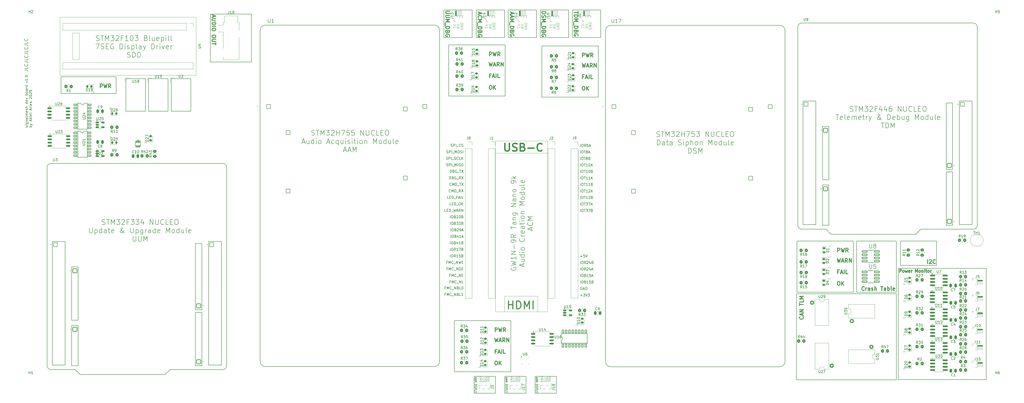
<source format=gbr>
%TF.GenerationSoftware,KiCad,Pcbnew,9.0.2+dfsg-1*%
%TF.CreationDate,2025-06-27T20:46:40-07:00*%
%TF.ProjectId,signalmesh,7369676e-616c-46d6-9573-682e6b696361,rev?*%
%TF.SameCoordinates,Original*%
%TF.FileFunction,Legend,Top*%
%TF.FilePolarity,Positive*%
%FSLAX46Y46*%
G04 Gerber Fmt 4.6, Leading zero omitted, Abs format (unit mm)*
G04 Created by KiCad (PCBNEW 9.0.2+dfsg-1) date 2025-06-27 20:46:40*
%MOMM*%
%LPD*%
G01*
G04 APERTURE LIST*
G04 Aperture macros list*
%AMRoundRect*
0 Rectangle with rounded corners*
0 $1 Rounding radius*
0 $2 $3 $4 $5 $6 $7 $8 $9 X,Y pos of 4 corners*
0 Add a 4 corners polygon primitive as box body*
4,1,4,$2,$3,$4,$5,$6,$7,$8,$9,$2,$3,0*
0 Add four circle primitives for the rounded corners*
1,1,$1+$1,$2,$3*
1,1,$1+$1,$4,$5*
1,1,$1+$1,$6,$7*
1,1,$1+$1,$8,$9*
0 Add four rect primitives between the rounded corners*
20,1,$1+$1,$2,$3,$4,$5,0*
20,1,$1+$1,$4,$5,$6,$7,0*
20,1,$1+$1,$6,$7,$8,$9,0*
20,1,$1+$1,$8,$9,$2,$3,0*%
G04 Aperture macros list end*
%ADD10C,0.200000*%
%ADD11C,0.100000*%
%ADD12C,0.300000*%
%ADD13C,0.600000*%
%ADD14C,0.150000*%
%ADD15C,0.158750*%
%ADD16C,0.400000*%
%ADD17C,0.048000*%
%ADD18C,0.120000*%
%ADD19C,0.127000*%
%ADD20C,0.152400*%
%ADD21C,0.050800*%
%ADD22C,3.200000*%
%ADD23RoundRect,0.218750X0.256250X-0.218750X0.256250X0.218750X-0.256250X0.218750X-0.256250X-0.218750X0*%
%ADD24R,0.850000X0.850000*%
%ADD25C,0.850000*%
%ADD26R,1.600000X1.600000*%
%ADD27C,1.600000*%
%ADD28RoundRect,0.250000X-0.350000X-0.450000X0.350000X-0.450000X0.350000X0.450000X-0.350000X0.450000X0*%
%ADD29RoundRect,0.250000X0.250000X0.475000X-0.250000X0.475000X-0.250000X-0.475000X0.250000X-0.475000X0*%
%ADD30RoundRect,0.250000X0.450000X-0.350000X0.450000X0.350000X-0.450000X0.350000X-0.450000X-0.350000X0*%
%ADD31RoundRect,0.250000X0.550000X0.550000X-0.550000X0.550000X-0.550000X-0.550000X0.550000X-0.550000X0*%
%ADD32RoundRect,0.218750X-0.256250X0.218750X-0.256250X-0.218750X0.256250X-0.218750X0.256250X0.218750X0*%
%ADD33RoundRect,0.250000X0.350000X0.450000X-0.350000X0.450000X-0.350000X-0.450000X0.350000X-0.450000X0*%
%ADD34RoundRect,0.218750X-0.218750X-0.256250X0.218750X-0.256250X0.218750X0.256250X-0.218750X0.256250X0*%
%ADD35R,0.600000X1.750000*%
%ADD36RoundRect,0.102000X-0.754000X-0.754000X0.754000X-0.754000X0.754000X0.754000X-0.754000X0.754000X0*%
%ADD37C,1.712000*%
%ADD38R,0.350000X0.500000*%
%ADD39R,1.700000X1.700000*%
%ADD40C,1.700000*%
%ADD41RoundRect,0.250000X-0.250000X-0.475000X0.250000X-0.475000X0.250000X0.475000X-0.250000X0.475000X0*%
%ADD42RoundRect,0.150000X-0.825000X-0.150000X0.825000X-0.150000X0.825000X0.150000X-0.825000X0.150000X0*%
%ADD43RoundRect,0.150000X-0.512500X-0.150000X0.512500X-0.150000X0.512500X0.150000X-0.512500X0.150000X0*%
%ADD44RoundRect,0.218750X0.218750X0.256250X-0.218750X0.256250X-0.218750X-0.256250X0.218750X-0.256250X0*%
%ADD45RoundRect,0.162500X-0.650000X-0.162500X0.650000X-0.162500X0.650000X0.162500X-0.650000X0.162500X0*%
%ADD46RoundRect,0.250000X-0.550000X-0.550000X0.550000X-0.550000X0.550000X0.550000X-0.550000X0.550000X0*%
%ADD47C,3.000000*%
%ADD48RoundRect,0.102000X-0.802500X-0.802500X0.802500X-0.802500X0.802500X0.802500X-0.802500X0.802500X0*%
%ADD49C,1.809000*%
%ADD50RoundRect,0.102000X-0.765000X-0.765000X0.765000X-0.765000X0.765000X0.765000X-0.765000X0.765000X0*%
%ADD51C,1.734000*%
%ADD52RoundRect,0.102000X-0.300000X-0.600000X0.300000X-0.600000X0.300000X0.600000X-0.300000X0.600000X0*%
%ADD53RoundRect,0.250000X-0.550000X0.550000X-0.550000X-0.550000X0.550000X-0.550000X0.550000X0.550000X0*%
%ADD54RoundRect,0.102000X-0.990600X-0.279400X0.990600X-0.279400X0.990600X0.279400X-0.990600X0.279400X0*%
%ADD55RoundRect,0.102000X-0.600000X0.300000X-0.600000X-0.300000X0.600000X-0.300000X0.600000X0.300000X0*%
%ADD56R,2.800000X2.200000*%
%ADD57R,2.800000X2.800000*%
%ADD58RoundRect,0.250000X0.550000X-0.550000X0.550000X0.550000X-0.550000X0.550000X-0.550000X-0.550000X0*%
%ADD59RoundRect,0.102000X-0.200000X-0.250000X0.200000X-0.250000X0.200000X0.250000X-0.200000X0.250000X0*%
G04 APERTURE END LIST*
D10*
X528200000Y-140400000D02*
X542200000Y-140400000D01*
X542200000Y-149900000D01*
X528200000Y-149900000D01*
X528200000Y-140400000D01*
X354210000Y-171480000D02*
X376210000Y-171480000D01*
X376210000Y-191480000D01*
X354210000Y-191480000D01*
X354210000Y-171480000D01*
D11*
X402982500Y-124025000D02*
X403300000Y-124025000D01*
D10*
X375200000Y-50125000D02*
X386200000Y-50125000D01*
X386200000Y-60894873D01*
X375200000Y-60894873D01*
X375200000Y-50125000D01*
X511100000Y-140400000D02*
X526600000Y-140400000D01*
X526600000Y-160400000D01*
X511100000Y-160400000D01*
X511100000Y-140400000D01*
X361850000Y-193230127D02*
X370150000Y-193230127D01*
X370150000Y-199800000D01*
X361850000Y-199800000D01*
X361850000Y-193230127D01*
D11*
X402982500Y-104975000D02*
X403300000Y-104975000D01*
D10*
X373850000Y-193230127D02*
X382150000Y-193230127D01*
X382150000Y-199800000D01*
X373850000Y-199800000D01*
X373850000Y-193230127D01*
X259000000Y-51730127D02*
X275000000Y-51730127D01*
X275000000Y-70500000D01*
X259000000Y-70500000D01*
X259000000Y-51730127D01*
D11*
X370200000Y-101305000D02*
X390520000Y-101305000D01*
X390520000Y-167980000D01*
X370200000Y-167980000D01*
X370200000Y-101305000D01*
D10*
X400200000Y-50155127D02*
X411200000Y-50155127D01*
X411200000Y-60925000D01*
X400200000Y-60925000D01*
X400200000Y-50155127D01*
X527330000Y-151055000D02*
X561580000Y-151055000D01*
X561580000Y-194505000D01*
X527330000Y-194505000D01*
X527330000Y-151055000D01*
X350150000Y-50140064D02*
X361150000Y-50140064D01*
X361150000Y-60909937D01*
X350150000Y-60909937D01*
X350150000Y-50140064D01*
X362700000Y-50125000D02*
X373700000Y-50125000D01*
X373700000Y-60894873D01*
X362700000Y-60894873D01*
X362700000Y-50125000D01*
X387700000Y-50125000D02*
X398700000Y-50125000D01*
X398700000Y-60894873D01*
X387700000Y-60894873D01*
X387700000Y-50125000D01*
X200750000Y-76250000D02*
X222250000Y-76250000D01*
X222250000Y-82750000D01*
X200750000Y-82750000D01*
X200750000Y-76250000D01*
X385700000Y-193230127D02*
X394000000Y-193230127D01*
X394000000Y-199800000D01*
X385700000Y-199800000D01*
X385700000Y-193230127D01*
X388300000Y-64200000D02*
X410300000Y-64200000D01*
X410300000Y-84200000D01*
X388300000Y-84200000D01*
X388300000Y-64200000D01*
D11*
X402600000Y-104975000D02*
X402600000Y-124025000D01*
D10*
X352000000Y-63800000D02*
X374000000Y-63800000D01*
X374000000Y-83800000D01*
X352000000Y-83800000D01*
X352000000Y-63800000D01*
X487800000Y-140400000D02*
X509800000Y-140400000D01*
X509800000Y-160400000D01*
X487800000Y-160400000D01*
X487800000Y-140400000D01*
D11*
X370201459Y-101305980D02*
X390521459Y-101305980D01*
X390521459Y-106068480D01*
X370201459Y-106068480D01*
X370201459Y-101305980D01*
X373693959Y-161948480D02*
X386711459Y-161948480D01*
X386711459Y-167980980D01*
X373693959Y-167980980D01*
X373693959Y-161948480D01*
D10*
X487600000Y-161000000D02*
X526600000Y-161000000D01*
X526600000Y-194600000D01*
X487600000Y-194600000D01*
X487600000Y-161000000D01*
X433106000Y-99525586D02*
X433394000Y-99621586D01*
X433394000Y-99621586D02*
X433874000Y-99621586D01*
X433874000Y-99621586D02*
X434066000Y-99525586D01*
X434066000Y-99525586D02*
X434162000Y-99429586D01*
X434162000Y-99429586D02*
X434258000Y-99237586D01*
X434258000Y-99237586D02*
X434258000Y-99045586D01*
X434258000Y-99045586D02*
X434162000Y-98853586D01*
X434162000Y-98853586D02*
X434066000Y-98757586D01*
X434066000Y-98757586D02*
X433874000Y-98661586D01*
X433874000Y-98661586D02*
X433490000Y-98565586D01*
X433490000Y-98565586D02*
X433298000Y-98469586D01*
X433298000Y-98469586D02*
X433202000Y-98373586D01*
X433202000Y-98373586D02*
X433106000Y-98181586D01*
X433106000Y-98181586D02*
X433106000Y-97989586D01*
X433106000Y-97989586D02*
X433202000Y-97797586D01*
X433202000Y-97797586D02*
X433298000Y-97701586D01*
X433298000Y-97701586D02*
X433490000Y-97605586D01*
X433490000Y-97605586D02*
X433970000Y-97605586D01*
X433970000Y-97605586D02*
X434258000Y-97701586D01*
X434834000Y-97605586D02*
X435986000Y-97605586D01*
X435410000Y-99621586D02*
X435410000Y-97605586D01*
X436658000Y-99621586D02*
X436658000Y-97605586D01*
X436658000Y-97605586D02*
X437330000Y-99045586D01*
X437330000Y-99045586D02*
X438002000Y-97605586D01*
X438002000Y-97605586D02*
X438002000Y-99621586D01*
X438770000Y-97605586D02*
X440018000Y-97605586D01*
X440018000Y-97605586D02*
X439346000Y-98373586D01*
X439346000Y-98373586D02*
X439634000Y-98373586D01*
X439634000Y-98373586D02*
X439826000Y-98469586D01*
X439826000Y-98469586D02*
X439922000Y-98565586D01*
X439922000Y-98565586D02*
X440018000Y-98757586D01*
X440018000Y-98757586D02*
X440018000Y-99237586D01*
X440018000Y-99237586D02*
X439922000Y-99429586D01*
X439922000Y-99429586D02*
X439826000Y-99525586D01*
X439826000Y-99525586D02*
X439634000Y-99621586D01*
X439634000Y-99621586D02*
X439058000Y-99621586D01*
X439058000Y-99621586D02*
X438866000Y-99525586D01*
X438866000Y-99525586D02*
X438770000Y-99429586D01*
X440786000Y-97797586D02*
X440882000Y-97701586D01*
X440882000Y-97701586D02*
X441074000Y-97605586D01*
X441074000Y-97605586D02*
X441554000Y-97605586D01*
X441554000Y-97605586D02*
X441746000Y-97701586D01*
X441746000Y-97701586D02*
X441842000Y-97797586D01*
X441842000Y-97797586D02*
X441938000Y-97989586D01*
X441938000Y-97989586D02*
X441938000Y-98181586D01*
X441938000Y-98181586D02*
X441842000Y-98469586D01*
X441842000Y-98469586D02*
X440690000Y-99621586D01*
X440690000Y-99621586D02*
X441938000Y-99621586D01*
X442802000Y-99621586D02*
X442802000Y-97605586D01*
X442802000Y-98565586D02*
X443954000Y-98565586D01*
X443954000Y-99621586D02*
X443954000Y-97605586D01*
X444722000Y-97605586D02*
X446066000Y-97605586D01*
X446066000Y-97605586D02*
X445202000Y-99621586D01*
X447794000Y-97605586D02*
X446834000Y-97605586D01*
X446834000Y-97605586D02*
X446738000Y-98565586D01*
X446738000Y-98565586D02*
X446834000Y-98469586D01*
X446834000Y-98469586D02*
X447026000Y-98373586D01*
X447026000Y-98373586D02*
X447506000Y-98373586D01*
X447506000Y-98373586D02*
X447698000Y-98469586D01*
X447698000Y-98469586D02*
X447794000Y-98565586D01*
X447794000Y-98565586D02*
X447890000Y-98757586D01*
X447890000Y-98757586D02*
X447890000Y-99237586D01*
X447890000Y-99237586D02*
X447794000Y-99429586D01*
X447794000Y-99429586D02*
X447698000Y-99525586D01*
X447698000Y-99525586D02*
X447506000Y-99621586D01*
X447506000Y-99621586D02*
X447026000Y-99621586D01*
X447026000Y-99621586D02*
X446834000Y-99525586D01*
X446834000Y-99525586D02*
X446738000Y-99429586D01*
X448562000Y-97605586D02*
X449810000Y-97605586D01*
X449810000Y-97605586D02*
X449138000Y-98373586D01*
X449138000Y-98373586D02*
X449426000Y-98373586D01*
X449426000Y-98373586D02*
X449618000Y-98469586D01*
X449618000Y-98469586D02*
X449714000Y-98565586D01*
X449714000Y-98565586D02*
X449810000Y-98757586D01*
X449810000Y-98757586D02*
X449810000Y-99237586D01*
X449810000Y-99237586D02*
X449714000Y-99429586D01*
X449714000Y-99429586D02*
X449618000Y-99525586D01*
X449618000Y-99525586D02*
X449426000Y-99621586D01*
X449426000Y-99621586D02*
X448850000Y-99621586D01*
X448850000Y-99621586D02*
X448658000Y-99525586D01*
X448658000Y-99525586D02*
X448562000Y-99429586D01*
X452210000Y-99621586D02*
X452210000Y-97605586D01*
X452210000Y-97605586D02*
X453362000Y-99621586D01*
X453362000Y-99621586D02*
X453362000Y-97605586D01*
X454322000Y-97605586D02*
X454322000Y-99237586D01*
X454322000Y-99237586D02*
X454418000Y-99429586D01*
X454418000Y-99429586D02*
X454514000Y-99525586D01*
X454514000Y-99525586D02*
X454706000Y-99621586D01*
X454706000Y-99621586D02*
X455090000Y-99621586D01*
X455090000Y-99621586D02*
X455282000Y-99525586D01*
X455282000Y-99525586D02*
X455378000Y-99429586D01*
X455378000Y-99429586D02*
X455474000Y-99237586D01*
X455474000Y-99237586D02*
X455474000Y-97605586D01*
X457586000Y-99429586D02*
X457490000Y-99525586D01*
X457490000Y-99525586D02*
X457202000Y-99621586D01*
X457202000Y-99621586D02*
X457010000Y-99621586D01*
X457010000Y-99621586D02*
X456722000Y-99525586D01*
X456722000Y-99525586D02*
X456530000Y-99333586D01*
X456530000Y-99333586D02*
X456434000Y-99141586D01*
X456434000Y-99141586D02*
X456338000Y-98757586D01*
X456338000Y-98757586D02*
X456338000Y-98469586D01*
X456338000Y-98469586D02*
X456434000Y-98085586D01*
X456434000Y-98085586D02*
X456530000Y-97893586D01*
X456530000Y-97893586D02*
X456722000Y-97701586D01*
X456722000Y-97701586D02*
X457010000Y-97605586D01*
X457010000Y-97605586D02*
X457202000Y-97605586D01*
X457202000Y-97605586D02*
X457490000Y-97701586D01*
X457490000Y-97701586D02*
X457586000Y-97797586D01*
X459410000Y-99621586D02*
X458450000Y-99621586D01*
X458450000Y-99621586D02*
X458450000Y-97605586D01*
X460082000Y-98565586D02*
X460754000Y-98565586D01*
X461042000Y-99621586D02*
X460082000Y-99621586D01*
X460082000Y-99621586D02*
X460082000Y-97605586D01*
X460082000Y-97605586D02*
X461042000Y-97605586D01*
X462290000Y-97605586D02*
X462674000Y-97605586D01*
X462674000Y-97605586D02*
X462866000Y-97701586D01*
X462866000Y-97701586D02*
X463058000Y-97893586D01*
X463058000Y-97893586D02*
X463154000Y-98277586D01*
X463154000Y-98277586D02*
X463154000Y-98949586D01*
X463154000Y-98949586D02*
X463058000Y-99333586D01*
X463058000Y-99333586D02*
X462866000Y-99525586D01*
X462866000Y-99525586D02*
X462674000Y-99621586D01*
X462674000Y-99621586D02*
X462290000Y-99621586D01*
X462290000Y-99621586D02*
X462098000Y-99525586D01*
X462098000Y-99525586D02*
X461906000Y-99333586D01*
X461906000Y-99333586D02*
X461810000Y-98949586D01*
X461810000Y-98949586D02*
X461810000Y-98277586D01*
X461810000Y-98277586D02*
X461906000Y-97893586D01*
X461906000Y-97893586D02*
X462098000Y-97701586D01*
X462098000Y-97701586D02*
X462290000Y-97605586D01*
X433298000Y-102867233D02*
X433298000Y-100851233D01*
X433298000Y-100851233D02*
X433778000Y-100851233D01*
X433778000Y-100851233D02*
X434066000Y-100947233D01*
X434066000Y-100947233D02*
X434258000Y-101139233D01*
X434258000Y-101139233D02*
X434354000Y-101331233D01*
X434354000Y-101331233D02*
X434450000Y-101715233D01*
X434450000Y-101715233D02*
X434450000Y-102003233D01*
X434450000Y-102003233D02*
X434354000Y-102387233D01*
X434354000Y-102387233D02*
X434258000Y-102579233D01*
X434258000Y-102579233D02*
X434066000Y-102771233D01*
X434066000Y-102771233D02*
X433778000Y-102867233D01*
X433778000Y-102867233D02*
X433298000Y-102867233D01*
X436178000Y-102867233D02*
X436178000Y-101811233D01*
X436178000Y-101811233D02*
X436082000Y-101619233D01*
X436082000Y-101619233D02*
X435890000Y-101523233D01*
X435890000Y-101523233D02*
X435506000Y-101523233D01*
X435506000Y-101523233D02*
X435314000Y-101619233D01*
X436178000Y-102771233D02*
X435986000Y-102867233D01*
X435986000Y-102867233D02*
X435506000Y-102867233D01*
X435506000Y-102867233D02*
X435314000Y-102771233D01*
X435314000Y-102771233D02*
X435218000Y-102579233D01*
X435218000Y-102579233D02*
X435218000Y-102387233D01*
X435218000Y-102387233D02*
X435314000Y-102195233D01*
X435314000Y-102195233D02*
X435506000Y-102099233D01*
X435506000Y-102099233D02*
X435986000Y-102099233D01*
X435986000Y-102099233D02*
X436178000Y-102003233D01*
X436850000Y-101523233D02*
X437618000Y-101523233D01*
X437138000Y-100851233D02*
X437138000Y-102579233D01*
X437138000Y-102579233D02*
X437234000Y-102771233D01*
X437234000Y-102771233D02*
X437426000Y-102867233D01*
X437426000Y-102867233D02*
X437618000Y-102867233D01*
X439154000Y-102867233D02*
X439154000Y-101811233D01*
X439154000Y-101811233D02*
X439058000Y-101619233D01*
X439058000Y-101619233D02*
X438866000Y-101523233D01*
X438866000Y-101523233D02*
X438482000Y-101523233D01*
X438482000Y-101523233D02*
X438290000Y-101619233D01*
X439154000Y-102771233D02*
X438962000Y-102867233D01*
X438962000Y-102867233D02*
X438482000Y-102867233D01*
X438482000Y-102867233D02*
X438290000Y-102771233D01*
X438290000Y-102771233D02*
X438194000Y-102579233D01*
X438194000Y-102579233D02*
X438194000Y-102387233D01*
X438194000Y-102387233D02*
X438290000Y-102195233D01*
X438290000Y-102195233D02*
X438482000Y-102099233D01*
X438482000Y-102099233D02*
X438962000Y-102099233D01*
X438962000Y-102099233D02*
X439154000Y-102003233D01*
X441554000Y-102771233D02*
X441842000Y-102867233D01*
X441842000Y-102867233D02*
X442322000Y-102867233D01*
X442322000Y-102867233D02*
X442514000Y-102771233D01*
X442514000Y-102771233D02*
X442610000Y-102675233D01*
X442610000Y-102675233D02*
X442706000Y-102483233D01*
X442706000Y-102483233D02*
X442706000Y-102291233D01*
X442706000Y-102291233D02*
X442610000Y-102099233D01*
X442610000Y-102099233D02*
X442514000Y-102003233D01*
X442514000Y-102003233D02*
X442322000Y-101907233D01*
X442322000Y-101907233D02*
X441938000Y-101811233D01*
X441938000Y-101811233D02*
X441746000Y-101715233D01*
X441746000Y-101715233D02*
X441650000Y-101619233D01*
X441650000Y-101619233D02*
X441554000Y-101427233D01*
X441554000Y-101427233D02*
X441554000Y-101235233D01*
X441554000Y-101235233D02*
X441650000Y-101043233D01*
X441650000Y-101043233D02*
X441746000Y-100947233D01*
X441746000Y-100947233D02*
X441938000Y-100851233D01*
X441938000Y-100851233D02*
X442418000Y-100851233D01*
X442418000Y-100851233D02*
X442706000Y-100947233D01*
X443570000Y-102867233D02*
X443570000Y-101523233D01*
X443570000Y-100851233D02*
X443474000Y-100947233D01*
X443474000Y-100947233D02*
X443570000Y-101043233D01*
X443570000Y-101043233D02*
X443666000Y-100947233D01*
X443666000Y-100947233D02*
X443570000Y-100851233D01*
X443570000Y-100851233D02*
X443570000Y-101043233D01*
X444530000Y-101523233D02*
X444530000Y-103539233D01*
X444530000Y-101619233D02*
X444722000Y-101523233D01*
X444722000Y-101523233D02*
X445106000Y-101523233D01*
X445106000Y-101523233D02*
X445298000Y-101619233D01*
X445298000Y-101619233D02*
X445394000Y-101715233D01*
X445394000Y-101715233D02*
X445490000Y-101907233D01*
X445490000Y-101907233D02*
X445490000Y-102483233D01*
X445490000Y-102483233D02*
X445394000Y-102675233D01*
X445394000Y-102675233D02*
X445298000Y-102771233D01*
X445298000Y-102771233D02*
X445106000Y-102867233D01*
X445106000Y-102867233D02*
X444722000Y-102867233D01*
X444722000Y-102867233D02*
X444530000Y-102771233D01*
X446354000Y-102867233D02*
X446354000Y-100851233D01*
X447218000Y-102867233D02*
X447218000Y-101811233D01*
X447218000Y-101811233D02*
X447122000Y-101619233D01*
X447122000Y-101619233D02*
X446930000Y-101523233D01*
X446930000Y-101523233D02*
X446642000Y-101523233D01*
X446642000Y-101523233D02*
X446450000Y-101619233D01*
X446450000Y-101619233D02*
X446354000Y-101715233D01*
X448466000Y-102867233D02*
X448274000Y-102771233D01*
X448274000Y-102771233D02*
X448178000Y-102675233D01*
X448178000Y-102675233D02*
X448082000Y-102483233D01*
X448082000Y-102483233D02*
X448082000Y-101907233D01*
X448082000Y-101907233D02*
X448178000Y-101715233D01*
X448178000Y-101715233D02*
X448274000Y-101619233D01*
X448274000Y-101619233D02*
X448466000Y-101523233D01*
X448466000Y-101523233D02*
X448754000Y-101523233D01*
X448754000Y-101523233D02*
X448946000Y-101619233D01*
X448946000Y-101619233D02*
X449042000Y-101715233D01*
X449042000Y-101715233D02*
X449138000Y-101907233D01*
X449138000Y-101907233D02*
X449138000Y-102483233D01*
X449138000Y-102483233D02*
X449042000Y-102675233D01*
X449042000Y-102675233D02*
X448946000Y-102771233D01*
X448946000Y-102771233D02*
X448754000Y-102867233D01*
X448754000Y-102867233D02*
X448466000Y-102867233D01*
X450002000Y-101523233D02*
X450002000Y-102867233D01*
X450002000Y-101715233D02*
X450098000Y-101619233D01*
X450098000Y-101619233D02*
X450290000Y-101523233D01*
X450290000Y-101523233D02*
X450578000Y-101523233D01*
X450578000Y-101523233D02*
X450770000Y-101619233D01*
X450770000Y-101619233D02*
X450866000Y-101811233D01*
X450866000Y-101811233D02*
X450866000Y-102867233D01*
X453362000Y-102867233D02*
X453362000Y-100851233D01*
X453362000Y-100851233D02*
X454034000Y-102291233D01*
X454034000Y-102291233D02*
X454706000Y-100851233D01*
X454706000Y-100851233D02*
X454706000Y-102867233D01*
X455954000Y-102867233D02*
X455762000Y-102771233D01*
X455762000Y-102771233D02*
X455666000Y-102675233D01*
X455666000Y-102675233D02*
X455570000Y-102483233D01*
X455570000Y-102483233D02*
X455570000Y-101907233D01*
X455570000Y-101907233D02*
X455666000Y-101715233D01*
X455666000Y-101715233D02*
X455762000Y-101619233D01*
X455762000Y-101619233D02*
X455954000Y-101523233D01*
X455954000Y-101523233D02*
X456242000Y-101523233D01*
X456242000Y-101523233D02*
X456434000Y-101619233D01*
X456434000Y-101619233D02*
X456530000Y-101715233D01*
X456530000Y-101715233D02*
X456626000Y-101907233D01*
X456626000Y-101907233D02*
X456626000Y-102483233D01*
X456626000Y-102483233D02*
X456530000Y-102675233D01*
X456530000Y-102675233D02*
X456434000Y-102771233D01*
X456434000Y-102771233D02*
X456242000Y-102867233D01*
X456242000Y-102867233D02*
X455954000Y-102867233D01*
X458354000Y-102867233D02*
X458354000Y-100851233D01*
X458354000Y-102771233D02*
X458162000Y-102867233D01*
X458162000Y-102867233D02*
X457778000Y-102867233D01*
X457778000Y-102867233D02*
X457586000Y-102771233D01*
X457586000Y-102771233D02*
X457490000Y-102675233D01*
X457490000Y-102675233D02*
X457394000Y-102483233D01*
X457394000Y-102483233D02*
X457394000Y-101907233D01*
X457394000Y-101907233D02*
X457490000Y-101715233D01*
X457490000Y-101715233D02*
X457586000Y-101619233D01*
X457586000Y-101619233D02*
X457778000Y-101523233D01*
X457778000Y-101523233D02*
X458162000Y-101523233D01*
X458162000Y-101523233D02*
X458354000Y-101619233D01*
X460178000Y-101523233D02*
X460178000Y-102867233D01*
X459314000Y-101523233D02*
X459314000Y-102579233D01*
X459314000Y-102579233D02*
X459410000Y-102771233D01*
X459410000Y-102771233D02*
X459602000Y-102867233D01*
X459602000Y-102867233D02*
X459890000Y-102867233D01*
X459890000Y-102867233D02*
X460082000Y-102771233D01*
X460082000Y-102771233D02*
X460178000Y-102675233D01*
X461426000Y-102867233D02*
X461234000Y-102771233D01*
X461234000Y-102771233D02*
X461138000Y-102579233D01*
X461138000Y-102579233D02*
X461138000Y-100851233D01*
X462962000Y-102771233D02*
X462770000Y-102867233D01*
X462770000Y-102867233D02*
X462386000Y-102867233D01*
X462386000Y-102867233D02*
X462194000Y-102771233D01*
X462194000Y-102771233D02*
X462098000Y-102579233D01*
X462098000Y-102579233D02*
X462098000Y-101811233D01*
X462098000Y-101811233D02*
X462194000Y-101619233D01*
X462194000Y-101619233D02*
X462386000Y-101523233D01*
X462386000Y-101523233D02*
X462770000Y-101523233D01*
X462770000Y-101523233D02*
X462962000Y-101619233D01*
X462962000Y-101619233D02*
X463058000Y-101811233D01*
X463058000Y-101811233D02*
X463058000Y-102003233D01*
X463058000Y-102003233D02*
X462098000Y-102195233D01*
X445490000Y-106112880D02*
X445490000Y-104096880D01*
X445490000Y-104096880D02*
X445970000Y-104096880D01*
X445970000Y-104096880D02*
X446258000Y-104192880D01*
X446258000Y-104192880D02*
X446450000Y-104384880D01*
X446450000Y-104384880D02*
X446546000Y-104576880D01*
X446546000Y-104576880D02*
X446642000Y-104960880D01*
X446642000Y-104960880D02*
X446642000Y-105248880D01*
X446642000Y-105248880D02*
X446546000Y-105632880D01*
X446546000Y-105632880D02*
X446450000Y-105824880D01*
X446450000Y-105824880D02*
X446258000Y-106016880D01*
X446258000Y-106016880D02*
X445970000Y-106112880D01*
X445970000Y-106112880D02*
X445490000Y-106112880D01*
X447410000Y-106016880D02*
X447698000Y-106112880D01*
X447698000Y-106112880D02*
X448178000Y-106112880D01*
X448178000Y-106112880D02*
X448370000Y-106016880D01*
X448370000Y-106016880D02*
X448466000Y-105920880D01*
X448466000Y-105920880D02*
X448562000Y-105728880D01*
X448562000Y-105728880D02*
X448562000Y-105536880D01*
X448562000Y-105536880D02*
X448466000Y-105344880D01*
X448466000Y-105344880D02*
X448370000Y-105248880D01*
X448370000Y-105248880D02*
X448178000Y-105152880D01*
X448178000Y-105152880D02*
X447794000Y-105056880D01*
X447794000Y-105056880D02*
X447602000Y-104960880D01*
X447602000Y-104960880D02*
X447506000Y-104864880D01*
X447506000Y-104864880D02*
X447410000Y-104672880D01*
X447410000Y-104672880D02*
X447410000Y-104480880D01*
X447410000Y-104480880D02*
X447506000Y-104288880D01*
X447506000Y-104288880D02*
X447602000Y-104192880D01*
X447602000Y-104192880D02*
X447794000Y-104096880D01*
X447794000Y-104096880D02*
X448274000Y-104096880D01*
X448274000Y-104096880D02*
X448562000Y-104192880D01*
X449426000Y-106112880D02*
X449426000Y-104096880D01*
X449426000Y-104096880D02*
X450098000Y-105536880D01*
X450098000Y-105536880D02*
X450770000Y-104096880D01*
X450770000Y-104096880D02*
X450770000Y-106112880D01*
D11*
X365817300Y-195391353D02*
X365853014Y-195284211D01*
X365853014Y-195284211D02*
X365853014Y-195105639D01*
X365853014Y-195105639D02*
X365817300Y-195034211D01*
X365817300Y-195034211D02*
X365781585Y-194998496D01*
X365781585Y-194998496D02*
X365710157Y-194962782D01*
X365710157Y-194962782D02*
X365638728Y-194962782D01*
X365638728Y-194962782D02*
X365567300Y-194998496D01*
X365567300Y-194998496D02*
X365531585Y-195034211D01*
X365531585Y-195034211D02*
X365495871Y-195105639D01*
X365495871Y-195105639D02*
X365460157Y-195248496D01*
X365460157Y-195248496D02*
X365424442Y-195319925D01*
X365424442Y-195319925D02*
X365388728Y-195355639D01*
X365388728Y-195355639D02*
X365317300Y-195391353D01*
X365317300Y-195391353D02*
X365245871Y-195391353D01*
X365245871Y-195391353D02*
X365174442Y-195355639D01*
X365174442Y-195355639D02*
X365138728Y-195319925D01*
X365138728Y-195319925D02*
X365103014Y-195248496D01*
X365103014Y-195248496D02*
X365103014Y-195069925D01*
X365103014Y-195069925D02*
X365138728Y-194962782D01*
X365781585Y-194212782D02*
X365817300Y-194248496D01*
X365817300Y-194248496D02*
X365853014Y-194355639D01*
X365853014Y-194355639D02*
X365853014Y-194427067D01*
X365853014Y-194427067D02*
X365817300Y-194534210D01*
X365817300Y-194534210D02*
X365745871Y-194605639D01*
X365745871Y-194605639D02*
X365674442Y-194641353D01*
X365674442Y-194641353D02*
X365531585Y-194677067D01*
X365531585Y-194677067D02*
X365424442Y-194677067D01*
X365424442Y-194677067D02*
X365281585Y-194641353D01*
X365281585Y-194641353D02*
X365210157Y-194605639D01*
X365210157Y-194605639D02*
X365138728Y-194534210D01*
X365138728Y-194534210D02*
X365103014Y-194427067D01*
X365103014Y-194427067D02*
X365103014Y-194355639D01*
X365103014Y-194355639D02*
X365138728Y-194248496D01*
X365138728Y-194248496D02*
X365174442Y-194212782D01*
X365853014Y-193534210D02*
X365853014Y-193891353D01*
X365853014Y-193891353D02*
X365103014Y-193891353D01*
D12*
X216104510Y-80550828D02*
X216104510Y-79050828D01*
X216104510Y-79050828D02*
X216675939Y-79050828D01*
X216675939Y-79050828D02*
X216818796Y-79122257D01*
X216818796Y-79122257D02*
X216890225Y-79193685D01*
X216890225Y-79193685D02*
X216961653Y-79336542D01*
X216961653Y-79336542D02*
X216961653Y-79550828D01*
X216961653Y-79550828D02*
X216890225Y-79693685D01*
X216890225Y-79693685D02*
X216818796Y-79765114D01*
X216818796Y-79765114D02*
X216675939Y-79836542D01*
X216675939Y-79836542D02*
X216104510Y-79836542D01*
X217461653Y-79050828D02*
X217818796Y-80550828D01*
X217818796Y-80550828D02*
X218104510Y-79479400D01*
X218104510Y-79479400D02*
X218390225Y-80550828D01*
X218390225Y-80550828D02*
X218747368Y-79050828D01*
X220175939Y-80550828D02*
X219675939Y-79836542D01*
X219318796Y-80550828D02*
X219318796Y-79050828D01*
X219318796Y-79050828D02*
X219890225Y-79050828D01*
X219890225Y-79050828D02*
X220033082Y-79122257D01*
X220033082Y-79122257D02*
X220104511Y-79193685D01*
X220104511Y-79193685D02*
X220175939Y-79336542D01*
X220175939Y-79336542D02*
X220175939Y-79550828D01*
X220175939Y-79550828D02*
X220104511Y-79693685D01*
X220104511Y-79693685D02*
X220033082Y-79765114D01*
X220033082Y-79765114D02*
X219890225Y-79836542D01*
X219890225Y-79836542D02*
X219318796Y-79836542D01*
X388299171Y-50854510D02*
X389799171Y-50854510D01*
X389799171Y-50854510D02*
X389799171Y-51211653D01*
X389799171Y-51211653D02*
X389727742Y-51425939D01*
X389727742Y-51425939D02*
X389584885Y-51568796D01*
X389584885Y-51568796D02*
X389442028Y-51640225D01*
X389442028Y-51640225D02*
X389156314Y-51711653D01*
X389156314Y-51711653D02*
X388942028Y-51711653D01*
X388942028Y-51711653D02*
X388656314Y-51640225D01*
X388656314Y-51640225D02*
X388513457Y-51568796D01*
X388513457Y-51568796D02*
X388370600Y-51425939D01*
X388370600Y-51425939D02*
X388299171Y-51211653D01*
X388299171Y-51211653D02*
X388299171Y-50854510D01*
X388370600Y-52283082D02*
X388299171Y-52497368D01*
X388299171Y-52497368D02*
X388299171Y-52854510D01*
X388299171Y-52854510D02*
X388370600Y-52997368D01*
X388370600Y-52997368D02*
X388442028Y-53068796D01*
X388442028Y-53068796D02*
X388584885Y-53140225D01*
X388584885Y-53140225D02*
X388727742Y-53140225D01*
X388727742Y-53140225D02*
X388870600Y-53068796D01*
X388870600Y-53068796D02*
X388942028Y-52997368D01*
X388942028Y-52997368D02*
X389013457Y-52854510D01*
X389013457Y-52854510D02*
X389084885Y-52568796D01*
X389084885Y-52568796D02*
X389156314Y-52425939D01*
X389156314Y-52425939D02*
X389227742Y-52354510D01*
X389227742Y-52354510D02*
X389370600Y-52283082D01*
X389370600Y-52283082D02*
X389513457Y-52283082D01*
X389513457Y-52283082D02*
X389656314Y-52354510D01*
X389656314Y-52354510D02*
X389727742Y-52425939D01*
X389727742Y-52425939D02*
X389799171Y-52568796D01*
X389799171Y-52568796D02*
X389799171Y-52925939D01*
X389799171Y-52925939D02*
X389727742Y-53140225D01*
X388299171Y-53783081D02*
X389799171Y-53783081D01*
X389799171Y-53783081D02*
X388727742Y-54283081D01*
X388727742Y-54283081D02*
X389799171Y-54783081D01*
X389799171Y-54783081D02*
X388299171Y-54783081D01*
X388156314Y-55140225D02*
X388156314Y-56283082D01*
X388299171Y-56640224D02*
X389799171Y-56640224D01*
X389799171Y-56640224D02*
X389799171Y-56997367D01*
X389799171Y-56997367D02*
X389727742Y-57211653D01*
X389727742Y-57211653D02*
X389584885Y-57354510D01*
X389584885Y-57354510D02*
X389442028Y-57425939D01*
X389442028Y-57425939D02*
X389156314Y-57497367D01*
X389156314Y-57497367D02*
X388942028Y-57497367D01*
X388942028Y-57497367D02*
X388656314Y-57425939D01*
X388656314Y-57425939D02*
X388513457Y-57354510D01*
X388513457Y-57354510D02*
X388370600Y-57211653D01*
X388370600Y-57211653D02*
X388299171Y-56997367D01*
X388299171Y-56997367D02*
X388299171Y-56640224D01*
X389084885Y-58640224D02*
X389013457Y-58854510D01*
X389013457Y-58854510D02*
X388942028Y-58925939D01*
X388942028Y-58925939D02*
X388799171Y-58997367D01*
X388799171Y-58997367D02*
X388584885Y-58997367D01*
X388584885Y-58997367D02*
X388442028Y-58925939D01*
X388442028Y-58925939D02*
X388370600Y-58854510D01*
X388370600Y-58854510D02*
X388299171Y-58711653D01*
X388299171Y-58711653D02*
X388299171Y-58140224D01*
X388299171Y-58140224D02*
X389799171Y-58140224D01*
X389799171Y-58140224D02*
X389799171Y-58640224D01*
X389799171Y-58640224D02*
X389727742Y-58783082D01*
X389727742Y-58783082D02*
X389656314Y-58854510D01*
X389656314Y-58854510D02*
X389513457Y-58925939D01*
X389513457Y-58925939D02*
X389370600Y-58925939D01*
X389370600Y-58925939D02*
X389227742Y-58854510D01*
X389227742Y-58854510D02*
X389156314Y-58783082D01*
X389156314Y-58783082D02*
X389084885Y-58640224D01*
X389084885Y-58640224D02*
X389084885Y-58140224D01*
X389727742Y-60425939D02*
X389799171Y-60283082D01*
X389799171Y-60283082D02*
X389799171Y-60068796D01*
X389799171Y-60068796D02*
X389727742Y-59854510D01*
X389727742Y-59854510D02*
X389584885Y-59711653D01*
X389584885Y-59711653D02*
X389442028Y-59640224D01*
X389442028Y-59640224D02*
X389156314Y-59568796D01*
X389156314Y-59568796D02*
X388942028Y-59568796D01*
X388942028Y-59568796D02*
X388656314Y-59640224D01*
X388656314Y-59640224D02*
X388513457Y-59711653D01*
X388513457Y-59711653D02*
X388370600Y-59854510D01*
X388370600Y-59854510D02*
X388299171Y-60068796D01*
X388299171Y-60068796D02*
X388299171Y-60211653D01*
X388299171Y-60211653D02*
X388370600Y-60425939D01*
X388370600Y-60425939D02*
X388442028Y-60497367D01*
X388442028Y-60497367D02*
X388942028Y-60497367D01*
X388942028Y-60497367D02*
X388942028Y-60211653D01*
D11*
X390953014Y-195362782D02*
X391703014Y-195112782D01*
X391703014Y-195112782D02*
X390953014Y-194862782D01*
X391703014Y-194612782D02*
X390953014Y-194612782D01*
X390953014Y-194612782D02*
X390953014Y-194434211D01*
X390953014Y-194434211D02*
X390988728Y-194327068D01*
X390988728Y-194327068D02*
X391060157Y-194255639D01*
X391060157Y-194255639D02*
X391131585Y-194219925D01*
X391131585Y-194219925D02*
X391274442Y-194184211D01*
X391274442Y-194184211D02*
X391381585Y-194184211D01*
X391381585Y-194184211D02*
X391524442Y-194219925D01*
X391524442Y-194219925D02*
X391595871Y-194255639D01*
X391595871Y-194255639D02*
X391667300Y-194327068D01*
X391667300Y-194327068D02*
X391703014Y-194434211D01*
X391703014Y-194434211D02*
X391703014Y-194612782D01*
X391703014Y-193862782D02*
X390953014Y-193862782D01*
X390953014Y-193862782D02*
X390953014Y-193684211D01*
X390953014Y-193684211D02*
X390988728Y-193577068D01*
X390988728Y-193577068D02*
X391060157Y-193505639D01*
X391060157Y-193505639D02*
X391131585Y-193469925D01*
X391131585Y-193469925D02*
X391274442Y-193434211D01*
X391274442Y-193434211D02*
X391381585Y-193434211D01*
X391381585Y-193434211D02*
X391524442Y-193469925D01*
X391524442Y-193469925D02*
X391595871Y-193505639D01*
X391595871Y-193505639D02*
X391667300Y-193577068D01*
X391667300Y-193577068D02*
X391703014Y-193684211D01*
X391703014Y-193684211D02*
X391703014Y-193862782D01*
D12*
X404654510Y-76215114D02*
X404154510Y-76215114D01*
X404154510Y-77000828D02*
X404154510Y-75500828D01*
X404154510Y-75500828D02*
X404868796Y-75500828D01*
X405368796Y-76572257D02*
X406083082Y-76572257D01*
X405225939Y-77000828D02*
X405725939Y-75500828D01*
X405725939Y-75500828D02*
X406225939Y-77000828D01*
X406725938Y-77000828D02*
X406725938Y-75500828D01*
X408154510Y-77000828D02*
X407440224Y-77000828D01*
X407440224Y-77000828D02*
X407440224Y-75500828D01*
D11*
X379103014Y-195362782D02*
X379853014Y-195112782D01*
X379853014Y-195112782D02*
X379103014Y-194862782D01*
X379853014Y-194612782D02*
X379103014Y-194612782D01*
X379103014Y-194612782D02*
X379103014Y-194434211D01*
X379103014Y-194434211D02*
X379138728Y-194327068D01*
X379138728Y-194327068D02*
X379210157Y-194255639D01*
X379210157Y-194255639D02*
X379281585Y-194219925D01*
X379281585Y-194219925D02*
X379424442Y-194184211D01*
X379424442Y-194184211D02*
X379531585Y-194184211D01*
X379531585Y-194184211D02*
X379674442Y-194219925D01*
X379674442Y-194219925D02*
X379745871Y-194255639D01*
X379745871Y-194255639D02*
X379817300Y-194327068D01*
X379817300Y-194327068D02*
X379853014Y-194434211D01*
X379853014Y-194434211D02*
X379853014Y-194612782D01*
X379853014Y-193862782D02*
X379103014Y-193862782D01*
X379103014Y-193862782D02*
X379103014Y-193684211D01*
X379103014Y-193684211D02*
X379138728Y-193577068D01*
X379138728Y-193577068D02*
X379210157Y-193505639D01*
X379210157Y-193505639D02*
X379281585Y-193469925D01*
X379281585Y-193469925D02*
X379424442Y-193434211D01*
X379424442Y-193434211D02*
X379531585Y-193434211D01*
X379531585Y-193434211D02*
X379674442Y-193469925D01*
X379674442Y-193469925D02*
X379745871Y-193505639D01*
X379745871Y-193505639D02*
X379817300Y-193577068D01*
X379817300Y-193577068D02*
X379853014Y-193684211D01*
X379853014Y-193684211D02*
X379853014Y-193862782D01*
X391322419Y-57232242D02*
X391322419Y-56660814D01*
X392322419Y-56946528D02*
X391322419Y-56946528D01*
X391322419Y-56422718D02*
X392322419Y-55756052D01*
X391322419Y-55756052D02*
X392322419Y-56422718D01*
X387888728Y-194962782D02*
X387853014Y-195034211D01*
X387853014Y-195034211D02*
X387853014Y-195141353D01*
X387853014Y-195141353D02*
X387888728Y-195248496D01*
X387888728Y-195248496D02*
X387960157Y-195319925D01*
X387960157Y-195319925D02*
X388031585Y-195355639D01*
X388031585Y-195355639D02*
X388174442Y-195391353D01*
X388174442Y-195391353D02*
X388281585Y-195391353D01*
X388281585Y-195391353D02*
X388424442Y-195355639D01*
X388424442Y-195355639D02*
X388495871Y-195319925D01*
X388495871Y-195319925D02*
X388567300Y-195248496D01*
X388567300Y-195248496D02*
X388603014Y-195141353D01*
X388603014Y-195141353D02*
X388603014Y-195069925D01*
X388603014Y-195069925D02*
X388567300Y-194962782D01*
X388567300Y-194962782D02*
X388531585Y-194927068D01*
X388531585Y-194927068D02*
X388281585Y-194927068D01*
X388281585Y-194927068D02*
X388281585Y-195069925D01*
X388603014Y-194605639D02*
X387853014Y-194605639D01*
X387853014Y-194605639D02*
X388603014Y-194177068D01*
X388603014Y-194177068D02*
X387853014Y-194177068D01*
X388603014Y-193819925D02*
X387853014Y-193819925D01*
X387853014Y-193819925D02*
X387853014Y-193641354D01*
X387853014Y-193641354D02*
X387888728Y-193534211D01*
X387888728Y-193534211D02*
X387960157Y-193462782D01*
X387960157Y-193462782D02*
X388031585Y-193427068D01*
X388031585Y-193427068D02*
X388174442Y-193391354D01*
X388174442Y-193391354D02*
X388281585Y-193391354D01*
X388281585Y-193391354D02*
X388424442Y-193427068D01*
X388424442Y-193427068D02*
X388495871Y-193462782D01*
X388495871Y-193462782D02*
X388567300Y-193534211D01*
X388567300Y-193534211D02*
X388603014Y-193641354D01*
X388603014Y-193641354D02*
X388603014Y-193819925D01*
D12*
X503940225Y-156200828D02*
X504225939Y-156200828D01*
X504225939Y-156200828D02*
X504368796Y-156272257D01*
X504368796Y-156272257D02*
X504511653Y-156415114D01*
X504511653Y-156415114D02*
X504583082Y-156700828D01*
X504583082Y-156700828D02*
X504583082Y-157200828D01*
X504583082Y-157200828D02*
X504511653Y-157486542D01*
X504511653Y-157486542D02*
X504368796Y-157629400D01*
X504368796Y-157629400D02*
X504225939Y-157700828D01*
X504225939Y-157700828D02*
X503940225Y-157700828D01*
X503940225Y-157700828D02*
X503797368Y-157629400D01*
X503797368Y-157629400D02*
X503654510Y-157486542D01*
X503654510Y-157486542D02*
X503583082Y-157200828D01*
X503583082Y-157200828D02*
X503583082Y-156700828D01*
X503583082Y-156700828D02*
X503654510Y-156415114D01*
X503654510Y-156415114D02*
X503797368Y-156272257D01*
X503797368Y-156272257D02*
X503940225Y-156200828D01*
X505225939Y-157700828D02*
X505225939Y-156200828D01*
X506083082Y-157700828D02*
X505440225Y-156843685D01*
X506083082Y-156200828D02*
X505225939Y-157057971D01*
D10*
X187709656Y-95927945D02*
X187757275Y-95832707D01*
X187757275Y-95832707D02*
X187757275Y-95642231D01*
X187757275Y-95642231D02*
X187709656Y-95546993D01*
X187709656Y-95546993D02*
X187614417Y-95499374D01*
X187614417Y-95499374D02*
X187566798Y-95499374D01*
X187566798Y-95499374D02*
X187471560Y-95546993D01*
X187471560Y-95546993D02*
X187423941Y-95642231D01*
X187423941Y-95642231D02*
X187423941Y-95785088D01*
X187423941Y-95785088D02*
X187376322Y-95880326D01*
X187376322Y-95880326D02*
X187281084Y-95927945D01*
X187281084Y-95927945D02*
X187233465Y-95927945D01*
X187233465Y-95927945D02*
X187138227Y-95880326D01*
X187138227Y-95880326D02*
X187090608Y-95785088D01*
X187090608Y-95785088D02*
X187090608Y-95642231D01*
X187090608Y-95642231D02*
X187138227Y-95546993D01*
X187757275Y-95070802D02*
X187090608Y-95070802D01*
X186757275Y-95070802D02*
X186804894Y-95118421D01*
X186804894Y-95118421D02*
X186852513Y-95070802D01*
X186852513Y-95070802D02*
X186804894Y-95023183D01*
X186804894Y-95023183D02*
X186757275Y-95070802D01*
X186757275Y-95070802D02*
X186852513Y-95070802D01*
X187090608Y-94166041D02*
X187900132Y-94166041D01*
X187900132Y-94166041D02*
X187995370Y-94213660D01*
X187995370Y-94213660D02*
X188042989Y-94261279D01*
X188042989Y-94261279D02*
X188090608Y-94356517D01*
X188090608Y-94356517D02*
X188090608Y-94499374D01*
X188090608Y-94499374D02*
X188042989Y-94594612D01*
X187709656Y-94166041D02*
X187757275Y-94261279D01*
X187757275Y-94261279D02*
X187757275Y-94451755D01*
X187757275Y-94451755D02*
X187709656Y-94546993D01*
X187709656Y-94546993D02*
X187662036Y-94594612D01*
X187662036Y-94594612D02*
X187566798Y-94642231D01*
X187566798Y-94642231D02*
X187281084Y-94642231D01*
X187281084Y-94642231D02*
X187185846Y-94594612D01*
X187185846Y-94594612D02*
X187138227Y-94546993D01*
X187138227Y-94546993D02*
X187090608Y-94451755D01*
X187090608Y-94451755D02*
X187090608Y-94261279D01*
X187090608Y-94261279D02*
X187138227Y-94166041D01*
X187090608Y-93689850D02*
X187757275Y-93689850D01*
X187185846Y-93689850D02*
X187138227Y-93642231D01*
X187138227Y-93642231D02*
X187090608Y-93546993D01*
X187090608Y-93546993D02*
X187090608Y-93404136D01*
X187090608Y-93404136D02*
X187138227Y-93308898D01*
X187138227Y-93308898D02*
X187233465Y-93261279D01*
X187233465Y-93261279D02*
X187757275Y-93261279D01*
X187757275Y-92356517D02*
X187233465Y-92356517D01*
X187233465Y-92356517D02*
X187138227Y-92404136D01*
X187138227Y-92404136D02*
X187090608Y-92499374D01*
X187090608Y-92499374D02*
X187090608Y-92689850D01*
X187090608Y-92689850D02*
X187138227Y-92785088D01*
X187709656Y-92356517D02*
X187757275Y-92451755D01*
X187757275Y-92451755D02*
X187757275Y-92689850D01*
X187757275Y-92689850D02*
X187709656Y-92785088D01*
X187709656Y-92785088D02*
X187614417Y-92832707D01*
X187614417Y-92832707D02*
X187519179Y-92832707D01*
X187519179Y-92832707D02*
X187423941Y-92785088D01*
X187423941Y-92785088D02*
X187376322Y-92689850D01*
X187376322Y-92689850D02*
X187376322Y-92451755D01*
X187376322Y-92451755D02*
X187328703Y-92356517D01*
X187757275Y-91737469D02*
X187709656Y-91832707D01*
X187709656Y-91832707D02*
X187614417Y-91880326D01*
X187614417Y-91880326D02*
X186757275Y-91880326D01*
X187757275Y-91356516D02*
X187090608Y-91356516D01*
X187185846Y-91356516D02*
X187138227Y-91308897D01*
X187138227Y-91308897D02*
X187090608Y-91213659D01*
X187090608Y-91213659D02*
X187090608Y-91070802D01*
X187090608Y-91070802D02*
X187138227Y-90975564D01*
X187138227Y-90975564D02*
X187233465Y-90927945D01*
X187233465Y-90927945D02*
X187757275Y-90927945D01*
X187233465Y-90927945D02*
X187138227Y-90880326D01*
X187138227Y-90880326D02*
X187090608Y-90785088D01*
X187090608Y-90785088D02*
X187090608Y-90642231D01*
X187090608Y-90642231D02*
X187138227Y-90546992D01*
X187138227Y-90546992D02*
X187233465Y-90499373D01*
X187233465Y-90499373D02*
X187757275Y-90499373D01*
X187709656Y-89642231D02*
X187757275Y-89737469D01*
X187757275Y-89737469D02*
X187757275Y-89927945D01*
X187757275Y-89927945D02*
X187709656Y-90023183D01*
X187709656Y-90023183D02*
X187614417Y-90070802D01*
X187614417Y-90070802D02*
X187233465Y-90070802D01*
X187233465Y-90070802D02*
X187138227Y-90023183D01*
X187138227Y-90023183D02*
X187090608Y-89927945D01*
X187090608Y-89927945D02*
X187090608Y-89737469D01*
X187090608Y-89737469D02*
X187138227Y-89642231D01*
X187138227Y-89642231D02*
X187233465Y-89594612D01*
X187233465Y-89594612D02*
X187328703Y-89594612D01*
X187328703Y-89594612D02*
X187423941Y-90070802D01*
X187709656Y-89213659D02*
X187757275Y-89118421D01*
X187757275Y-89118421D02*
X187757275Y-88927945D01*
X187757275Y-88927945D02*
X187709656Y-88832707D01*
X187709656Y-88832707D02*
X187614417Y-88785088D01*
X187614417Y-88785088D02*
X187566798Y-88785088D01*
X187566798Y-88785088D02*
X187471560Y-88832707D01*
X187471560Y-88832707D02*
X187423941Y-88927945D01*
X187423941Y-88927945D02*
X187423941Y-89070802D01*
X187423941Y-89070802D02*
X187376322Y-89166040D01*
X187376322Y-89166040D02*
X187281084Y-89213659D01*
X187281084Y-89213659D02*
X187233465Y-89213659D01*
X187233465Y-89213659D02*
X187138227Y-89166040D01*
X187138227Y-89166040D02*
X187090608Y-89070802D01*
X187090608Y-89070802D02*
X187090608Y-88927945D01*
X187090608Y-88927945D02*
X187138227Y-88832707D01*
X187757275Y-88356516D02*
X186757275Y-88356516D01*
X187757275Y-87927945D02*
X187233465Y-87927945D01*
X187233465Y-87927945D02*
X187138227Y-87975564D01*
X187138227Y-87975564D02*
X187090608Y-88070802D01*
X187090608Y-88070802D02*
X187090608Y-88213659D01*
X187090608Y-88213659D02*
X187138227Y-88308897D01*
X187138227Y-88308897D02*
X187185846Y-88356516D01*
X187757275Y-86261278D02*
X186757275Y-86261278D01*
X187709656Y-86261278D02*
X187757275Y-86356516D01*
X187757275Y-86356516D02*
X187757275Y-86546992D01*
X187757275Y-86546992D02*
X187709656Y-86642230D01*
X187709656Y-86642230D02*
X187662036Y-86689849D01*
X187662036Y-86689849D02*
X187566798Y-86737468D01*
X187566798Y-86737468D02*
X187281084Y-86737468D01*
X187281084Y-86737468D02*
X187185846Y-86689849D01*
X187185846Y-86689849D02*
X187138227Y-86642230D01*
X187138227Y-86642230D02*
X187090608Y-86546992D01*
X187090608Y-86546992D02*
X187090608Y-86356516D01*
X187090608Y-86356516D02*
X187138227Y-86261278D01*
X187709656Y-85404135D02*
X187757275Y-85499373D01*
X187757275Y-85499373D02*
X187757275Y-85689849D01*
X187757275Y-85689849D02*
X187709656Y-85785087D01*
X187709656Y-85785087D02*
X187614417Y-85832706D01*
X187614417Y-85832706D02*
X187233465Y-85832706D01*
X187233465Y-85832706D02*
X187138227Y-85785087D01*
X187138227Y-85785087D02*
X187090608Y-85689849D01*
X187090608Y-85689849D02*
X187090608Y-85499373D01*
X187090608Y-85499373D02*
X187138227Y-85404135D01*
X187138227Y-85404135D02*
X187233465Y-85356516D01*
X187233465Y-85356516D02*
X187328703Y-85356516D01*
X187328703Y-85356516D02*
X187423941Y-85832706D01*
X187090608Y-85023182D02*
X187757275Y-84785087D01*
X187757275Y-84785087D02*
X187090608Y-84546992D01*
X187757275Y-83404134D02*
X186757275Y-83404134D01*
X187138227Y-83404134D02*
X187090608Y-83308896D01*
X187090608Y-83308896D02*
X187090608Y-83118420D01*
X187090608Y-83118420D02*
X187138227Y-83023182D01*
X187138227Y-83023182D02*
X187185846Y-82975563D01*
X187185846Y-82975563D02*
X187281084Y-82927944D01*
X187281084Y-82927944D02*
X187566798Y-82927944D01*
X187566798Y-82927944D02*
X187662036Y-82975563D01*
X187662036Y-82975563D02*
X187709656Y-83023182D01*
X187709656Y-83023182D02*
X187757275Y-83118420D01*
X187757275Y-83118420D02*
X187757275Y-83308896D01*
X187757275Y-83308896D02*
X187709656Y-83404134D01*
X187757275Y-82356515D02*
X187709656Y-82451753D01*
X187709656Y-82451753D02*
X187662036Y-82499372D01*
X187662036Y-82499372D02*
X187566798Y-82546991D01*
X187566798Y-82546991D02*
X187281084Y-82546991D01*
X187281084Y-82546991D02*
X187185846Y-82499372D01*
X187185846Y-82499372D02*
X187138227Y-82451753D01*
X187138227Y-82451753D02*
X187090608Y-82356515D01*
X187090608Y-82356515D02*
X187090608Y-82213658D01*
X187090608Y-82213658D02*
X187138227Y-82118420D01*
X187138227Y-82118420D02*
X187185846Y-82070801D01*
X187185846Y-82070801D02*
X187281084Y-82023182D01*
X187281084Y-82023182D02*
X187566798Y-82023182D01*
X187566798Y-82023182D02*
X187662036Y-82070801D01*
X187662036Y-82070801D02*
X187709656Y-82118420D01*
X187709656Y-82118420D02*
X187757275Y-82213658D01*
X187757275Y-82213658D02*
X187757275Y-82356515D01*
X187757275Y-81166039D02*
X187233465Y-81166039D01*
X187233465Y-81166039D02*
X187138227Y-81213658D01*
X187138227Y-81213658D02*
X187090608Y-81308896D01*
X187090608Y-81308896D02*
X187090608Y-81499372D01*
X187090608Y-81499372D02*
X187138227Y-81594610D01*
X187709656Y-81166039D02*
X187757275Y-81261277D01*
X187757275Y-81261277D02*
X187757275Y-81499372D01*
X187757275Y-81499372D02*
X187709656Y-81594610D01*
X187709656Y-81594610D02*
X187614417Y-81642229D01*
X187614417Y-81642229D02*
X187519179Y-81642229D01*
X187519179Y-81642229D02*
X187423941Y-81594610D01*
X187423941Y-81594610D02*
X187376322Y-81499372D01*
X187376322Y-81499372D02*
X187376322Y-81261277D01*
X187376322Y-81261277D02*
X187328703Y-81166039D01*
X187757275Y-80689848D02*
X187090608Y-80689848D01*
X187281084Y-80689848D02*
X187185846Y-80642229D01*
X187185846Y-80642229D02*
X187138227Y-80594610D01*
X187138227Y-80594610D02*
X187090608Y-80499372D01*
X187090608Y-80499372D02*
X187090608Y-80404134D01*
X187757275Y-79642229D02*
X186757275Y-79642229D01*
X187709656Y-79642229D02*
X187757275Y-79737467D01*
X187757275Y-79737467D02*
X187757275Y-79927943D01*
X187757275Y-79927943D02*
X187709656Y-80023181D01*
X187709656Y-80023181D02*
X187662036Y-80070800D01*
X187662036Y-80070800D02*
X187566798Y-80118419D01*
X187566798Y-80118419D02*
X187281084Y-80118419D01*
X187281084Y-80118419D02*
X187185846Y-80070800D01*
X187185846Y-80070800D02*
X187138227Y-80023181D01*
X187138227Y-80023181D02*
X187090608Y-79927943D01*
X187090608Y-79927943D02*
X187090608Y-79737467D01*
X187090608Y-79737467D02*
X187138227Y-79642229D01*
X187090608Y-78499371D02*
X187757275Y-78261276D01*
X187757275Y-78261276D02*
X187090608Y-78023181D01*
X187757275Y-77118419D02*
X187757275Y-77689847D01*
X187757275Y-77404133D02*
X186757275Y-77404133D01*
X186757275Y-77404133D02*
X186900132Y-77499371D01*
X186900132Y-77499371D02*
X186995370Y-77594609D01*
X186995370Y-77594609D02*
X187042989Y-77689847D01*
X187662036Y-76689847D02*
X187709656Y-76642228D01*
X187709656Y-76642228D02*
X187757275Y-76689847D01*
X187757275Y-76689847D02*
X187709656Y-76737466D01*
X187709656Y-76737466D02*
X187662036Y-76689847D01*
X187662036Y-76689847D02*
X187757275Y-76689847D01*
X186757275Y-76023181D02*
X186757275Y-75927943D01*
X186757275Y-75927943D02*
X186804894Y-75832705D01*
X186804894Y-75832705D02*
X186852513Y-75785086D01*
X186852513Y-75785086D02*
X186947751Y-75737467D01*
X186947751Y-75737467D02*
X187138227Y-75689848D01*
X187138227Y-75689848D02*
X187376322Y-75689848D01*
X187376322Y-75689848D02*
X187566798Y-75737467D01*
X187566798Y-75737467D02*
X187662036Y-75785086D01*
X187662036Y-75785086D02*
X187709656Y-75832705D01*
X187709656Y-75832705D02*
X187757275Y-75927943D01*
X187757275Y-75927943D02*
X187757275Y-76023181D01*
X187757275Y-76023181D02*
X187709656Y-76118419D01*
X187709656Y-76118419D02*
X187662036Y-76166038D01*
X187662036Y-76166038D02*
X187566798Y-76213657D01*
X187566798Y-76213657D02*
X187376322Y-76261276D01*
X187376322Y-76261276D02*
X187138227Y-76261276D01*
X187138227Y-76261276D02*
X186947751Y-76213657D01*
X186947751Y-76213657D02*
X186852513Y-76166038D01*
X186852513Y-76166038D02*
X186804894Y-76118419D01*
X186804894Y-76118419D02*
X186757275Y-76023181D01*
X189367219Y-95880326D02*
X188367219Y-95880326D01*
X188748171Y-95880326D02*
X188700552Y-95785088D01*
X188700552Y-95785088D02*
X188700552Y-95594612D01*
X188700552Y-95594612D02*
X188748171Y-95499374D01*
X188748171Y-95499374D02*
X188795790Y-95451755D01*
X188795790Y-95451755D02*
X188891028Y-95404136D01*
X188891028Y-95404136D02*
X189176742Y-95404136D01*
X189176742Y-95404136D02*
X189271980Y-95451755D01*
X189271980Y-95451755D02*
X189319600Y-95499374D01*
X189319600Y-95499374D02*
X189367219Y-95594612D01*
X189367219Y-95594612D02*
X189367219Y-95785088D01*
X189367219Y-95785088D02*
X189319600Y-95880326D01*
X188700552Y-95070802D02*
X189367219Y-94832707D01*
X188700552Y-94594612D02*
X189367219Y-94832707D01*
X189367219Y-94832707D02*
X189605314Y-94927945D01*
X189605314Y-94927945D02*
X189652933Y-94975564D01*
X189652933Y-94975564D02*
X189700552Y-95070802D01*
X189081504Y-93499373D02*
X189081504Y-93023183D01*
X189367219Y-93594611D02*
X188367219Y-93261278D01*
X188367219Y-93261278D02*
X189367219Y-92927945D01*
X189367219Y-92594611D02*
X188367219Y-92594611D01*
X188986266Y-92499373D02*
X189367219Y-92213659D01*
X188700552Y-92213659D02*
X189081504Y-92594611D01*
X189367219Y-91785087D02*
X188700552Y-91785087D01*
X188367219Y-91785087D02*
X188414838Y-91832706D01*
X188414838Y-91832706D02*
X188462457Y-91785087D01*
X188462457Y-91785087D02*
X188414838Y-91737468D01*
X188414838Y-91737468D02*
X188367219Y-91785087D01*
X188367219Y-91785087D02*
X188462457Y-91785087D01*
X189319600Y-90927945D02*
X189367219Y-91023183D01*
X189367219Y-91023183D02*
X189367219Y-91213659D01*
X189367219Y-91213659D02*
X189319600Y-91308897D01*
X189319600Y-91308897D02*
X189224361Y-91356516D01*
X189224361Y-91356516D02*
X188843409Y-91356516D01*
X188843409Y-91356516D02*
X188748171Y-91308897D01*
X188748171Y-91308897D02*
X188700552Y-91213659D01*
X188700552Y-91213659D02*
X188700552Y-91023183D01*
X188700552Y-91023183D02*
X188748171Y-90927945D01*
X188748171Y-90927945D02*
X188843409Y-90880326D01*
X188843409Y-90880326D02*
X188938647Y-90880326D01*
X188938647Y-90880326D02*
X189033885Y-91356516D01*
X189367219Y-90308897D02*
X189319600Y-90404135D01*
X189319600Y-90404135D02*
X189224361Y-90451754D01*
X189224361Y-90451754D02*
X188367219Y-90451754D01*
X189081504Y-89213658D02*
X189081504Y-88737468D01*
X189367219Y-89308896D02*
X188367219Y-88975563D01*
X188367219Y-88975563D02*
X189367219Y-88642230D01*
X189367219Y-88308896D02*
X188700552Y-88308896D01*
X188891028Y-88308896D02*
X188795790Y-88261277D01*
X188795790Y-88261277D02*
X188748171Y-88213658D01*
X188748171Y-88213658D02*
X188700552Y-88118420D01*
X188700552Y-88118420D02*
X188700552Y-88023182D01*
X189367219Y-87689848D02*
X188700552Y-87689848D01*
X188367219Y-87689848D02*
X188414838Y-87737467D01*
X188414838Y-87737467D02*
X188462457Y-87689848D01*
X188462457Y-87689848D02*
X188414838Y-87642229D01*
X188414838Y-87642229D02*
X188367219Y-87689848D01*
X188367219Y-87689848D02*
X188462457Y-87689848D01*
X189319600Y-86832706D02*
X189367219Y-86927944D01*
X189367219Y-86927944D02*
X189367219Y-87118420D01*
X189367219Y-87118420D02*
X189319600Y-87213658D01*
X189319600Y-87213658D02*
X189224361Y-87261277D01*
X189224361Y-87261277D02*
X188843409Y-87261277D01*
X188843409Y-87261277D02*
X188748171Y-87213658D01*
X188748171Y-87213658D02*
X188700552Y-87118420D01*
X188700552Y-87118420D02*
X188700552Y-86927944D01*
X188700552Y-86927944D02*
X188748171Y-86832706D01*
X188748171Y-86832706D02*
X188843409Y-86785087D01*
X188843409Y-86785087D02*
X188938647Y-86785087D01*
X188938647Y-86785087D02*
X189033885Y-87261277D01*
X189319600Y-86404134D02*
X189367219Y-86308896D01*
X189367219Y-86308896D02*
X189367219Y-86118420D01*
X189367219Y-86118420D02*
X189319600Y-86023182D01*
X189319600Y-86023182D02*
X189224361Y-85975563D01*
X189224361Y-85975563D02*
X189176742Y-85975563D01*
X189176742Y-85975563D02*
X189081504Y-86023182D01*
X189081504Y-86023182D02*
X189033885Y-86118420D01*
X189033885Y-86118420D02*
X189033885Y-86261277D01*
X189033885Y-86261277D02*
X188986266Y-86356515D01*
X188986266Y-86356515D02*
X188891028Y-86404134D01*
X188891028Y-86404134D02*
X188843409Y-86404134D01*
X188843409Y-86404134D02*
X188748171Y-86356515D01*
X188748171Y-86356515D02*
X188700552Y-86261277D01*
X188700552Y-86261277D02*
X188700552Y-86118420D01*
X188700552Y-86118420D02*
X188748171Y-86023182D01*
X188462457Y-84832705D02*
X188414838Y-84785086D01*
X188414838Y-84785086D02*
X188367219Y-84689848D01*
X188367219Y-84689848D02*
X188367219Y-84451753D01*
X188367219Y-84451753D02*
X188414838Y-84356515D01*
X188414838Y-84356515D02*
X188462457Y-84308896D01*
X188462457Y-84308896D02*
X188557695Y-84261277D01*
X188557695Y-84261277D02*
X188652933Y-84261277D01*
X188652933Y-84261277D02*
X188795790Y-84308896D01*
X188795790Y-84308896D02*
X189367219Y-84880324D01*
X189367219Y-84880324D02*
X189367219Y-84261277D01*
X188367219Y-83642229D02*
X188367219Y-83546991D01*
X188367219Y-83546991D02*
X188414838Y-83451753D01*
X188414838Y-83451753D02*
X188462457Y-83404134D01*
X188462457Y-83404134D02*
X188557695Y-83356515D01*
X188557695Y-83356515D02*
X188748171Y-83308896D01*
X188748171Y-83308896D02*
X188986266Y-83308896D01*
X188986266Y-83308896D02*
X189176742Y-83356515D01*
X189176742Y-83356515D02*
X189271980Y-83404134D01*
X189271980Y-83404134D02*
X189319600Y-83451753D01*
X189319600Y-83451753D02*
X189367219Y-83546991D01*
X189367219Y-83546991D02*
X189367219Y-83642229D01*
X189367219Y-83642229D02*
X189319600Y-83737467D01*
X189319600Y-83737467D02*
X189271980Y-83785086D01*
X189271980Y-83785086D02*
X189176742Y-83832705D01*
X189176742Y-83832705D02*
X188986266Y-83880324D01*
X188986266Y-83880324D02*
X188748171Y-83880324D01*
X188748171Y-83880324D02*
X188557695Y-83832705D01*
X188557695Y-83832705D02*
X188462457Y-83785086D01*
X188462457Y-83785086D02*
X188414838Y-83737467D01*
X188414838Y-83737467D02*
X188367219Y-83642229D01*
X188462457Y-82927943D02*
X188414838Y-82880324D01*
X188414838Y-82880324D02*
X188367219Y-82785086D01*
X188367219Y-82785086D02*
X188367219Y-82546991D01*
X188367219Y-82546991D02*
X188414838Y-82451753D01*
X188414838Y-82451753D02*
X188462457Y-82404134D01*
X188462457Y-82404134D02*
X188557695Y-82356515D01*
X188557695Y-82356515D02*
X188652933Y-82356515D01*
X188652933Y-82356515D02*
X188795790Y-82404134D01*
X188795790Y-82404134D02*
X189367219Y-82975562D01*
X189367219Y-82975562D02*
X189367219Y-82356515D01*
X188367219Y-81451753D02*
X188367219Y-81927943D01*
X188367219Y-81927943D02*
X188843409Y-81975562D01*
X188843409Y-81975562D02*
X188795790Y-81927943D01*
X188795790Y-81927943D02*
X188748171Y-81832705D01*
X188748171Y-81832705D02*
X188748171Y-81594610D01*
X188748171Y-81594610D02*
X188795790Y-81499372D01*
X188795790Y-81499372D02*
X188843409Y-81451753D01*
X188843409Y-81451753D02*
X188938647Y-81404134D01*
X188938647Y-81404134D02*
X189176742Y-81404134D01*
X189176742Y-81404134D02*
X189271980Y-81451753D01*
X189271980Y-81451753D02*
X189319600Y-81499372D01*
X189319600Y-81499372D02*
X189367219Y-81594610D01*
X189367219Y-81594610D02*
X189367219Y-81832705D01*
X189367219Y-81832705D02*
X189319600Y-81927943D01*
X189319600Y-81927943D02*
X189271980Y-81975562D01*
D12*
X363827742Y-51043019D02*
X363827742Y-51757305D01*
X363399171Y-50900162D02*
X364899171Y-51400162D01*
X364899171Y-51400162D02*
X363399171Y-51900162D01*
X363542028Y-53257304D02*
X363470600Y-53185876D01*
X363470600Y-53185876D02*
X363399171Y-52971590D01*
X363399171Y-52971590D02*
X363399171Y-52828733D01*
X363399171Y-52828733D02*
X363470600Y-52614447D01*
X363470600Y-52614447D02*
X363613457Y-52471590D01*
X363613457Y-52471590D02*
X363756314Y-52400161D01*
X363756314Y-52400161D02*
X364042028Y-52328733D01*
X364042028Y-52328733D02*
X364256314Y-52328733D01*
X364256314Y-52328733D02*
X364542028Y-52400161D01*
X364542028Y-52400161D02*
X364684885Y-52471590D01*
X364684885Y-52471590D02*
X364827742Y-52614447D01*
X364827742Y-52614447D02*
X364899171Y-52828733D01*
X364899171Y-52828733D02*
X364899171Y-52971590D01*
X364899171Y-52971590D02*
X364827742Y-53185876D01*
X364827742Y-53185876D02*
X364756314Y-53257304D01*
X363399171Y-53900161D02*
X364899171Y-53900161D01*
X364899171Y-53900161D02*
X363827742Y-54400161D01*
X363827742Y-54400161D02*
X364899171Y-54900161D01*
X364899171Y-54900161D02*
X363399171Y-54900161D01*
X363256314Y-55257305D02*
X363256314Y-56400162D01*
X363399171Y-56757304D02*
X364899171Y-56757304D01*
X364899171Y-56757304D02*
X364899171Y-57114447D01*
X364899171Y-57114447D02*
X364827742Y-57328733D01*
X364827742Y-57328733D02*
X364684885Y-57471590D01*
X364684885Y-57471590D02*
X364542028Y-57543019D01*
X364542028Y-57543019D02*
X364256314Y-57614447D01*
X364256314Y-57614447D02*
X364042028Y-57614447D01*
X364042028Y-57614447D02*
X363756314Y-57543019D01*
X363756314Y-57543019D02*
X363613457Y-57471590D01*
X363613457Y-57471590D02*
X363470600Y-57328733D01*
X363470600Y-57328733D02*
X363399171Y-57114447D01*
X363399171Y-57114447D02*
X363399171Y-56757304D01*
X364184885Y-58757304D02*
X364113457Y-58971590D01*
X364113457Y-58971590D02*
X364042028Y-59043019D01*
X364042028Y-59043019D02*
X363899171Y-59114447D01*
X363899171Y-59114447D02*
X363684885Y-59114447D01*
X363684885Y-59114447D02*
X363542028Y-59043019D01*
X363542028Y-59043019D02*
X363470600Y-58971590D01*
X363470600Y-58971590D02*
X363399171Y-58828733D01*
X363399171Y-58828733D02*
X363399171Y-58257304D01*
X363399171Y-58257304D02*
X364899171Y-58257304D01*
X364899171Y-58257304D02*
X364899171Y-58757304D01*
X364899171Y-58757304D02*
X364827742Y-58900162D01*
X364827742Y-58900162D02*
X364756314Y-58971590D01*
X364756314Y-58971590D02*
X364613457Y-59043019D01*
X364613457Y-59043019D02*
X364470600Y-59043019D01*
X364470600Y-59043019D02*
X364327742Y-58971590D01*
X364327742Y-58971590D02*
X364256314Y-58900162D01*
X364256314Y-58900162D02*
X364184885Y-58757304D01*
X364184885Y-58757304D02*
X364184885Y-58257304D01*
X364827742Y-60543019D02*
X364899171Y-60400162D01*
X364899171Y-60400162D02*
X364899171Y-60185876D01*
X364899171Y-60185876D02*
X364827742Y-59971590D01*
X364827742Y-59971590D02*
X364684885Y-59828733D01*
X364684885Y-59828733D02*
X364542028Y-59757304D01*
X364542028Y-59757304D02*
X364256314Y-59685876D01*
X364256314Y-59685876D02*
X364042028Y-59685876D01*
X364042028Y-59685876D02*
X363756314Y-59757304D01*
X363756314Y-59757304D02*
X363613457Y-59828733D01*
X363613457Y-59828733D02*
X363470600Y-59971590D01*
X363470600Y-59971590D02*
X363399171Y-60185876D01*
X363399171Y-60185876D02*
X363399171Y-60328733D01*
X363399171Y-60328733D02*
X363470600Y-60543019D01*
X363470600Y-60543019D02*
X363542028Y-60614447D01*
X363542028Y-60614447D02*
X364042028Y-60614447D01*
X364042028Y-60614447D02*
X364042028Y-60328733D01*
D10*
X403352173Y-156872219D02*
X403352173Y-155872219D01*
X404018839Y-155872219D02*
X404209315Y-155872219D01*
X404209315Y-155872219D02*
X404304553Y-155919838D01*
X404304553Y-155919838D02*
X404399791Y-156015076D01*
X404399791Y-156015076D02*
X404447410Y-156205552D01*
X404447410Y-156205552D02*
X404447410Y-156538885D01*
X404447410Y-156538885D02*
X404399791Y-156729361D01*
X404399791Y-156729361D02*
X404304553Y-156824600D01*
X404304553Y-156824600D02*
X404209315Y-156872219D01*
X404209315Y-156872219D02*
X404018839Y-156872219D01*
X404018839Y-156872219D02*
X403923601Y-156824600D01*
X403923601Y-156824600D02*
X403828363Y-156729361D01*
X403828363Y-156729361D02*
X403780744Y-156538885D01*
X403780744Y-156538885D02*
X403780744Y-156205552D01*
X403780744Y-156205552D02*
X403828363Y-156015076D01*
X403828363Y-156015076D02*
X403923601Y-155919838D01*
X403923601Y-155919838D02*
X404018839Y-155872219D01*
X405209315Y-156348409D02*
X405352172Y-156396028D01*
X405352172Y-156396028D02*
X405399791Y-156443647D01*
X405399791Y-156443647D02*
X405447410Y-156538885D01*
X405447410Y-156538885D02*
X405447410Y-156681742D01*
X405447410Y-156681742D02*
X405399791Y-156776980D01*
X405399791Y-156776980D02*
X405352172Y-156824600D01*
X405352172Y-156824600D02*
X405256934Y-156872219D01*
X405256934Y-156872219D02*
X404875982Y-156872219D01*
X404875982Y-156872219D02*
X404875982Y-155872219D01*
X404875982Y-155872219D02*
X405209315Y-155872219D01*
X405209315Y-155872219D02*
X405304553Y-155919838D01*
X405304553Y-155919838D02*
X405352172Y-155967457D01*
X405352172Y-155967457D02*
X405399791Y-156062695D01*
X405399791Y-156062695D02*
X405399791Y-156157933D01*
X405399791Y-156157933D02*
X405352172Y-156253171D01*
X405352172Y-156253171D02*
X405304553Y-156300790D01*
X405304553Y-156300790D02*
X405209315Y-156348409D01*
X405209315Y-156348409D02*
X404875982Y-156348409D01*
X406399791Y-156872219D02*
X405828363Y-156872219D01*
X406114077Y-156872219D02*
X406114077Y-155872219D01*
X406114077Y-155872219D02*
X406018839Y-156015076D01*
X406018839Y-156015076D02*
X405923601Y-156110314D01*
X405923601Y-156110314D02*
X405828363Y-156157933D01*
X407304553Y-155872219D02*
X406828363Y-155872219D01*
X406828363Y-155872219D02*
X406780744Y-156348409D01*
X406780744Y-156348409D02*
X406828363Y-156300790D01*
X406828363Y-156300790D02*
X406923601Y-156253171D01*
X406923601Y-156253171D02*
X407161696Y-156253171D01*
X407161696Y-156253171D02*
X407256934Y-156300790D01*
X407256934Y-156300790D02*
X407304553Y-156348409D01*
X407304553Y-156348409D02*
X407352172Y-156443647D01*
X407352172Y-156443647D02*
X407352172Y-156681742D01*
X407352172Y-156681742D02*
X407304553Y-156776980D01*
X407304553Y-156776980D02*
X407256934Y-156824600D01*
X407256934Y-156824600D02*
X407161696Y-156872219D01*
X407161696Y-156872219D02*
X406923601Y-156872219D01*
X406923601Y-156872219D02*
X406828363Y-156824600D01*
X406828363Y-156824600D02*
X406780744Y-156776980D01*
X408114077Y-156348409D02*
X408256934Y-156396028D01*
X408256934Y-156396028D02*
X408304553Y-156443647D01*
X408304553Y-156443647D02*
X408352172Y-156538885D01*
X408352172Y-156538885D02*
X408352172Y-156681742D01*
X408352172Y-156681742D02*
X408304553Y-156776980D01*
X408304553Y-156776980D02*
X408256934Y-156824600D01*
X408256934Y-156824600D02*
X408161696Y-156872219D01*
X408161696Y-156872219D02*
X407780744Y-156872219D01*
X407780744Y-156872219D02*
X407780744Y-155872219D01*
X407780744Y-155872219D02*
X408114077Y-155872219D01*
X408114077Y-155872219D02*
X408209315Y-155919838D01*
X408209315Y-155919838D02*
X408256934Y-155967457D01*
X408256934Y-155967457D02*
X408304553Y-156062695D01*
X408304553Y-156062695D02*
X408304553Y-156157933D01*
X408304553Y-156157933D02*
X408256934Y-156253171D01*
X408256934Y-156253171D02*
X408209315Y-156300790D01*
X408209315Y-156300790D02*
X408114077Y-156348409D01*
X408114077Y-156348409D02*
X407780744Y-156348409D01*
X351482707Y-148708409D02*
X351149374Y-148708409D01*
X351149374Y-149232219D02*
X351149374Y-148232219D01*
X351149374Y-148232219D02*
X351625564Y-148232219D01*
X352006517Y-149232219D02*
X352006517Y-148232219D01*
X352006517Y-148232219D02*
X352339850Y-148946504D01*
X352339850Y-148946504D02*
X352673183Y-148232219D01*
X352673183Y-148232219D02*
X352673183Y-149232219D01*
X353720802Y-149136980D02*
X353673183Y-149184600D01*
X353673183Y-149184600D02*
X353530326Y-149232219D01*
X353530326Y-149232219D02*
X353435088Y-149232219D01*
X353435088Y-149232219D02*
X353292231Y-149184600D01*
X353292231Y-149184600D02*
X353196993Y-149089361D01*
X353196993Y-149089361D02*
X353149374Y-148994123D01*
X353149374Y-148994123D02*
X353101755Y-148803647D01*
X353101755Y-148803647D02*
X353101755Y-148660790D01*
X353101755Y-148660790D02*
X353149374Y-148470314D01*
X353149374Y-148470314D02*
X353196993Y-148375076D01*
X353196993Y-148375076D02*
X353292231Y-148279838D01*
X353292231Y-148279838D02*
X353435088Y-148232219D01*
X353435088Y-148232219D02*
X353530326Y-148232219D01*
X353530326Y-148232219D02*
X353673183Y-148279838D01*
X353673183Y-148279838D02*
X353720802Y-148327457D01*
X353911279Y-149327457D02*
X354673183Y-149327457D01*
X354911279Y-149232219D02*
X354911279Y-148232219D01*
X354911279Y-148232219D02*
X355482707Y-149232219D01*
X355482707Y-149232219D02*
X355482707Y-148232219D01*
X355863660Y-148232219D02*
X356101755Y-149232219D01*
X356101755Y-149232219D02*
X356292231Y-148517933D01*
X356292231Y-148517933D02*
X356482707Y-149232219D01*
X356482707Y-149232219D02*
X356720803Y-148232219D01*
X357101755Y-148708409D02*
X357435088Y-148708409D01*
X357577945Y-149232219D02*
X357101755Y-149232219D01*
X357101755Y-149232219D02*
X357101755Y-148232219D01*
X357101755Y-148232219D02*
X357577945Y-148232219D01*
X403352173Y-154332219D02*
X403352173Y-153332219D01*
X404018839Y-153332219D02*
X404209315Y-153332219D01*
X404209315Y-153332219D02*
X404304553Y-153379838D01*
X404304553Y-153379838D02*
X404399791Y-153475076D01*
X404399791Y-153475076D02*
X404447410Y-153665552D01*
X404447410Y-153665552D02*
X404447410Y-153998885D01*
X404447410Y-153998885D02*
X404399791Y-154189361D01*
X404399791Y-154189361D02*
X404304553Y-154284600D01*
X404304553Y-154284600D02*
X404209315Y-154332219D01*
X404209315Y-154332219D02*
X404018839Y-154332219D01*
X404018839Y-154332219D02*
X403923601Y-154284600D01*
X403923601Y-154284600D02*
X403828363Y-154189361D01*
X403828363Y-154189361D02*
X403780744Y-153998885D01*
X403780744Y-153998885D02*
X403780744Y-153665552D01*
X403780744Y-153665552D02*
X403828363Y-153475076D01*
X403828363Y-153475076D02*
X403923601Y-153379838D01*
X403923601Y-153379838D02*
X404018839Y-153332219D01*
X405209315Y-153808409D02*
X405352172Y-153856028D01*
X405352172Y-153856028D02*
X405399791Y-153903647D01*
X405399791Y-153903647D02*
X405447410Y-153998885D01*
X405447410Y-153998885D02*
X405447410Y-154141742D01*
X405447410Y-154141742D02*
X405399791Y-154236980D01*
X405399791Y-154236980D02*
X405352172Y-154284600D01*
X405352172Y-154284600D02*
X405256934Y-154332219D01*
X405256934Y-154332219D02*
X404875982Y-154332219D01*
X404875982Y-154332219D02*
X404875982Y-153332219D01*
X404875982Y-153332219D02*
X405209315Y-153332219D01*
X405209315Y-153332219D02*
X405304553Y-153379838D01*
X405304553Y-153379838D02*
X405352172Y-153427457D01*
X405352172Y-153427457D02*
X405399791Y-153522695D01*
X405399791Y-153522695D02*
X405399791Y-153617933D01*
X405399791Y-153617933D02*
X405352172Y-153713171D01*
X405352172Y-153713171D02*
X405304553Y-153760790D01*
X405304553Y-153760790D02*
X405209315Y-153808409D01*
X405209315Y-153808409D02*
X404875982Y-153808409D01*
X406399791Y-154332219D02*
X405828363Y-154332219D01*
X406114077Y-154332219D02*
X406114077Y-153332219D01*
X406114077Y-153332219D02*
X406018839Y-153475076D01*
X406018839Y-153475076D02*
X405923601Y-153570314D01*
X405923601Y-153570314D02*
X405828363Y-153617933D01*
X407304553Y-153332219D02*
X406828363Y-153332219D01*
X406828363Y-153332219D02*
X406780744Y-153808409D01*
X406780744Y-153808409D02*
X406828363Y-153760790D01*
X406828363Y-153760790D02*
X406923601Y-153713171D01*
X406923601Y-153713171D02*
X407161696Y-153713171D01*
X407161696Y-153713171D02*
X407256934Y-153760790D01*
X407256934Y-153760790D02*
X407304553Y-153808409D01*
X407304553Y-153808409D02*
X407352172Y-153903647D01*
X407352172Y-153903647D02*
X407352172Y-154141742D01*
X407352172Y-154141742D02*
X407304553Y-154236980D01*
X407304553Y-154236980D02*
X407256934Y-154284600D01*
X407256934Y-154284600D02*
X407161696Y-154332219D01*
X407161696Y-154332219D02*
X406923601Y-154332219D01*
X406923601Y-154332219D02*
X406828363Y-154284600D01*
X406828363Y-154284600D02*
X406780744Y-154236980D01*
X407733125Y-154046504D02*
X408209315Y-154046504D01*
X407637887Y-154332219D02*
X407971220Y-153332219D01*
X407971220Y-153332219D02*
X408304553Y-154332219D01*
D11*
X378822419Y-57232242D02*
X378822419Y-56660814D01*
X379822419Y-56946528D02*
X378822419Y-56946528D01*
X378822419Y-56422718D02*
X379822419Y-55756052D01*
X378822419Y-55756052D02*
X379822419Y-56422718D01*
X376038728Y-194962782D02*
X376003014Y-195034211D01*
X376003014Y-195034211D02*
X376003014Y-195141353D01*
X376003014Y-195141353D02*
X376038728Y-195248496D01*
X376038728Y-195248496D02*
X376110157Y-195319925D01*
X376110157Y-195319925D02*
X376181585Y-195355639D01*
X376181585Y-195355639D02*
X376324442Y-195391353D01*
X376324442Y-195391353D02*
X376431585Y-195391353D01*
X376431585Y-195391353D02*
X376574442Y-195355639D01*
X376574442Y-195355639D02*
X376645871Y-195319925D01*
X376645871Y-195319925D02*
X376717300Y-195248496D01*
X376717300Y-195248496D02*
X376753014Y-195141353D01*
X376753014Y-195141353D02*
X376753014Y-195069925D01*
X376753014Y-195069925D02*
X376717300Y-194962782D01*
X376717300Y-194962782D02*
X376681585Y-194927068D01*
X376681585Y-194927068D02*
X376431585Y-194927068D01*
X376431585Y-194927068D02*
X376431585Y-195069925D01*
X376753014Y-194605639D02*
X376003014Y-194605639D01*
X376003014Y-194605639D02*
X376753014Y-194177068D01*
X376753014Y-194177068D02*
X376003014Y-194177068D01*
X376753014Y-193819925D02*
X376003014Y-193819925D01*
X376003014Y-193819925D02*
X376003014Y-193641354D01*
X376003014Y-193641354D02*
X376038728Y-193534211D01*
X376038728Y-193534211D02*
X376110157Y-193462782D01*
X376110157Y-193462782D02*
X376181585Y-193427068D01*
X376181585Y-193427068D02*
X376324442Y-193391354D01*
X376324442Y-193391354D02*
X376431585Y-193391354D01*
X376431585Y-193391354D02*
X376574442Y-193427068D01*
X376574442Y-193427068D02*
X376645871Y-193462782D01*
X376645871Y-193462782D02*
X376717300Y-193534211D01*
X376717300Y-193534211D02*
X376753014Y-193641354D01*
X376753014Y-193641354D02*
X376753014Y-193819925D01*
X394120038Y-57232243D02*
X394072419Y-57327481D01*
X394072419Y-57327481D02*
X394072419Y-57470338D01*
X394072419Y-57470338D02*
X394120038Y-57613195D01*
X394120038Y-57613195D02*
X394215276Y-57708433D01*
X394215276Y-57708433D02*
X394310514Y-57756052D01*
X394310514Y-57756052D02*
X394500990Y-57803671D01*
X394500990Y-57803671D02*
X394643847Y-57803671D01*
X394643847Y-57803671D02*
X394834323Y-57756052D01*
X394834323Y-57756052D02*
X394929561Y-57708433D01*
X394929561Y-57708433D02*
X395024800Y-57613195D01*
X395024800Y-57613195D02*
X395072419Y-57470338D01*
X395072419Y-57470338D02*
X395072419Y-57375100D01*
X395072419Y-57375100D02*
X395024800Y-57232243D01*
X395024800Y-57232243D02*
X394977180Y-57184624D01*
X394977180Y-57184624D02*
X394643847Y-57184624D01*
X394643847Y-57184624D02*
X394643847Y-57375100D01*
X395072419Y-56756052D02*
X394072419Y-56756052D01*
X394072419Y-56756052D02*
X395072419Y-56184624D01*
X395072419Y-56184624D02*
X394072419Y-56184624D01*
X395072419Y-55708433D02*
X394072419Y-55708433D01*
X394072419Y-55708433D02*
X394072419Y-55470338D01*
X394072419Y-55470338D02*
X394120038Y-55327481D01*
X394120038Y-55327481D02*
X394215276Y-55232243D01*
X394215276Y-55232243D02*
X394310514Y-55184624D01*
X394310514Y-55184624D02*
X394500990Y-55137005D01*
X394500990Y-55137005D02*
X394643847Y-55137005D01*
X394643847Y-55137005D02*
X394834323Y-55184624D01*
X394834323Y-55184624D02*
X394929561Y-55232243D01*
X394929561Y-55232243D02*
X395024800Y-55327481D01*
X395024800Y-55327481D02*
X395072419Y-55470338D01*
X395072419Y-55470338D02*
X395072419Y-55708433D01*
D12*
X514011653Y-159557971D02*
X513940225Y-159629400D01*
X513940225Y-159629400D02*
X513725939Y-159700828D01*
X513725939Y-159700828D02*
X513583082Y-159700828D01*
X513583082Y-159700828D02*
X513368796Y-159629400D01*
X513368796Y-159629400D02*
X513225939Y-159486542D01*
X513225939Y-159486542D02*
X513154510Y-159343685D01*
X513154510Y-159343685D02*
X513083082Y-159057971D01*
X513083082Y-159057971D02*
X513083082Y-158843685D01*
X513083082Y-158843685D02*
X513154510Y-158557971D01*
X513154510Y-158557971D02*
X513225939Y-158415114D01*
X513225939Y-158415114D02*
X513368796Y-158272257D01*
X513368796Y-158272257D02*
X513583082Y-158200828D01*
X513583082Y-158200828D02*
X513725939Y-158200828D01*
X513725939Y-158200828D02*
X513940225Y-158272257D01*
X513940225Y-158272257D02*
X514011653Y-158343685D01*
X514654510Y-159700828D02*
X514654510Y-158700828D01*
X514654510Y-158986542D02*
X514725939Y-158843685D01*
X514725939Y-158843685D02*
X514797368Y-158772257D01*
X514797368Y-158772257D02*
X514940225Y-158700828D01*
X514940225Y-158700828D02*
X515083082Y-158700828D01*
X516225939Y-159700828D02*
X516225939Y-158915114D01*
X516225939Y-158915114D02*
X516154510Y-158772257D01*
X516154510Y-158772257D02*
X516011653Y-158700828D01*
X516011653Y-158700828D02*
X515725939Y-158700828D01*
X515725939Y-158700828D02*
X515583081Y-158772257D01*
X516225939Y-159629400D02*
X516083081Y-159700828D01*
X516083081Y-159700828D02*
X515725939Y-159700828D01*
X515725939Y-159700828D02*
X515583081Y-159629400D01*
X515583081Y-159629400D02*
X515511653Y-159486542D01*
X515511653Y-159486542D02*
X515511653Y-159343685D01*
X515511653Y-159343685D02*
X515583081Y-159200828D01*
X515583081Y-159200828D02*
X515725939Y-159129400D01*
X515725939Y-159129400D02*
X516083081Y-159129400D01*
X516083081Y-159129400D02*
X516225939Y-159057971D01*
X516868796Y-159629400D02*
X517011653Y-159700828D01*
X517011653Y-159700828D02*
X517297367Y-159700828D01*
X517297367Y-159700828D02*
X517440224Y-159629400D01*
X517440224Y-159629400D02*
X517511653Y-159486542D01*
X517511653Y-159486542D02*
X517511653Y-159415114D01*
X517511653Y-159415114D02*
X517440224Y-159272257D01*
X517440224Y-159272257D02*
X517297367Y-159200828D01*
X517297367Y-159200828D02*
X517083082Y-159200828D01*
X517083082Y-159200828D02*
X516940224Y-159129400D01*
X516940224Y-159129400D02*
X516868796Y-158986542D01*
X516868796Y-158986542D02*
X516868796Y-158915114D01*
X516868796Y-158915114D02*
X516940224Y-158772257D01*
X516940224Y-158772257D02*
X517083082Y-158700828D01*
X517083082Y-158700828D02*
X517297367Y-158700828D01*
X517297367Y-158700828D02*
X517440224Y-158772257D01*
X518154510Y-159700828D02*
X518154510Y-158200828D01*
X518797368Y-159700828D02*
X518797368Y-158915114D01*
X518797368Y-158915114D02*
X518725939Y-158772257D01*
X518725939Y-158772257D02*
X518583082Y-158700828D01*
X518583082Y-158700828D02*
X518368796Y-158700828D01*
X518368796Y-158700828D02*
X518225939Y-158772257D01*
X518225939Y-158772257D02*
X518154510Y-158843685D01*
X520440225Y-158200828D02*
X521297368Y-158200828D01*
X520868796Y-159700828D02*
X520868796Y-158200828D01*
X522440225Y-159700828D02*
X522440225Y-158915114D01*
X522440225Y-158915114D02*
X522368796Y-158772257D01*
X522368796Y-158772257D02*
X522225939Y-158700828D01*
X522225939Y-158700828D02*
X521940225Y-158700828D01*
X521940225Y-158700828D02*
X521797367Y-158772257D01*
X522440225Y-159629400D02*
X522297367Y-159700828D01*
X522297367Y-159700828D02*
X521940225Y-159700828D01*
X521940225Y-159700828D02*
X521797367Y-159629400D01*
X521797367Y-159629400D02*
X521725939Y-159486542D01*
X521725939Y-159486542D02*
X521725939Y-159343685D01*
X521725939Y-159343685D02*
X521797367Y-159200828D01*
X521797367Y-159200828D02*
X521940225Y-159129400D01*
X521940225Y-159129400D02*
X522297367Y-159129400D01*
X522297367Y-159129400D02*
X522440225Y-159057971D01*
X523154510Y-159700828D02*
X523154510Y-158200828D01*
X523154510Y-158772257D02*
X523297368Y-158700828D01*
X523297368Y-158700828D02*
X523583082Y-158700828D01*
X523583082Y-158700828D02*
X523725939Y-158772257D01*
X523725939Y-158772257D02*
X523797368Y-158843685D01*
X523797368Y-158843685D02*
X523868796Y-158986542D01*
X523868796Y-158986542D02*
X523868796Y-159415114D01*
X523868796Y-159415114D02*
X523797368Y-159557971D01*
X523797368Y-159557971D02*
X523725939Y-159629400D01*
X523725939Y-159629400D02*
X523583082Y-159700828D01*
X523583082Y-159700828D02*
X523297368Y-159700828D01*
X523297368Y-159700828D02*
X523154510Y-159629400D01*
X524725939Y-159700828D02*
X524583082Y-159629400D01*
X524583082Y-159629400D02*
X524511653Y-159486542D01*
X524511653Y-159486542D02*
X524511653Y-158200828D01*
X525868796Y-159629400D02*
X525725939Y-159700828D01*
X525725939Y-159700828D02*
X525440225Y-159700828D01*
X525440225Y-159700828D02*
X525297367Y-159629400D01*
X525297367Y-159629400D02*
X525225939Y-159486542D01*
X525225939Y-159486542D02*
X525225939Y-158915114D01*
X525225939Y-158915114D02*
X525297367Y-158772257D01*
X525297367Y-158772257D02*
X525440225Y-158700828D01*
X525440225Y-158700828D02*
X525725939Y-158700828D01*
X525725939Y-158700828D02*
X525868796Y-158772257D01*
X525868796Y-158772257D02*
X525940225Y-158915114D01*
X525940225Y-158915114D02*
X525940225Y-159057971D01*
X525940225Y-159057971D02*
X525225939Y-159200828D01*
X368354510Y-75815114D02*
X367854510Y-75815114D01*
X367854510Y-76600828D02*
X367854510Y-75100828D01*
X367854510Y-75100828D02*
X368568796Y-75100828D01*
X369068796Y-76172257D02*
X369783082Y-76172257D01*
X368925939Y-76600828D02*
X369425939Y-75100828D01*
X369425939Y-75100828D02*
X369925939Y-76600828D01*
X370425938Y-76600828D02*
X370425938Y-75100828D01*
X371854510Y-76600828D02*
X371140224Y-76600828D01*
X371140224Y-76600828D02*
X371140224Y-75100828D01*
D10*
X216788000Y-133875586D02*
X217076000Y-133971586D01*
X217076000Y-133971586D02*
X217556000Y-133971586D01*
X217556000Y-133971586D02*
X217748000Y-133875586D01*
X217748000Y-133875586D02*
X217844000Y-133779586D01*
X217844000Y-133779586D02*
X217940000Y-133587586D01*
X217940000Y-133587586D02*
X217940000Y-133395586D01*
X217940000Y-133395586D02*
X217844000Y-133203586D01*
X217844000Y-133203586D02*
X217748000Y-133107586D01*
X217748000Y-133107586D02*
X217556000Y-133011586D01*
X217556000Y-133011586D02*
X217172000Y-132915586D01*
X217172000Y-132915586D02*
X216980000Y-132819586D01*
X216980000Y-132819586D02*
X216884000Y-132723586D01*
X216884000Y-132723586D02*
X216788000Y-132531586D01*
X216788000Y-132531586D02*
X216788000Y-132339586D01*
X216788000Y-132339586D02*
X216884000Y-132147586D01*
X216884000Y-132147586D02*
X216980000Y-132051586D01*
X216980000Y-132051586D02*
X217172000Y-131955586D01*
X217172000Y-131955586D02*
X217652000Y-131955586D01*
X217652000Y-131955586D02*
X217940000Y-132051586D01*
X218516000Y-131955586D02*
X219668000Y-131955586D01*
X219092000Y-133971586D02*
X219092000Y-131955586D01*
X220340000Y-133971586D02*
X220340000Y-131955586D01*
X220340000Y-131955586D02*
X221012000Y-133395586D01*
X221012000Y-133395586D02*
X221684000Y-131955586D01*
X221684000Y-131955586D02*
X221684000Y-133971586D01*
X222452000Y-131955586D02*
X223700000Y-131955586D01*
X223700000Y-131955586D02*
X223028000Y-132723586D01*
X223028000Y-132723586D02*
X223316000Y-132723586D01*
X223316000Y-132723586D02*
X223508000Y-132819586D01*
X223508000Y-132819586D02*
X223604000Y-132915586D01*
X223604000Y-132915586D02*
X223700000Y-133107586D01*
X223700000Y-133107586D02*
X223700000Y-133587586D01*
X223700000Y-133587586D02*
X223604000Y-133779586D01*
X223604000Y-133779586D02*
X223508000Y-133875586D01*
X223508000Y-133875586D02*
X223316000Y-133971586D01*
X223316000Y-133971586D02*
X222740000Y-133971586D01*
X222740000Y-133971586D02*
X222548000Y-133875586D01*
X222548000Y-133875586D02*
X222452000Y-133779586D01*
X224468000Y-132147586D02*
X224564000Y-132051586D01*
X224564000Y-132051586D02*
X224756000Y-131955586D01*
X224756000Y-131955586D02*
X225236000Y-131955586D01*
X225236000Y-131955586D02*
X225428000Y-132051586D01*
X225428000Y-132051586D02*
X225524000Y-132147586D01*
X225524000Y-132147586D02*
X225620000Y-132339586D01*
X225620000Y-132339586D02*
X225620000Y-132531586D01*
X225620000Y-132531586D02*
X225524000Y-132819586D01*
X225524000Y-132819586D02*
X224372000Y-133971586D01*
X224372000Y-133971586D02*
X225620000Y-133971586D01*
X227156000Y-132915586D02*
X226484000Y-132915586D01*
X226484000Y-133971586D02*
X226484000Y-131955586D01*
X226484000Y-131955586D02*
X227444000Y-131955586D01*
X228020000Y-131955586D02*
X229268000Y-131955586D01*
X229268000Y-131955586D02*
X228596000Y-132723586D01*
X228596000Y-132723586D02*
X228884000Y-132723586D01*
X228884000Y-132723586D02*
X229076000Y-132819586D01*
X229076000Y-132819586D02*
X229172000Y-132915586D01*
X229172000Y-132915586D02*
X229268000Y-133107586D01*
X229268000Y-133107586D02*
X229268000Y-133587586D01*
X229268000Y-133587586D02*
X229172000Y-133779586D01*
X229172000Y-133779586D02*
X229076000Y-133875586D01*
X229076000Y-133875586D02*
X228884000Y-133971586D01*
X228884000Y-133971586D02*
X228308000Y-133971586D01*
X228308000Y-133971586D02*
X228116000Y-133875586D01*
X228116000Y-133875586D02*
X228020000Y-133779586D01*
X229940000Y-131955586D02*
X231188000Y-131955586D01*
X231188000Y-131955586D02*
X230516000Y-132723586D01*
X230516000Y-132723586D02*
X230804000Y-132723586D01*
X230804000Y-132723586D02*
X230996000Y-132819586D01*
X230996000Y-132819586D02*
X231092000Y-132915586D01*
X231092000Y-132915586D02*
X231188000Y-133107586D01*
X231188000Y-133107586D02*
X231188000Y-133587586D01*
X231188000Y-133587586D02*
X231092000Y-133779586D01*
X231092000Y-133779586D02*
X230996000Y-133875586D01*
X230996000Y-133875586D02*
X230804000Y-133971586D01*
X230804000Y-133971586D02*
X230228000Y-133971586D01*
X230228000Y-133971586D02*
X230036000Y-133875586D01*
X230036000Y-133875586D02*
X229940000Y-133779586D01*
X232916000Y-132627586D02*
X232916000Y-133971586D01*
X232436000Y-131859586D02*
X231956000Y-133299586D01*
X231956000Y-133299586D02*
X233204000Y-133299586D01*
X235508000Y-133971586D02*
X235508000Y-131955586D01*
X235508000Y-131955586D02*
X236660000Y-133971586D01*
X236660000Y-133971586D02*
X236660000Y-131955586D01*
X237620000Y-131955586D02*
X237620000Y-133587586D01*
X237620000Y-133587586D02*
X237716000Y-133779586D01*
X237716000Y-133779586D02*
X237812000Y-133875586D01*
X237812000Y-133875586D02*
X238004000Y-133971586D01*
X238004000Y-133971586D02*
X238388000Y-133971586D01*
X238388000Y-133971586D02*
X238580000Y-133875586D01*
X238580000Y-133875586D02*
X238676000Y-133779586D01*
X238676000Y-133779586D02*
X238772000Y-133587586D01*
X238772000Y-133587586D02*
X238772000Y-131955586D01*
X240884000Y-133779586D02*
X240788000Y-133875586D01*
X240788000Y-133875586D02*
X240500000Y-133971586D01*
X240500000Y-133971586D02*
X240308000Y-133971586D01*
X240308000Y-133971586D02*
X240020000Y-133875586D01*
X240020000Y-133875586D02*
X239828000Y-133683586D01*
X239828000Y-133683586D02*
X239732000Y-133491586D01*
X239732000Y-133491586D02*
X239636000Y-133107586D01*
X239636000Y-133107586D02*
X239636000Y-132819586D01*
X239636000Y-132819586D02*
X239732000Y-132435586D01*
X239732000Y-132435586D02*
X239828000Y-132243586D01*
X239828000Y-132243586D02*
X240020000Y-132051586D01*
X240020000Y-132051586D02*
X240308000Y-131955586D01*
X240308000Y-131955586D02*
X240500000Y-131955586D01*
X240500000Y-131955586D02*
X240788000Y-132051586D01*
X240788000Y-132051586D02*
X240884000Y-132147586D01*
X242708000Y-133971586D02*
X241748000Y-133971586D01*
X241748000Y-133971586D02*
X241748000Y-131955586D01*
X243380000Y-132915586D02*
X244052000Y-132915586D01*
X244340000Y-133971586D02*
X243380000Y-133971586D01*
X243380000Y-133971586D02*
X243380000Y-131955586D01*
X243380000Y-131955586D02*
X244340000Y-131955586D01*
X245588000Y-131955586D02*
X245972000Y-131955586D01*
X245972000Y-131955586D02*
X246164000Y-132051586D01*
X246164000Y-132051586D02*
X246356000Y-132243586D01*
X246356000Y-132243586D02*
X246452000Y-132627586D01*
X246452000Y-132627586D02*
X246452000Y-133299586D01*
X246452000Y-133299586D02*
X246356000Y-133683586D01*
X246356000Y-133683586D02*
X246164000Y-133875586D01*
X246164000Y-133875586D02*
X245972000Y-133971586D01*
X245972000Y-133971586D02*
X245588000Y-133971586D01*
X245588000Y-133971586D02*
X245396000Y-133875586D01*
X245396000Y-133875586D02*
X245204000Y-133683586D01*
X245204000Y-133683586D02*
X245108000Y-133299586D01*
X245108000Y-133299586D02*
X245108000Y-132627586D01*
X245108000Y-132627586D02*
X245204000Y-132243586D01*
X245204000Y-132243586D02*
X245396000Y-132051586D01*
X245396000Y-132051586D02*
X245588000Y-131955586D01*
X211844000Y-135201233D02*
X211844000Y-136833233D01*
X211844000Y-136833233D02*
X211940000Y-137025233D01*
X211940000Y-137025233D02*
X212036000Y-137121233D01*
X212036000Y-137121233D02*
X212228000Y-137217233D01*
X212228000Y-137217233D02*
X212612000Y-137217233D01*
X212612000Y-137217233D02*
X212804000Y-137121233D01*
X212804000Y-137121233D02*
X212900000Y-137025233D01*
X212900000Y-137025233D02*
X212996000Y-136833233D01*
X212996000Y-136833233D02*
X212996000Y-135201233D01*
X213956000Y-135873233D02*
X213956000Y-137889233D01*
X213956000Y-135969233D02*
X214148000Y-135873233D01*
X214148000Y-135873233D02*
X214532000Y-135873233D01*
X214532000Y-135873233D02*
X214724000Y-135969233D01*
X214724000Y-135969233D02*
X214820000Y-136065233D01*
X214820000Y-136065233D02*
X214916000Y-136257233D01*
X214916000Y-136257233D02*
X214916000Y-136833233D01*
X214916000Y-136833233D02*
X214820000Y-137025233D01*
X214820000Y-137025233D02*
X214724000Y-137121233D01*
X214724000Y-137121233D02*
X214532000Y-137217233D01*
X214532000Y-137217233D02*
X214148000Y-137217233D01*
X214148000Y-137217233D02*
X213956000Y-137121233D01*
X216644000Y-137217233D02*
X216644000Y-135201233D01*
X216644000Y-137121233D02*
X216452000Y-137217233D01*
X216452000Y-137217233D02*
X216068000Y-137217233D01*
X216068000Y-137217233D02*
X215876000Y-137121233D01*
X215876000Y-137121233D02*
X215780000Y-137025233D01*
X215780000Y-137025233D02*
X215684000Y-136833233D01*
X215684000Y-136833233D02*
X215684000Y-136257233D01*
X215684000Y-136257233D02*
X215780000Y-136065233D01*
X215780000Y-136065233D02*
X215876000Y-135969233D01*
X215876000Y-135969233D02*
X216068000Y-135873233D01*
X216068000Y-135873233D02*
X216452000Y-135873233D01*
X216452000Y-135873233D02*
X216644000Y-135969233D01*
X218468000Y-137217233D02*
X218468000Y-136161233D01*
X218468000Y-136161233D02*
X218372000Y-135969233D01*
X218372000Y-135969233D02*
X218180000Y-135873233D01*
X218180000Y-135873233D02*
X217796000Y-135873233D01*
X217796000Y-135873233D02*
X217604000Y-135969233D01*
X218468000Y-137121233D02*
X218276000Y-137217233D01*
X218276000Y-137217233D02*
X217796000Y-137217233D01*
X217796000Y-137217233D02*
X217604000Y-137121233D01*
X217604000Y-137121233D02*
X217508000Y-136929233D01*
X217508000Y-136929233D02*
X217508000Y-136737233D01*
X217508000Y-136737233D02*
X217604000Y-136545233D01*
X217604000Y-136545233D02*
X217796000Y-136449233D01*
X217796000Y-136449233D02*
X218276000Y-136449233D01*
X218276000Y-136449233D02*
X218468000Y-136353233D01*
X219140000Y-135873233D02*
X219908000Y-135873233D01*
X219428000Y-135201233D02*
X219428000Y-136929233D01*
X219428000Y-136929233D02*
X219524000Y-137121233D01*
X219524000Y-137121233D02*
X219716000Y-137217233D01*
X219716000Y-137217233D02*
X219908000Y-137217233D01*
X221348000Y-137121233D02*
X221156000Y-137217233D01*
X221156000Y-137217233D02*
X220772000Y-137217233D01*
X220772000Y-137217233D02*
X220580000Y-137121233D01*
X220580000Y-137121233D02*
X220484000Y-136929233D01*
X220484000Y-136929233D02*
X220484000Y-136161233D01*
X220484000Y-136161233D02*
X220580000Y-135969233D01*
X220580000Y-135969233D02*
X220772000Y-135873233D01*
X220772000Y-135873233D02*
X221156000Y-135873233D01*
X221156000Y-135873233D02*
X221348000Y-135969233D01*
X221348000Y-135969233D02*
X221444000Y-136161233D01*
X221444000Y-136161233D02*
X221444000Y-136353233D01*
X221444000Y-136353233D02*
X220484000Y-136545233D01*
X225476000Y-137217233D02*
X225380000Y-137217233D01*
X225380000Y-137217233D02*
X225188000Y-137121233D01*
X225188000Y-137121233D02*
X224900000Y-136833233D01*
X224900000Y-136833233D02*
X224420000Y-136257233D01*
X224420000Y-136257233D02*
X224228000Y-135969233D01*
X224228000Y-135969233D02*
X224132000Y-135681233D01*
X224132000Y-135681233D02*
X224132000Y-135489233D01*
X224132000Y-135489233D02*
X224228000Y-135297233D01*
X224228000Y-135297233D02*
X224420000Y-135201233D01*
X224420000Y-135201233D02*
X224516000Y-135201233D01*
X224516000Y-135201233D02*
X224708000Y-135297233D01*
X224708000Y-135297233D02*
X224804000Y-135489233D01*
X224804000Y-135489233D02*
X224804000Y-135585233D01*
X224804000Y-135585233D02*
X224708000Y-135777233D01*
X224708000Y-135777233D02*
X224612000Y-135873233D01*
X224612000Y-135873233D02*
X224036000Y-136257233D01*
X224036000Y-136257233D02*
X223940000Y-136353233D01*
X223940000Y-136353233D02*
X223844000Y-136545233D01*
X223844000Y-136545233D02*
X223844000Y-136833233D01*
X223844000Y-136833233D02*
X223940000Y-137025233D01*
X223940000Y-137025233D02*
X224036000Y-137121233D01*
X224036000Y-137121233D02*
X224228000Y-137217233D01*
X224228000Y-137217233D02*
X224516000Y-137217233D01*
X224516000Y-137217233D02*
X224708000Y-137121233D01*
X224708000Y-137121233D02*
X224804000Y-137025233D01*
X224804000Y-137025233D02*
X225092000Y-136641233D01*
X225092000Y-136641233D02*
X225188000Y-136353233D01*
X225188000Y-136353233D02*
X225188000Y-136161233D01*
X227876000Y-135201233D02*
X227876000Y-136833233D01*
X227876000Y-136833233D02*
X227972000Y-137025233D01*
X227972000Y-137025233D02*
X228068000Y-137121233D01*
X228068000Y-137121233D02*
X228260000Y-137217233D01*
X228260000Y-137217233D02*
X228644000Y-137217233D01*
X228644000Y-137217233D02*
X228836000Y-137121233D01*
X228836000Y-137121233D02*
X228932000Y-137025233D01*
X228932000Y-137025233D02*
X229028000Y-136833233D01*
X229028000Y-136833233D02*
X229028000Y-135201233D01*
X229988000Y-135873233D02*
X229988000Y-137889233D01*
X229988000Y-135969233D02*
X230180000Y-135873233D01*
X230180000Y-135873233D02*
X230564000Y-135873233D01*
X230564000Y-135873233D02*
X230756000Y-135969233D01*
X230756000Y-135969233D02*
X230852000Y-136065233D01*
X230852000Y-136065233D02*
X230948000Y-136257233D01*
X230948000Y-136257233D02*
X230948000Y-136833233D01*
X230948000Y-136833233D02*
X230852000Y-137025233D01*
X230852000Y-137025233D02*
X230756000Y-137121233D01*
X230756000Y-137121233D02*
X230564000Y-137217233D01*
X230564000Y-137217233D02*
X230180000Y-137217233D01*
X230180000Y-137217233D02*
X229988000Y-137121233D01*
X232676000Y-135873233D02*
X232676000Y-137505233D01*
X232676000Y-137505233D02*
X232580000Y-137697233D01*
X232580000Y-137697233D02*
X232484000Y-137793233D01*
X232484000Y-137793233D02*
X232292000Y-137889233D01*
X232292000Y-137889233D02*
X232004000Y-137889233D01*
X232004000Y-137889233D02*
X231812000Y-137793233D01*
X232676000Y-137121233D02*
X232484000Y-137217233D01*
X232484000Y-137217233D02*
X232100000Y-137217233D01*
X232100000Y-137217233D02*
X231908000Y-137121233D01*
X231908000Y-137121233D02*
X231812000Y-137025233D01*
X231812000Y-137025233D02*
X231716000Y-136833233D01*
X231716000Y-136833233D02*
X231716000Y-136257233D01*
X231716000Y-136257233D02*
X231812000Y-136065233D01*
X231812000Y-136065233D02*
X231908000Y-135969233D01*
X231908000Y-135969233D02*
X232100000Y-135873233D01*
X232100000Y-135873233D02*
X232484000Y-135873233D01*
X232484000Y-135873233D02*
X232676000Y-135969233D01*
X233636000Y-137217233D02*
X233636000Y-135873233D01*
X233636000Y-136257233D02*
X233732000Y-136065233D01*
X233732000Y-136065233D02*
X233828000Y-135969233D01*
X233828000Y-135969233D02*
X234020000Y-135873233D01*
X234020000Y-135873233D02*
X234212000Y-135873233D01*
X235748000Y-137217233D02*
X235748000Y-136161233D01*
X235748000Y-136161233D02*
X235652000Y-135969233D01*
X235652000Y-135969233D02*
X235460000Y-135873233D01*
X235460000Y-135873233D02*
X235076000Y-135873233D01*
X235076000Y-135873233D02*
X234884000Y-135969233D01*
X235748000Y-137121233D02*
X235556000Y-137217233D01*
X235556000Y-137217233D02*
X235076000Y-137217233D01*
X235076000Y-137217233D02*
X234884000Y-137121233D01*
X234884000Y-137121233D02*
X234788000Y-136929233D01*
X234788000Y-136929233D02*
X234788000Y-136737233D01*
X234788000Y-136737233D02*
X234884000Y-136545233D01*
X234884000Y-136545233D02*
X235076000Y-136449233D01*
X235076000Y-136449233D02*
X235556000Y-136449233D01*
X235556000Y-136449233D02*
X235748000Y-136353233D01*
X237572000Y-137217233D02*
X237572000Y-135201233D01*
X237572000Y-137121233D02*
X237380000Y-137217233D01*
X237380000Y-137217233D02*
X236996000Y-137217233D01*
X236996000Y-137217233D02*
X236804000Y-137121233D01*
X236804000Y-137121233D02*
X236708000Y-137025233D01*
X236708000Y-137025233D02*
X236612000Y-136833233D01*
X236612000Y-136833233D02*
X236612000Y-136257233D01*
X236612000Y-136257233D02*
X236708000Y-136065233D01*
X236708000Y-136065233D02*
X236804000Y-135969233D01*
X236804000Y-135969233D02*
X236996000Y-135873233D01*
X236996000Y-135873233D02*
X237380000Y-135873233D01*
X237380000Y-135873233D02*
X237572000Y-135969233D01*
X239300000Y-137121233D02*
X239108000Y-137217233D01*
X239108000Y-137217233D02*
X238724000Y-137217233D01*
X238724000Y-137217233D02*
X238532000Y-137121233D01*
X238532000Y-137121233D02*
X238436000Y-136929233D01*
X238436000Y-136929233D02*
X238436000Y-136161233D01*
X238436000Y-136161233D02*
X238532000Y-135969233D01*
X238532000Y-135969233D02*
X238724000Y-135873233D01*
X238724000Y-135873233D02*
X239108000Y-135873233D01*
X239108000Y-135873233D02*
X239300000Y-135969233D01*
X239300000Y-135969233D02*
X239396000Y-136161233D01*
X239396000Y-136161233D02*
X239396000Y-136353233D01*
X239396000Y-136353233D02*
X238436000Y-136545233D01*
X241796000Y-137217233D02*
X241796000Y-135201233D01*
X241796000Y-135201233D02*
X242468000Y-136641233D01*
X242468000Y-136641233D02*
X243140000Y-135201233D01*
X243140000Y-135201233D02*
X243140000Y-137217233D01*
X244388000Y-137217233D02*
X244196000Y-137121233D01*
X244196000Y-137121233D02*
X244100000Y-137025233D01*
X244100000Y-137025233D02*
X244004000Y-136833233D01*
X244004000Y-136833233D02*
X244004000Y-136257233D01*
X244004000Y-136257233D02*
X244100000Y-136065233D01*
X244100000Y-136065233D02*
X244196000Y-135969233D01*
X244196000Y-135969233D02*
X244388000Y-135873233D01*
X244388000Y-135873233D02*
X244676000Y-135873233D01*
X244676000Y-135873233D02*
X244868000Y-135969233D01*
X244868000Y-135969233D02*
X244964000Y-136065233D01*
X244964000Y-136065233D02*
X245060000Y-136257233D01*
X245060000Y-136257233D02*
X245060000Y-136833233D01*
X245060000Y-136833233D02*
X244964000Y-137025233D01*
X244964000Y-137025233D02*
X244868000Y-137121233D01*
X244868000Y-137121233D02*
X244676000Y-137217233D01*
X244676000Y-137217233D02*
X244388000Y-137217233D01*
X246788000Y-137217233D02*
X246788000Y-135201233D01*
X246788000Y-137121233D02*
X246596000Y-137217233D01*
X246596000Y-137217233D02*
X246212000Y-137217233D01*
X246212000Y-137217233D02*
X246020000Y-137121233D01*
X246020000Y-137121233D02*
X245924000Y-137025233D01*
X245924000Y-137025233D02*
X245828000Y-136833233D01*
X245828000Y-136833233D02*
X245828000Y-136257233D01*
X245828000Y-136257233D02*
X245924000Y-136065233D01*
X245924000Y-136065233D02*
X246020000Y-135969233D01*
X246020000Y-135969233D02*
X246212000Y-135873233D01*
X246212000Y-135873233D02*
X246596000Y-135873233D01*
X246596000Y-135873233D02*
X246788000Y-135969233D01*
X248612000Y-135873233D02*
X248612000Y-137217233D01*
X247748000Y-135873233D02*
X247748000Y-136929233D01*
X247748000Y-136929233D02*
X247844000Y-137121233D01*
X247844000Y-137121233D02*
X248036000Y-137217233D01*
X248036000Y-137217233D02*
X248324000Y-137217233D01*
X248324000Y-137217233D02*
X248516000Y-137121233D01*
X248516000Y-137121233D02*
X248612000Y-137025233D01*
X249860000Y-137217233D02*
X249668000Y-137121233D01*
X249668000Y-137121233D02*
X249572000Y-136929233D01*
X249572000Y-136929233D02*
X249572000Y-135201233D01*
X251396000Y-137121233D02*
X251204000Y-137217233D01*
X251204000Y-137217233D02*
X250820000Y-137217233D01*
X250820000Y-137217233D02*
X250628000Y-137121233D01*
X250628000Y-137121233D02*
X250532000Y-136929233D01*
X250532000Y-136929233D02*
X250532000Y-136161233D01*
X250532000Y-136161233D02*
X250628000Y-135969233D01*
X250628000Y-135969233D02*
X250820000Y-135873233D01*
X250820000Y-135873233D02*
X251204000Y-135873233D01*
X251204000Y-135873233D02*
X251396000Y-135969233D01*
X251396000Y-135969233D02*
X251492000Y-136161233D01*
X251492000Y-136161233D02*
X251492000Y-136353233D01*
X251492000Y-136353233D02*
X250532000Y-136545233D01*
X228836000Y-138446880D02*
X228836000Y-140078880D01*
X228836000Y-140078880D02*
X228932000Y-140270880D01*
X228932000Y-140270880D02*
X229028000Y-140366880D01*
X229028000Y-140366880D02*
X229220000Y-140462880D01*
X229220000Y-140462880D02*
X229604000Y-140462880D01*
X229604000Y-140462880D02*
X229796000Y-140366880D01*
X229796000Y-140366880D02*
X229892000Y-140270880D01*
X229892000Y-140270880D02*
X229988000Y-140078880D01*
X229988000Y-140078880D02*
X229988000Y-138446880D01*
X230948000Y-138446880D02*
X230948000Y-140078880D01*
X230948000Y-140078880D02*
X231044000Y-140270880D01*
X231044000Y-140270880D02*
X231140000Y-140366880D01*
X231140000Y-140366880D02*
X231332000Y-140462880D01*
X231332000Y-140462880D02*
X231716000Y-140462880D01*
X231716000Y-140462880D02*
X231908000Y-140366880D01*
X231908000Y-140366880D02*
X232004000Y-140270880D01*
X232004000Y-140270880D02*
X232100000Y-140078880D01*
X232100000Y-140078880D02*
X232100000Y-138446880D01*
X233060000Y-140462880D02*
X233060000Y-138446880D01*
X233060000Y-138446880D02*
X233732000Y-139886880D01*
X233732000Y-139886880D02*
X234404000Y-138446880D01*
X234404000Y-138446880D02*
X234404000Y-140462880D01*
X403875982Y-158459838D02*
X403780744Y-158412219D01*
X403780744Y-158412219D02*
X403637887Y-158412219D01*
X403637887Y-158412219D02*
X403495030Y-158459838D01*
X403495030Y-158459838D02*
X403399792Y-158555076D01*
X403399792Y-158555076D02*
X403352173Y-158650314D01*
X403352173Y-158650314D02*
X403304554Y-158840790D01*
X403304554Y-158840790D02*
X403304554Y-158983647D01*
X403304554Y-158983647D02*
X403352173Y-159174123D01*
X403352173Y-159174123D02*
X403399792Y-159269361D01*
X403399792Y-159269361D02*
X403495030Y-159364600D01*
X403495030Y-159364600D02*
X403637887Y-159412219D01*
X403637887Y-159412219D02*
X403733125Y-159412219D01*
X403733125Y-159412219D02*
X403875982Y-159364600D01*
X403875982Y-159364600D02*
X403923601Y-159316980D01*
X403923601Y-159316980D02*
X403923601Y-158983647D01*
X403923601Y-158983647D02*
X403733125Y-158983647D01*
X404352173Y-159412219D02*
X404352173Y-158412219D01*
X404352173Y-158412219D02*
X404923601Y-159412219D01*
X404923601Y-159412219D02*
X404923601Y-158412219D01*
X405399792Y-159412219D02*
X405399792Y-158412219D01*
X405399792Y-158412219D02*
X405637887Y-158412219D01*
X405637887Y-158412219D02*
X405780744Y-158459838D01*
X405780744Y-158459838D02*
X405875982Y-158555076D01*
X405875982Y-158555076D02*
X405923601Y-158650314D01*
X405923601Y-158650314D02*
X405971220Y-158840790D01*
X405971220Y-158840790D02*
X405971220Y-158983647D01*
X405971220Y-158983647D02*
X405923601Y-159174123D01*
X405923601Y-159174123D02*
X405875982Y-159269361D01*
X405875982Y-159269361D02*
X405780744Y-159364600D01*
X405780744Y-159364600D02*
X405637887Y-159412219D01*
X405637887Y-159412219D02*
X405399792Y-159412219D01*
D11*
X367103014Y-195362782D02*
X367853014Y-195112782D01*
X367853014Y-195112782D02*
X367103014Y-194862782D01*
X367853014Y-194612782D02*
X367103014Y-194612782D01*
X367103014Y-194612782D02*
X367103014Y-194434211D01*
X367103014Y-194434211D02*
X367138728Y-194327068D01*
X367138728Y-194327068D02*
X367210157Y-194255639D01*
X367210157Y-194255639D02*
X367281585Y-194219925D01*
X367281585Y-194219925D02*
X367424442Y-194184211D01*
X367424442Y-194184211D02*
X367531585Y-194184211D01*
X367531585Y-194184211D02*
X367674442Y-194219925D01*
X367674442Y-194219925D02*
X367745871Y-194255639D01*
X367745871Y-194255639D02*
X367817300Y-194327068D01*
X367817300Y-194327068D02*
X367853014Y-194434211D01*
X367853014Y-194434211D02*
X367853014Y-194612782D01*
X367853014Y-193862782D02*
X367103014Y-193862782D01*
X367103014Y-193862782D02*
X367103014Y-193684211D01*
X367103014Y-193684211D02*
X367138728Y-193577068D01*
X367138728Y-193577068D02*
X367210157Y-193505639D01*
X367210157Y-193505639D02*
X367281585Y-193469925D01*
X367281585Y-193469925D02*
X367424442Y-193434211D01*
X367424442Y-193434211D02*
X367531585Y-193434211D01*
X367531585Y-193434211D02*
X367674442Y-193469925D01*
X367674442Y-193469925D02*
X367745871Y-193505639D01*
X367745871Y-193505639D02*
X367817300Y-193577068D01*
X367817300Y-193577068D02*
X367853014Y-193684211D01*
X367853014Y-193684211D02*
X367853014Y-193862782D01*
D13*
X373853601Y-102202637D02*
X373853601Y-104631208D01*
X373853601Y-104631208D02*
X373996458Y-104916922D01*
X373996458Y-104916922D02*
X374139316Y-105059780D01*
X374139316Y-105059780D02*
X374425030Y-105202637D01*
X374425030Y-105202637D02*
X374996458Y-105202637D01*
X374996458Y-105202637D02*
X375282173Y-105059780D01*
X375282173Y-105059780D02*
X375425030Y-104916922D01*
X375425030Y-104916922D02*
X375567887Y-104631208D01*
X375567887Y-104631208D02*
X375567887Y-102202637D01*
X376853601Y-105059780D02*
X377282173Y-105202637D01*
X377282173Y-105202637D02*
X377996458Y-105202637D01*
X377996458Y-105202637D02*
X378282173Y-105059780D01*
X378282173Y-105059780D02*
X378425030Y-104916922D01*
X378425030Y-104916922D02*
X378567887Y-104631208D01*
X378567887Y-104631208D02*
X378567887Y-104345494D01*
X378567887Y-104345494D02*
X378425030Y-104059780D01*
X378425030Y-104059780D02*
X378282173Y-103916922D01*
X378282173Y-103916922D02*
X377996458Y-103774065D01*
X377996458Y-103774065D02*
X377425030Y-103631208D01*
X377425030Y-103631208D02*
X377139315Y-103488351D01*
X377139315Y-103488351D02*
X376996458Y-103345494D01*
X376996458Y-103345494D02*
X376853601Y-103059780D01*
X376853601Y-103059780D02*
X376853601Y-102774065D01*
X376853601Y-102774065D02*
X376996458Y-102488351D01*
X376996458Y-102488351D02*
X377139315Y-102345494D01*
X377139315Y-102345494D02*
X377425030Y-102202637D01*
X377425030Y-102202637D02*
X378139315Y-102202637D01*
X378139315Y-102202637D02*
X378567887Y-102345494D01*
X380853601Y-103631208D02*
X381282173Y-103774065D01*
X381282173Y-103774065D02*
X381425030Y-103916922D01*
X381425030Y-103916922D02*
X381567887Y-104202637D01*
X381567887Y-104202637D02*
X381567887Y-104631208D01*
X381567887Y-104631208D02*
X381425030Y-104916922D01*
X381425030Y-104916922D02*
X381282173Y-105059780D01*
X381282173Y-105059780D02*
X380996458Y-105202637D01*
X380996458Y-105202637D02*
X379853601Y-105202637D01*
X379853601Y-105202637D02*
X379853601Y-102202637D01*
X379853601Y-102202637D02*
X380853601Y-102202637D01*
X380853601Y-102202637D02*
X381139316Y-102345494D01*
X381139316Y-102345494D02*
X381282173Y-102488351D01*
X381282173Y-102488351D02*
X381425030Y-102774065D01*
X381425030Y-102774065D02*
X381425030Y-103059780D01*
X381425030Y-103059780D02*
X381282173Y-103345494D01*
X381282173Y-103345494D02*
X381139316Y-103488351D01*
X381139316Y-103488351D02*
X380853601Y-103631208D01*
X380853601Y-103631208D02*
X379853601Y-103631208D01*
X382853601Y-104059780D02*
X385139316Y-104059780D01*
X388282173Y-104916922D02*
X388139316Y-105059780D01*
X388139316Y-105059780D02*
X387710744Y-105202637D01*
X387710744Y-105202637D02*
X387425030Y-105202637D01*
X387425030Y-105202637D02*
X386996459Y-105059780D01*
X386996459Y-105059780D02*
X386710744Y-104774065D01*
X386710744Y-104774065D02*
X386567887Y-104488351D01*
X386567887Y-104488351D02*
X386425030Y-103916922D01*
X386425030Y-103916922D02*
X386425030Y-103488351D01*
X386425030Y-103488351D02*
X386567887Y-102916922D01*
X386567887Y-102916922D02*
X386710744Y-102631208D01*
X386710744Y-102631208D02*
X386996459Y-102345494D01*
X386996459Y-102345494D02*
X387425030Y-102202637D01*
X387425030Y-102202637D02*
X387710744Y-102202637D01*
X387710744Y-102202637D02*
X388139316Y-102345494D01*
X388139316Y-102345494D02*
X388282173Y-102488351D01*
D10*
X352292231Y-116212219D02*
X352292231Y-115212219D01*
X352292231Y-115212219D02*
X352530326Y-115212219D01*
X352530326Y-115212219D02*
X352673183Y-115259838D01*
X352673183Y-115259838D02*
X352768421Y-115355076D01*
X352768421Y-115355076D02*
X352816040Y-115450314D01*
X352816040Y-115450314D02*
X352863659Y-115640790D01*
X352863659Y-115640790D02*
X352863659Y-115783647D01*
X352863659Y-115783647D02*
X352816040Y-115974123D01*
X352816040Y-115974123D02*
X352768421Y-116069361D01*
X352768421Y-116069361D02*
X352673183Y-116164600D01*
X352673183Y-116164600D02*
X352530326Y-116212219D01*
X352530326Y-116212219D02*
X352292231Y-116212219D01*
X353625564Y-115688409D02*
X353768421Y-115736028D01*
X353768421Y-115736028D02*
X353816040Y-115783647D01*
X353816040Y-115783647D02*
X353863659Y-115878885D01*
X353863659Y-115878885D02*
X353863659Y-116021742D01*
X353863659Y-116021742D02*
X353816040Y-116116980D01*
X353816040Y-116116980D02*
X353768421Y-116164600D01*
X353768421Y-116164600D02*
X353673183Y-116212219D01*
X353673183Y-116212219D02*
X353292231Y-116212219D01*
X353292231Y-116212219D02*
X353292231Y-115212219D01*
X353292231Y-115212219D02*
X353625564Y-115212219D01*
X353625564Y-115212219D02*
X353720802Y-115259838D01*
X353720802Y-115259838D02*
X353768421Y-115307457D01*
X353768421Y-115307457D02*
X353816040Y-115402695D01*
X353816040Y-115402695D02*
X353816040Y-115497933D01*
X353816040Y-115497933D02*
X353768421Y-115593171D01*
X353768421Y-115593171D02*
X353720802Y-115640790D01*
X353720802Y-115640790D02*
X353625564Y-115688409D01*
X353625564Y-115688409D02*
X353292231Y-115688409D01*
X354816040Y-115259838D02*
X354720802Y-115212219D01*
X354720802Y-115212219D02*
X354577945Y-115212219D01*
X354577945Y-115212219D02*
X354435088Y-115259838D01*
X354435088Y-115259838D02*
X354339850Y-115355076D01*
X354339850Y-115355076D02*
X354292231Y-115450314D01*
X354292231Y-115450314D02*
X354244612Y-115640790D01*
X354244612Y-115640790D02*
X354244612Y-115783647D01*
X354244612Y-115783647D02*
X354292231Y-115974123D01*
X354292231Y-115974123D02*
X354339850Y-116069361D01*
X354339850Y-116069361D02*
X354435088Y-116164600D01*
X354435088Y-116164600D02*
X354577945Y-116212219D01*
X354577945Y-116212219D02*
X354673183Y-116212219D01*
X354673183Y-116212219D02*
X354816040Y-116164600D01*
X354816040Y-116164600D02*
X354863659Y-116116980D01*
X354863659Y-116116980D02*
X354863659Y-115783647D01*
X354863659Y-115783647D02*
X354673183Y-115783647D01*
X355054136Y-116307457D02*
X355816040Y-116307457D01*
X356625564Y-116212219D02*
X356292231Y-115736028D01*
X356054136Y-116212219D02*
X356054136Y-115212219D01*
X356054136Y-115212219D02*
X356435088Y-115212219D01*
X356435088Y-115212219D02*
X356530326Y-115259838D01*
X356530326Y-115259838D02*
X356577945Y-115307457D01*
X356577945Y-115307457D02*
X356625564Y-115402695D01*
X356625564Y-115402695D02*
X356625564Y-115545552D01*
X356625564Y-115545552D02*
X356577945Y-115640790D01*
X356577945Y-115640790D02*
X356530326Y-115688409D01*
X356530326Y-115688409D02*
X356435088Y-115736028D01*
X356435088Y-115736028D02*
X356054136Y-115736028D01*
X356958898Y-115212219D02*
X357625564Y-116212219D01*
X357625564Y-115212219D02*
X356958898Y-116212219D01*
X352577946Y-133992219D02*
X352577946Y-132992219D01*
X353244612Y-132992219D02*
X353435088Y-132992219D01*
X353435088Y-132992219D02*
X353530326Y-133039838D01*
X353530326Y-133039838D02*
X353625564Y-133135076D01*
X353625564Y-133135076D02*
X353673183Y-133325552D01*
X353673183Y-133325552D02*
X353673183Y-133658885D01*
X353673183Y-133658885D02*
X353625564Y-133849361D01*
X353625564Y-133849361D02*
X353530326Y-133944600D01*
X353530326Y-133944600D02*
X353435088Y-133992219D01*
X353435088Y-133992219D02*
X353244612Y-133992219D01*
X353244612Y-133992219D02*
X353149374Y-133944600D01*
X353149374Y-133944600D02*
X353054136Y-133849361D01*
X353054136Y-133849361D02*
X353006517Y-133658885D01*
X353006517Y-133658885D02*
X353006517Y-133325552D01*
X353006517Y-133325552D02*
X353054136Y-133135076D01*
X353054136Y-133135076D02*
X353149374Y-133039838D01*
X353149374Y-133039838D02*
X353244612Y-132992219D01*
X354435088Y-133468409D02*
X354577945Y-133516028D01*
X354577945Y-133516028D02*
X354625564Y-133563647D01*
X354625564Y-133563647D02*
X354673183Y-133658885D01*
X354673183Y-133658885D02*
X354673183Y-133801742D01*
X354673183Y-133801742D02*
X354625564Y-133896980D01*
X354625564Y-133896980D02*
X354577945Y-133944600D01*
X354577945Y-133944600D02*
X354482707Y-133992219D01*
X354482707Y-133992219D02*
X354101755Y-133992219D01*
X354101755Y-133992219D02*
X354101755Y-132992219D01*
X354101755Y-132992219D02*
X354435088Y-132992219D01*
X354435088Y-132992219D02*
X354530326Y-133039838D01*
X354530326Y-133039838D02*
X354577945Y-133087457D01*
X354577945Y-133087457D02*
X354625564Y-133182695D01*
X354625564Y-133182695D02*
X354625564Y-133277933D01*
X354625564Y-133277933D02*
X354577945Y-133373171D01*
X354577945Y-133373171D02*
X354530326Y-133420790D01*
X354530326Y-133420790D02*
X354435088Y-133468409D01*
X354435088Y-133468409D02*
X354101755Y-133468409D01*
X355006517Y-132992219D02*
X355625564Y-132992219D01*
X355625564Y-132992219D02*
X355292231Y-133373171D01*
X355292231Y-133373171D02*
X355435088Y-133373171D01*
X355435088Y-133373171D02*
X355530326Y-133420790D01*
X355530326Y-133420790D02*
X355577945Y-133468409D01*
X355577945Y-133468409D02*
X355625564Y-133563647D01*
X355625564Y-133563647D02*
X355625564Y-133801742D01*
X355625564Y-133801742D02*
X355577945Y-133896980D01*
X355577945Y-133896980D02*
X355530326Y-133944600D01*
X355530326Y-133944600D02*
X355435088Y-133992219D01*
X355435088Y-133992219D02*
X355149374Y-133992219D01*
X355149374Y-133992219D02*
X355054136Y-133944600D01*
X355054136Y-133944600D02*
X355006517Y-133896980D01*
X355958898Y-132992219D02*
X356577945Y-132992219D01*
X356577945Y-132992219D02*
X356244612Y-133373171D01*
X356244612Y-133373171D02*
X356387469Y-133373171D01*
X356387469Y-133373171D02*
X356482707Y-133420790D01*
X356482707Y-133420790D02*
X356530326Y-133468409D01*
X356530326Y-133468409D02*
X356577945Y-133563647D01*
X356577945Y-133563647D02*
X356577945Y-133801742D01*
X356577945Y-133801742D02*
X356530326Y-133896980D01*
X356530326Y-133896980D02*
X356482707Y-133944600D01*
X356482707Y-133944600D02*
X356387469Y-133992219D01*
X356387469Y-133992219D02*
X356101755Y-133992219D01*
X356101755Y-133992219D02*
X356006517Y-133944600D01*
X356006517Y-133944600D02*
X355958898Y-133896980D01*
X357339850Y-133468409D02*
X357482707Y-133516028D01*
X357482707Y-133516028D02*
X357530326Y-133563647D01*
X357530326Y-133563647D02*
X357577945Y-133658885D01*
X357577945Y-133658885D02*
X357577945Y-133801742D01*
X357577945Y-133801742D02*
X357530326Y-133896980D01*
X357530326Y-133896980D02*
X357482707Y-133944600D01*
X357482707Y-133944600D02*
X357387469Y-133992219D01*
X357387469Y-133992219D02*
X357006517Y-133992219D01*
X357006517Y-133992219D02*
X357006517Y-132992219D01*
X357006517Y-132992219D02*
X357339850Y-132992219D01*
X357339850Y-132992219D02*
X357435088Y-133039838D01*
X357435088Y-133039838D02*
X357482707Y-133087457D01*
X357482707Y-133087457D02*
X357530326Y-133182695D01*
X357530326Y-133182695D02*
X357530326Y-133277933D01*
X357530326Y-133277933D02*
X357482707Y-133373171D01*
X357482707Y-133373171D02*
X357435088Y-133420790D01*
X357435088Y-133420790D02*
X357339850Y-133468409D01*
X357339850Y-133468409D02*
X357006517Y-133468409D01*
D12*
X370064510Y-175780828D02*
X370064510Y-174280828D01*
X370064510Y-174280828D02*
X370635939Y-174280828D01*
X370635939Y-174280828D02*
X370778796Y-174352257D01*
X370778796Y-174352257D02*
X370850225Y-174423685D01*
X370850225Y-174423685D02*
X370921653Y-174566542D01*
X370921653Y-174566542D02*
X370921653Y-174780828D01*
X370921653Y-174780828D02*
X370850225Y-174923685D01*
X370850225Y-174923685D02*
X370778796Y-174995114D01*
X370778796Y-174995114D02*
X370635939Y-175066542D01*
X370635939Y-175066542D02*
X370064510Y-175066542D01*
X371421653Y-174280828D02*
X371778796Y-175780828D01*
X371778796Y-175780828D02*
X372064510Y-174709400D01*
X372064510Y-174709400D02*
X372350225Y-175780828D01*
X372350225Y-175780828D02*
X372707368Y-174280828D01*
X374135939Y-175780828D02*
X373635939Y-175066542D01*
X373278796Y-175780828D02*
X373278796Y-174280828D01*
X373278796Y-174280828D02*
X373850225Y-174280828D01*
X373850225Y-174280828D02*
X373993082Y-174352257D01*
X373993082Y-174352257D02*
X374064511Y-174423685D01*
X374064511Y-174423685D02*
X374135939Y-174566542D01*
X374135939Y-174566542D02*
X374135939Y-174780828D01*
X374135939Y-174780828D02*
X374064511Y-174923685D01*
X374064511Y-174923685D02*
X373993082Y-174995114D01*
X373993082Y-174995114D02*
X373850225Y-175066542D01*
X373850225Y-175066542D02*
X373278796Y-175066542D01*
D11*
X366322419Y-57232242D02*
X366322419Y-56660814D01*
X367322419Y-56946528D02*
X366322419Y-56946528D01*
X366322419Y-56422718D02*
X367322419Y-55756052D01*
X366322419Y-55756052D02*
X367322419Y-56422718D01*
D10*
X508528000Y-89655586D02*
X508816000Y-89751586D01*
X508816000Y-89751586D02*
X509296000Y-89751586D01*
X509296000Y-89751586D02*
X509488000Y-89655586D01*
X509488000Y-89655586D02*
X509584000Y-89559586D01*
X509584000Y-89559586D02*
X509680000Y-89367586D01*
X509680000Y-89367586D02*
X509680000Y-89175586D01*
X509680000Y-89175586D02*
X509584000Y-88983586D01*
X509584000Y-88983586D02*
X509488000Y-88887586D01*
X509488000Y-88887586D02*
X509296000Y-88791586D01*
X509296000Y-88791586D02*
X508912000Y-88695586D01*
X508912000Y-88695586D02*
X508720000Y-88599586D01*
X508720000Y-88599586D02*
X508624000Y-88503586D01*
X508624000Y-88503586D02*
X508528000Y-88311586D01*
X508528000Y-88311586D02*
X508528000Y-88119586D01*
X508528000Y-88119586D02*
X508624000Y-87927586D01*
X508624000Y-87927586D02*
X508720000Y-87831586D01*
X508720000Y-87831586D02*
X508912000Y-87735586D01*
X508912000Y-87735586D02*
X509392000Y-87735586D01*
X509392000Y-87735586D02*
X509680000Y-87831586D01*
X510256000Y-87735586D02*
X511408000Y-87735586D01*
X510832000Y-89751586D02*
X510832000Y-87735586D01*
X512080000Y-89751586D02*
X512080000Y-87735586D01*
X512080000Y-87735586D02*
X512752000Y-89175586D01*
X512752000Y-89175586D02*
X513424000Y-87735586D01*
X513424000Y-87735586D02*
X513424000Y-89751586D01*
X514192000Y-87735586D02*
X515440000Y-87735586D01*
X515440000Y-87735586D02*
X514768000Y-88503586D01*
X514768000Y-88503586D02*
X515056000Y-88503586D01*
X515056000Y-88503586D02*
X515248000Y-88599586D01*
X515248000Y-88599586D02*
X515344000Y-88695586D01*
X515344000Y-88695586D02*
X515440000Y-88887586D01*
X515440000Y-88887586D02*
X515440000Y-89367586D01*
X515440000Y-89367586D02*
X515344000Y-89559586D01*
X515344000Y-89559586D02*
X515248000Y-89655586D01*
X515248000Y-89655586D02*
X515056000Y-89751586D01*
X515056000Y-89751586D02*
X514480000Y-89751586D01*
X514480000Y-89751586D02*
X514288000Y-89655586D01*
X514288000Y-89655586D02*
X514192000Y-89559586D01*
X516208000Y-87927586D02*
X516304000Y-87831586D01*
X516304000Y-87831586D02*
X516496000Y-87735586D01*
X516496000Y-87735586D02*
X516976000Y-87735586D01*
X516976000Y-87735586D02*
X517168000Y-87831586D01*
X517168000Y-87831586D02*
X517264000Y-87927586D01*
X517264000Y-87927586D02*
X517360000Y-88119586D01*
X517360000Y-88119586D02*
X517360000Y-88311586D01*
X517360000Y-88311586D02*
X517264000Y-88599586D01*
X517264000Y-88599586D02*
X516112000Y-89751586D01*
X516112000Y-89751586D02*
X517360000Y-89751586D01*
X518896000Y-88695586D02*
X518224000Y-88695586D01*
X518224000Y-89751586D02*
X518224000Y-87735586D01*
X518224000Y-87735586D02*
X519184000Y-87735586D01*
X520816000Y-88407586D02*
X520816000Y-89751586D01*
X520336000Y-87639586D02*
X519856000Y-89079586D01*
X519856000Y-89079586D02*
X521104000Y-89079586D01*
X522736000Y-88407586D02*
X522736000Y-89751586D01*
X522256000Y-87639586D02*
X521776000Y-89079586D01*
X521776000Y-89079586D02*
X523024000Y-89079586D01*
X524656000Y-87735586D02*
X524272000Y-87735586D01*
X524272000Y-87735586D02*
X524080000Y-87831586D01*
X524080000Y-87831586D02*
X523984000Y-87927586D01*
X523984000Y-87927586D02*
X523792000Y-88215586D01*
X523792000Y-88215586D02*
X523696000Y-88599586D01*
X523696000Y-88599586D02*
X523696000Y-89367586D01*
X523696000Y-89367586D02*
X523792000Y-89559586D01*
X523792000Y-89559586D02*
X523888000Y-89655586D01*
X523888000Y-89655586D02*
X524080000Y-89751586D01*
X524080000Y-89751586D02*
X524464000Y-89751586D01*
X524464000Y-89751586D02*
X524656000Y-89655586D01*
X524656000Y-89655586D02*
X524752000Y-89559586D01*
X524752000Y-89559586D02*
X524848000Y-89367586D01*
X524848000Y-89367586D02*
X524848000Y-88887586D01*
X524848000Y-88887586D02*
X524752000Y-88695586D01*
X524752000Y-88695586D02*
X524656000Y-88599586D01*
X524656000Y-88599586D02*
X524464000Y-88503586D01*
X524464000Y-88503586D02*
X524080000Y-88503586D01*
X524080000Y-88503586D02*
X523888000Y-88599586D01*
X523888000Y-88599586D02*
X523792000Y-88695586D01*
X523792000Y-88695586D02*
X523696000Y-88887586D01*
X527248000Y-89751586D02*
X527248000Y-87735586D01*
X527248000Y-87735586D02*
X528400000Y-89751586D01*
X528400000Y-89751586D02*
X528400000Y-87735586D01*
X529360000Y-87735586D02*
X529360000Y-89367586D01*
X529360000Y-89367586D02*
X529456000Y-89559586D01*
X529456000Y-89559586D02*
X529552000Y-89655586D01*
X529552000Y-89655586D02*
X529744000Y-89751586D01*
X529744000Y-89751586D02*
X530128000Y-89751586D01*
X530128000Y-89751586D02*
X530320000Y-89655586D01*
X530320000Y-89655586D02*
X530416000Y-89559586D01*
X530416000Y-89559586D02*
X530512000Y-89367586D01*
X530512000Y-89367586D02*
X530512000Y-87735586D01*
X532624000Y-89559586D02*
X532528000Y-89655586D01*
X532528000Y-89655586D02*
X532240000Y-89751586D01*
X532240000Y-89751586D02*
X532048000Y-89751586D01*
X532048000Y-89751586D02*
X531760000Y-89655586D01*
X531760000Y-89655586D02*
X531568000Y-89463586D01*
X531568000Y-89463586D02*
X531472000Y-89271586D01*
X531472000Y-89271586D02*
X531376000Y-88887586D01*
X531376000Y-88887586D02*
X531376000Y-88599586D01*
X531376000Y-88599586D02*
X531472000Y-88215586D01*
X531472000Y-88215586D02*
X531568000Y-88023586D01*
X531568000Y-88023586D02*
X531760000Y-87831586D01*
X531760000Y-87831586D02*
X532048000Y-87735586D01*
X532048000Y-87735586D02*
X532240000Y-87735586D01*
X532240000Y-87735586D02*
X532528000Y-87831586D01*
X532528000Y-87831586D02*
X532624000Y-87927586D01*
X534448000Y-89751586D02*
X533488000Y-89751586D01*
X533488000Y-89751586D02*
X533488000Y-87735586D01*
X535120000Y-88695586D02*
X535792000Y-88695586D01*
X536080000Y-89751586D02*
X535120000Y-89751586D01*
X535120000Y-89751586D02*
X535120000Y-87735586D01*
X535120000Y-87735586D02*
X536080000Y-87735586D01*
X537328000Y-87735586D02*
X537712000Y-87735586D01*
X537712000Y-87735586D02*
X537904000Y-87831586D01*
X537904000Y-87831586D02*
X538096000Y-88023586D01*
X538096000Y-88023586D02*
X538192000Y-88407586D01*
X538192000Y-88407586D02*
X538192000Y-89079586D01*
X538192000Y-89079586D02*
X538096000Y-89463586D01*
X538096000Y-89463586D02*
X537904000Y-89655586D01*
X537904000Y-89655586D02*
X537712000Y-89751586D01*
X537712000Y-89751586D02*
X537328000Y-89751586D01*
X537328000Y-89751586D02*
X537136000Y-89655586D01*
X537136000Y-89655586D02*
X536944000Y-89463586D01*
X536944000Y-89463586D02*
X536848000Y-89079586D01*
X536848000Y-89079586D02*
X536848000Y-88407586D01*
X536848000Y-88407586D02*
X536944000Y-88023586D01*
X536944000Y-88023586D02*
X537136000Y-87831586D01*
X537136000Y-87831586D02*
X537328000Y-87735586D01*
X502912000Y-90981233D02*
X504064000Y-90981233D01*
X503488000Y-92997233D02*
X503488000Y-90981233D01*
X505504000Y-92901233D02*
X505312000Y-92997233D01*
X505312000Y-92997233D02*
X504928000Y-92997233D01*
X504928000Y-92997233D02*
X504736000Y-92901233D01*
X504736000Y-92901233D02*
X504640000Y-92709233D01*
X504640000Y-92709233D02*
X504640000Y-91941233D01*
X504640000Y-91941233D02*
X504736000Y-91749233D01*
X504736000Y-91749233D02*
X504928000Y-91653233D01*
X504928000Y-91653233D02*
X505312000Y-91653233D01*
X505312000Y-91653233D02*
X505504000Y-91749233D01*
X505504000Y-91749233D02*
X505600000Y-91941233D01*
X505600000Y-91941233D02*
X505600000Y-92133233D01*
X505600000Y-92133233D02*
X504640000Y-92325233D01*
X506752000Y-92997233D02*
X506560000Y-92901233D01*
X506560000Y-92901233D02*
X506464000Y-92709233D01*
X506464000Y-92709233D02*
X506464000Y-90981233D01*
X508288000Y-92901233D02*
X508096000Y-92997233D01*
X508096000Y-92997233D02*
X507712000Y-92997233D01*
X507712000Y-92997233D02*
X507520000Y-92901233D01*
X507520000Y-92901233D02*
X507424000Y-92709233D01*
X507424000Y-92709233D02*
X507424000Y-91941233D01*
X507424000Y-91941233D02*
X507520000Y-91749233D01*
X507520000Y-91749233D02*
X507712000Y-91653233D01*
X507712000Y-91653233D02*
X508096000Y-91653233D01*
X508096000Y-91653233D02*
X508288000Y-91749233D01*
X508288000Y-91749233D02*
X508384000Y-91941233D01*
X508384000Y-91941233D02*
X508384000Y-92133233D01*
X508384000Y-92133233D02*
X507424000Y-92325233D01*
X509248000Y-92997233D02*
X509248000Y-91653233D01*
X509248000Y-91845233D02*
X509344000Y-91749233D01*
X509344000Y-91749233D02*
X509536000Y-91653233D01*
X509536000Y-91653233D02*
X509824000Y-91653233D01*
X509824000Y-91653233D02*
X510016000Y-91749233D01*
X510016000Y-91749233D02*
X510112000Y-91941233D01*
X510112000Y-91941233D02*
X510112000Y-92997233D01*
X510112000Y-91941233D02*
X510208000Y-91749233D01*
X510208000Y-91749233D02*
X510400000Y-91653233D01*
X510400000Y-91653233D02*
X510688000Y-91653233D01*
X510688000Y-91653233D02*
X510880000Y-91749233D01*
X510880000Y-91749233D02*
X510976000Y-91941233D01*
X510976000Y-91941233D02*
X510976000Y-92997233D01*
X512704000Y-92901233D02*
X512512000Y-92997233D01*
X512512000Y-92997233D02*
X512128000Y-92997233D01*
X512128000Y-92997233D02*
X511936000Y-92901233D01*
X511936000Y-92901233D02*
X511840000Y-92709233D01*
X511840000Y-92709233D02*
X511840000Y-91941233D01*
X511840000Y-91941233D02*
X511936000Y-91749233D01*
X511936000Y-91749233D02*
X512128000Y-91653233D01*
X512128000Y-91653233D02*
X512512000Y-91653233D01*
X512512000Y-91653233D02*
X512704000Y-91749233D01*
X512704000Y-91749233D02*
X512800000Y-91941233D01*
X512800000Y-91941233D02*
X512800000Y-92133233D01*
X512800000Y-92133233D02*
X511840000Y-92325233D01*
X513376000Y-91653233D02*
X514144000Y-91653233D01*
X513664000Y-90981233D02*
X513664000Y-92709233D01*
X513664000Y-92709233D02*
X513760000Y-92901233D01*
X513760000Y-92901233D02*
X513952000Y-92997233D01*
X513952000Y-92997233D02*
X514144000Y-92997233D01*
X514816000Y-92997233D02*
X514816000Y-91653233D01*
X514816000Y-92037233D02*
X514912000Y-91845233D01*
X514912000Y-91845233D02*
X515008000Y-91749233D01*
X515008000Y-91749233D02*
X515200000Y-91653233D01*
X515200000Y-91653233D02*
X515392000Y-91653233D01*
X515872000Y-91653233D02*
X516352000Y-92997233D01*
X516832000Y-91653233D02*
X516352000Y-92997233D01*
X516352000Y-92997233D02*
X516160000Y-93477233D01*
X516160000Y-93477233D02*
X516064000Y-93573233D01*
X516064000Y-93573233D02*
X515872000Y-93669233D01*
X520768000Y-92997233D02*
X520672000Y-92997233D01*
X520672000Y-92997233D02*
X520480000Y-92901233D01*
X520480000Y-92901233D02*
X520192000Y-92613233D01*
X520192000Y-92613233D02*
X519712000Y-92037233D01*
X519712000Y-92037233D02*
X519520000Y-91749233D01*
X519520000Y-91749233D02*
X519424000Y-91461233D01*
X519424000Y-91461233D02*
X519424000Y-91269233D01*
X519424000Y-91269233D02*
X519520000Y-91077233D01*
X519520000Y-91077233D02*
X519712000Y-90981233D01*
X519712000Y-90981233D02*
X519808000Y-90981233D01*
X519808000Y-90981233D02*
X520000000Y-91077233D01*
X520000000Y-91077233D02*
X520096000Y-91269233D01*
X520096000Y-91269233D02*
X520096000Y-91365233D01*
X520096000Y-91365233D02*
X520000000Y-91557233D01*
X520000000Y-91557233D02*
X519904000Y-91653233D01*
X519904000Y-91653233D02*
X519328000Y-92037233D01*
X519328000Y-92037233D02*
X519232000Y-92133233D01*
X519232000Y-92133233D02*
X519136000Y-92325233D01*
X519136000Y-92325233D02*
X519136000Y-92613233D01*
X519136000Y-92613233D02*
X519232000Y-92805233D01*
X519232000Y-92805233D02*
X519328000Y-92901233D01*
X519328000Y-92901233D02*
X519520000Y-92997233D01*
X519520000Y-92997233D02*
X519808000Y-92997233D01*
X519808000Y-92997233D02*
X520000000Y-92901233D01*
X520000000Y-92901233D02*
X520096000Y-92805233D01*
X520096000Y-92805233D02*
X520384000Y-92421233D01*
X520384000Y-92421233D02*
X520480000Y-92133233D01*
X520480000Y-92133233D02*
X520480000Y-91941233D01*
X523168000Y-92997233D02*
X523168000Y-90981233D01*
X523168000Y-90981233D02*
X523648000Y-90981233D01*
X523648000Y-90981233D02*
X523936000Y-91077233D01*
X523936000Y-91077233D02*
X524128000Y-91269233D01*
X524128000Y-91269233D02*
X524224000Y-91461233D01*
X524224000Y-91461233D02*
X524320000Y-91845233D01*
X524320000Y-91845233D02*
X524320000Y-92133233D01*
X524320000Y-92133233D02*
X524224000Y-92517233D01*
X524224000Y-92517233D02*
X524128000Y-92709233D01*
X524128000Y-92709233D02*
X523936000Y-92901233D01*
X523936000Y-92901233D02*
X523648000Y-92997233D01*
X523648000Y-92997233D02*
X523168000Y-92997233D01*
X525952000Y-92901233D02*
X525760000Y-92997233D01*
X525760000Y-92997233D02*
X525376000Y-92997233D01*
X525376000Y-92997233D02*
X525184000Y-92901233D01*
X525184000Y-92901233D02*
X525088000Y-92709233D01*
X525088000Y-92709233D02*
X525088000Y-91941233D01*
X525088000Y-91941233D02*
X525184000Y-91749233D01*
X525184000Y-91749233D02*
X525376000Y-91653233D01*
X525376000Y-91653233D02*
X525760000Y-91653233D01*
X525760000Y-91653233D02*
X525952000Y-91749233D01*
X525952000Y-91749233D02*
X526048000Y-91941233D01*
X526048000Y-91941233D02*
X526048000Y-92133233D01*
X526048000Y-92133233D02*
X525088000Y-92325233D01*
X526912000Y-92997233D02*
X526912000Y-90981233D01*
X526912000Y-91749233D02*
X527104000Y-91653233D01*
X527104000Y-91653233D02*
X527488000Y-91653233D01*
X527488000Y-91653233D02*
X527680000Y-91749233D01*
X527680000Y-91749233D02*
X527776000Y-91845233D01*
X527776000Y-91845233D02*
X527872000Y-92037233D01*
X527872000Y-92037233D02*
X527872000Y-92613233D01*
X527872000Y-92613233D02*
X527776000Y-92805233D01*
X527776000Y-92805233D02*
X527680000Y-92901233D01*
X527680000Y-92901233D02*
X527488000Y-92997233D01*
X527488000Y-92997233D02*
X527104000Y-92997233D01*
X527104000Y-92997233D02*
X526912000Y-92901233D01*
X529600000Y-91653233D02*
X529600000Y-92997233D01*
X528736000Y-91653233D02*
X528736000Y-92709233D01*
X528736000Y-92709233D02*
X528832000Y-92901233D01*
X528832000Y-92901233D02*
X529024000Y-92997233D01*
X529024000Y-92997233D02*
X529312000Y-92997233D01*
X529312000Y-92997233D02*
X529504000Y-92901233D01*
X529504000Y-92901233D02*
X529600000Y-92805233D01*
X531424000Y-91653233D02*
X531424000Y-93285233D01*
X531424000Y-93285233D02*
X531328000Y-93477233D01*
X531328000Y-93477233D02*
X531232000Y-93573233D01*
X531232000Y-93573233D02*
X531040000Y-93669233D01*
X531040000Y-93669233D02*
X530752000Y-93669233D01*
X530752000Y-93669233D02*
X530560000Y-93573233D01*
X531424000Y-92901233D02*
X531232000Y-92997233D01*
X531232000Y-92997233D02*
X530848000Y-92997233D01*
X530848000Y-92997233D02*
X530656000Y-92901233D01*
X530656000Y-92901233D02*
X530560000Y-92805233D01*
X530560000Y-92805233D02*
X530464000Y-92613233D01*
X530464000Y-92613233D02*
X530464000Y-92037233D01*
X530464000Y-92037233D02*
X530560000Y-91845233D01*
X530560000Y-91845233D02*
X530656000Y-91749233D01*
X530656000Y-91749233D02*
X530848000Y-91653233D01*
X530848000Y-91653233D02*
X531232000Y-91653233D01*
X531232000Y-91653233D02*
X531424000Y-91749233D01*
X533920000Y-92997233D02*
X533920000Y-90981233D01*
X533920000Y-90981233D02*
X534592000Y-92421233D01*
X534592000Y-92421233D02*
X535264000Y-90981233D01*
X535264000Y-90981233D02*
X535264000Y-92997233D01*
X536512000Y-92997233D02*
X536320000Y-92901233D01*
X536320000Y-92901233D02*
X536224000Y-92805233D01*
X536224000Y-92805233D02*
X536128000Y-92613233D01*
X536128000Y-92613233D02*
X536128000Y-92037233D01*
X536128000Y-92037233D02*
X536224000Y-91845233D01*
X536224000Y-91845233D02*
X536320000Y-91749233D01*
X536320000Y-91749233D02*
X536512000Y-91653233D01*
X536512000Y-91653233D02*
X536800000Y-91653233D01*
X536800000Y-91653233D02*
X536992000Y-91749233D01*
X536992000Y-91749233D02*
X537088000Y-91845233D01*
X537088000Y-91845233D02*
X537184000Y-92037233D01*
X537184000Y-92037233D02*
X537184000Y-92613233D01*
X537184000Y-92613233D02*
X537088000Y-92805233D01*
X537088000Y-92805233D02*
X536992000Y-92901233D01*
X536992000Y-92901233D02*
X536800000Y-92997233D01*
X536800000Y-92997233D02*
X536512000Y-92997233D01*
X538912000Y-92997233D02*
X538912000Y-90981233D01*
X538912000Y-92901233D02*
X538720000Y-92997233D01*
X538720000Y-92997233D02*
X538336000Y-92997233D01*
X538336000Y-92997233D02*
X538144000Y-92901233D01*
X538144000Y-92901233D02*
X538048000Y-92805233D01*
X538048000Y-92805233D02*
X537952000Y-92613233D01*
X537952000Y-92613233D02*
X537952000Y-92037233D01*
X537952000Y-92037233D02*
X538048000Y-91845233D01*
X538048000Y-91845233D02*
X538144000Y-91749233D01*
X538144000Y-91749233D02*
X538336000Y-91653233D01*
X538336000Y-91653233D02*
X538720000Y-91653233D01*
X538720000Y-91653233D02*
X538912000Y-91749233D01*
X540736000Y-91653233D02*
X540736000Y-92997233D01*
X539872000Y-91653233D02*
X539872000Y-92709233D01*
X539872000Y-92709233D02*
X539968000Y-92901233D01*
X539968000Y-92901233D02*
X540160000Y-92997233D01*
X540160000Y-92997233D02*
X540448000Y-92997233D01*
X540448000Y-92997233D02*
X540640000Y-92901233D01*
X540640000Y-92901233D02*
X540736000Y-92805233D01*
X541984000Y-92997233D02*
X541792000Y-92901233D01*
X541792000Y-92901233D02*
X541696000Y-92709233D01*
X541696000Y-92709233D02*
X541696000Y-90981233D01*
X543520000Y-92901233D02*
X543328000Y-92997233D01*
X543328000Y-92997233D02*
X542944000Y-92997233D01*
X542944000Y-92997233D02*
X542752000Y-92901233D01*
X542752000Y-92901233D02*
X542656000Y-92709233D01*
X542656000Y-92709233D02*
X542656000Y-91941233D01*
X542656000Y-91941233D02*
X542752000Y-91749233D01*
X542752000Y-91749233D02*
X542944000Y-91653233D01*
X542944000Y-91653233D02*
X543328000Y-91653233D01*
X543328000Y-91653233D02*
X543520000Y-91749233D01*
X543520000Y-91749233D02*
X543616000Y-91941233D01*
X543616000Y-91941233D02*
X543616000Y-92133233D01*
X543616000Y-92133233D02*
X542656000Y-92325233D01*
X520624000Y-94226880D02*
X521776000Y-94226880D01*
X521200000Y-96242880D02*
X521200000Y-94226880D01*
X522448000Y-96242880D02*
X522448000Y-94226880D01*
X522448000Y-94226880D02*
X522928000Y-94226880D01*
X522928000Y-94226880D02*
X523216000Y-94322880D01*
X523216000Y-94322880D02*
X523408000Y-94514880D01*
X523408000Y-94514880D02*
X523504000Y-94706880D01*
X523504000Y-94706880D02*
X523600000Y-95090880D01*
X523600000Y-95090880D02*
X523600000Y-95378880D01*
X523600000Y-95378880D02*
X523504000Y-95762880D01*
X523504000Y-95762880D02*
X523408000Y-95954880D01*
X523408000Y-95954880D02*
X523216000Y-96146880D01*
X523216000Y-96146880D02*
X522928000Y-96242880D01*
X522928000Y-96242880D02*
X522448000Y-96242880D01*
X524464000Y-96242880D02*
X524464000Y-94226880D01*
X524464000Y-94226880D02*
X525136000Y-95666880D01*
X525136000Y-95666880D02*
X525808000Y-94226880D01*
X525808000Y-94226880D02*
X525808000Y-96242880D01*
X352720802Y-121196980D02*
X352673183Y-121244600D01*
X352673183Y-121244600D02*
X352530326Y-121292219D01*
X352530326Y-121292219D02*
X352435088Y-121292219D01*
X352435088Y-121292219D02*
X352292231Y-121244600D01*
X352292231Y-121244600D02*
X352196993Y-121149361D01*
X352196993Y-121149361D02*
X352149374Y-121054123D01*
X352149374Y-121054123D02*
X352101755Y-120863647D01*
X352101755Y-120863647D02*
X352101755Y-120720790D01*
X352101755Y-120720790D02*
X352149374Y-120530314D01*
X352149374Y-120530314D02*
X352196993Y-120435076D01*
X352196993Y-120435076D02*
X352292231Y-120339838D01*
X352292231Y-120339838D02*
X352435088Y-120292219D01*
X352435088Y-120292219D02*
X352530326Y-120292219D01*
X352530326Y-120292219D02*
X352673183Y-120339838D01*
X352673183Y-120339838D02*
X352720802Y-120387457D01*
X353149374Y-121292219D02*
X353149374Y-120292219D01*
X353149374Y-120292219D02*
X353482707Y-121006504D01*
X353482707Y-121006504D02*
X353816040Y-120292219D01*
X353816040Y-120292219D02*
X353816040Y-121292219D01*
X354292231Y-121292219D02*
X354292231Y-120292219D01*
X354292231Y-120292219D02*
X354530326Y-120292219D01*
X354530326Y-120292219D02*
X354673183Y-120339838D01*
X354673183Y-120339838D02*
X354768421Y-120435076D01*
X354768421Y-120435076D02*
X354816040Y-120530314D01*
X354816040Y-120530314D02*
X354863659Y-120720790D01*
X354863659Y-120720790D02*
X354863659Y-120863647D01*
X354863659Y-120863647D02*
X354816040Y-121054123D01*
X354816040Y-121054123D02*
X354768421Y-121149361D01*
X354768421Y-121149361D02*
X354673183Y-121244600D01*
X354673183Y-121244600D02*
X354530326Y-121292219D01*
X354530326Y-121292219D02*
X354292231Y-121292219D01*
X355054136Y-121387457D02*
X355816040Y-121387457D01*
X356625564Y-121292219D02*
X356292231Y-120816028D01*
X356054136Y-121292219D02*
X356054136Y-120292219D01*
X356054136Y-120292219D02*
X356435088Y-120292219D01*
X356435088Y-120292219D02*
X356530326Y-120339838D01*
X356530326Y-120339838D02*
X356577945Y-120387457D01*
X356577945Y-120387457D02*
X356625564Y-120482695D01*
X356625564Y-120482695D02*
X356625564Y-120625552D01*
X356625564Y-120625552D02*
X356577945Y-120720790D01*
X356577945Y-120720790D02*
X356530326Y-120768409D01*
X356530326Y-120768409D02*
X356435088Y-120816028D01*
X356435088Y-120816028D02*
X356054136Y-120816028D01*
X356958898Y-120292219D02*
X357625564Y-121292219D01*
X357625564Y-120292219D02*
X356958898Y-121292219D01*
D12*
X367854510Y-68100828D02*
X367854510Y-66600828D01*
X367854510Y-66600828D02*
X368425939Y-66600828D01*
X368425939Y-66600828D02*
X368568796Y-66672257D01*
X368568796Y-66672257D02*
X368640225Y-66743685D01*
X368640225Y-66743685D02*
X368711653Y-66886542D01*
X368711653Y-66886542D02*
X368711653Y-67100828D01*
X368711653Y-67100828D02*
X368640225Y-67243685D01*
X368640225Y-67243685D02*
X368568796Y-67315114D01*
X368568796Y-67315114D02*
X368425939Y-67386542D01*
X368425939Y-67386542D02*
X367854510Y-67386542D01*
X369211653Y-66600828D02*
X369568796Y-68100828D01*
X369568796Y-68100828D02*
X369854510Y-67029400D01*
X369854510Y-67029400D02*
X370140225Y-68100828D01*
X370140225Y-68100828D02*
X370497368Y-66600828D01*
X371925939Y-68100828D02*
X371425939Y-67386542D01*
X371068796Y-68100828D02*
X371068796Y-66600828D01*
X371068796Y-66600828D02*
X371640225Y-66600828D01*
X371640225Y-66600828D02*
X371783082Y-66672257D01*
X371783082Y-66672257D02*
X371854511Y-66743685D01*
X371854511Y-66743685D02*
X371925939Y-66886542D01*
X371925939Y-66886542D02*
X371925939Y-67100828D01*
X371925939Y-67100828D02*
X371854511Y-67243685D01*
X371854511Y-67243685D02*
X371783082Y-67315114D01*
X371783082Y-67315114D02*
X371640225Y-67386542D01*
X371640225Y-67386542D02*
X371068796Y-67386542D01*
D10*
X352530326Y-113672219D02*
X352530326Y-112672219D01*
X352530326Y-112672219D02*
X352768421Y-112672219D01*
X352768421Y-112672219D02*
X352911278Y-112719838D01*
X352911278Y-112719838D02*
X353006516Y-112815076D01*
X353006516Y-112815076D02*
X353054135Y-112910314D01*
X353054135Y-112910314D02*
X353101754Y-113100790D01*
X353101754Y-113100790D02*
X353101754Y-113243647D01*
X353101754Y-113243647D02*
X353054135Y-113434123D01*
X353054135Y-113434123D02*
X353006516Y-113529361D01*
X353006516Y-113529361D02*
X352911278Y-113624600D01*
X352911278Y-113624600D02*
X352768421Y-113672219D01*
X352768421Y-113672219D02*
X352530326Y-113672219D01*
X353863659Y-113148409D02*
X354006516Y-113196028D01*
X354006516Y-113196028D02*
X354054135Y-113243647D01*
X354054135Y-113243647D02*
X354101754Y-113338885D01*
X354101754Y-113338885D02*
X354101754Y-113481742D01*
X354101754Y-113481742D02*
X354054135Y-113576980D01*
X354054135Y-113576980D02*
X354006516Y-113624600D01*
X354006516Y-113624600D02*
X353911278Y-113672219D01*
X353911278Y-113672219D02*
X353530326Y-113672219D01*
X353530326Y-113672219D02*
X353530326Y-112672219D01*
X353530326Y-112672219D02*
X353863659Y-112672219D01*
X353863659Y-112672219D02*
X353958897Y-112719838D01*
X353958897Y-112719838D02*
X354006516Y-112767457D01*
X354006516Y-112767457D02*
X354054135Y-112862695D01*
X354054135Y-112862695D02*
X354054135Y-112957933D01*
X354054135Y-112957933D02*
X354006516Y-113053171D01*
X354006516Y-113053171D02*
X353958897Y-113100790D01*
X353958897Y-113100790D02*
X353863659Y-113148409D01*
X353863659Y-113148409D02*
X353530326Y-113148409D01*
X355054135Y-112719838D02*
X354958897Y-112672219D01*
X354958897Y-112672219D02*
X354816040Y-112672219D01*
X354816040Y-112672219D02*
X354673183Y-112719838D01*
X354673183Y-112719838D02*
X354577945Y-112815076D01*
X354577945Y-112815076D02*
X354530326Y-112910314D01*
X354530326Y-112910314D02*
X354482707Y-113100790D01*
X354482707Y-113100790D02*
X354482707Y-113243647D01*
X354482707Y-113243647D02*
X354530326Y-113434123D01*
X354530326Y-113434123D02*
X354577945Y-113529361D01*
X354577945Y-113529361D02*
X354673183Y-113624600D01*
X354673183Y-113624600D02*
X354816040Y-113672219D01*
X354816040Y-113672219D02*
X354911278Y-113672219D01*
X354911278Y-113672219D02*
X355054135Y-113624600D01*
X355054135Y-113624600D02*
X355101754Y-113576980D01*
X355101754Y-113576980D02*
X355101754Y-113243647D01*
X355101754Y-113243647D02*
X354911278Y-113243647D01*
X355292231Y-113767457D02*
X356054135Y-113767457D01*
X356149374Y-112672219D02*
X356720802Y-112672219D01*
X356435088Y-113672219D02*
X356435088Y-112672219D01*
X356958898Y-112672219D02*
X357625564Y-113672219D01*
X357625564Y-112672219D02*
X356958898Y-113672219D01*
D14*
X374363871Y-193641541D02*
X374363871Y-193998684D01*
X374149585Y-193570112D02*
X374899585Y-193820112D01*
X374899585Y-193820112D02*
X374149585Y-194070112D01*
X374363871Y-194284398D02*
X374363871Y-194641541D01*
X374149585Y-194212969D02*
X374899585Y-194462969D01*
X374899585Y-194462969D02*
X374149585Y-194712969D01*
X374149585Y-194962969D02*
X374899585Y-194962969D01*
X374899585Y-194962969D02*
X374363871Y-195212969D01*
X374363871Y-195212969D02*
X374899585Y-195462969D01*
X374899585Y-195462969D02*
X374149585Y-195462969D01*
X374149585Y-196391541D02*
X374899585Y-196391541D01*
X374899585Y-196391541D02*
X374899585Y-196570112D01*
X374899585Y-196570112D02*
X374863871Y-196677255D01*
X374863871Y-196677255D02*
X374792442Y-196748684D01*
X374792442Y-196748684D02*
X374721014Y-196784398D01*
X374721014Y-196784398D02*
X374578157Y-196820112D01*
X374578157Y-196820112D02*
X374471014Y-196820112D01*
X374471014Y-196820112D02*
X374328157Y-196784398D01*
X374328157Y-196784398D02*
X374256728Y-196748684D01*
X374256728Y-196748684D02*
X374185300Y-196677255D01*
X374185300Y-196677255D02*
X374149585Y-196570112D01*
X374149585Y-196570112D02*
X374149585Y-196391541D01*
X374185300Y-197105827D02*
X374149585Y-197212970D01*
X374149585Y-197212970D02*
X374149585Y-197391541D01*
X374149585Y-197391541D02*
X374185300Y-197462970D01*
X374185300Y-197462970D02*
X374221014Y-197498684D01*
X374221014Y-197498684D02*
X374292442Y-197534398D01*
X374292442Y-197534398D02*
X374363871Y-197534398D01*
X374363871Y-197534398D02*
X374435300Y-197498684D01*
X374435300Y-197498684D02*
X374471014Y-197462970D01*
X374471014Y-197462970D02*
X374506728Y-197391541D01*
X374506728Y-197391541D02*
X374542442Y-197248684D01*
X374542442Y-197248684D02*
X374578157Y-197177255D01*
X374578157Y-197177255D02*
X374613871Y-197141541D01*
X374613871Y-197141541D02*
X374685300Y-197105827D01*
X374685300Y-197105827D02*
X374756728Y-197105827D01*
X374756728Y-197105827D02*
X374828157Y-197141541D01*
X374828157Y-197141541D02*
X374863871Y-197177255D01*
X374863871Y-197177255D02*
X374899585Y-197248684D01*
X374899585Y-197248684D02*
X374899585Y-197427255D01*
X374899585Y-197427255D02*
X374863871Y-197534398D01*
X374149585Y-197855827D02*
X374899585Y-197855827D01*
X374899585Y-197855827D02*
X374899585Y-198141541D01*
X374899585Y-198141541D02*
X374863871Y-198212970D01*
X374863871Y-198212970D02*
X374828157Y-198248684D01*
X374828157Y-198248684D02*
X374756728Y-198284398D01*
X374756728Y-198284398D02*
X374649585Y-198284398D01*
X374649585Y-198284398D02*
X374578157Y-198248684D01*
X374578157Y-198248684D02*
X374542442Y-198212970D01*
X374542442Y-198212970D02*
X374506728Y-198141541D01*
X374506728Y-198141541D02*
X374506728Y-197855827D01*
X374149585Y-198962970D02*
X374149585Y-198605827D01*
X374149585Y-198605827D02*
X374899585Y-198605827D01*
X374506728Y-199355827D02*
X374149585Y-199355827D01*
X374899585Y-199105827D02*
X374506728Y-199355827D01*
X374506728Y-199355827D02*
X374899585Y-199605827D01*
D10*
X351149375Y-106004600D02*
X351292232Y-106052219D01*
X351292232Y-106052219D02*
X351530327Y-106052219D01*
X351530327Y-106052219D02*
X351625565Y-106004600D01*
X351625565Y-106004600D02*
X351673184Y-105956980D01*
X351673184Y-105956980D02*
X351720803Y-105861742D01*
X351720803Y-105861742D02*
X351720803Y-105766504D01*
X351720803Y-105766504D02*
X351673184Y-105671266D01*
X351673184Y-105671266D02*
X351625565Y-105623647D01*
X351625565Y-105623647D02*
X351530327Y-105576028D01*
X351530327Y-105576028D02*
X351339851Y-105528409D01*
X351339851Y-105528409D02*
X351244613Y-105480790D01*
X351244613Y-105480790D02*
X351196994Y-105433171D01*
X351196994Y-105433171D02*
X351149375Y-105337933D01*
X351149375Y-105337933D02*
X351149375Y-105242695D01*
X351149375Y-105242695D02*
X351196994Y-105147457D01*
X351196994Y-105147457D02*
X351244613Y-105099838D01*
X351244613Y-105099838D02*
X351339851Y-105052219D01*
X351339851Y-105052219D02*
X351577946Y-105052219D01*
X351577946Y-105052219D02*
X351720803Y-105099838D01*
X352149375Y-106052219D02*
X352149375Y-105052219D01*
X352149375Y-105052219D02*
X352530327Y-105052219D01*
X352530327Y-105052219D02*
X352625565Y-105099838D01*
X352625565Y-105099838D02*
X352673184Y-105147457D01*
X352673184Y-105147457D02*
X352720803Y-105242695D01*
X352720803Y-105242695D02*
X352720803Y-105385552D01*
X352720803Y-105385552D02*
X352673184Y-105480790D01*
X352673184Y-105480790D02*
X352625565Y-105528409D01*
X352625565Y-105528409D02*
X352530327Y-105576028D01*
X352530327Y-105576028D02*
X352149375Y-105576028D01*
X353149375Y-106052219D02*
X353149375Y-105052219D01*
X353387470Y-106147457D02*
X354149374Y-106147457D01*
X354387470Y-106052219D02*
X354387470Y-105052219D01*
X354387470Y-105052219D02*
X354720803Y-105766504D01*
X354720803Y-105766504D02*
X355054136Y-105052219D01*
X355054136Y-105052219D02*
X355054136Y-106052219D01*
X355720803Y-105052219D02*
X355911279Y-105052219D01*
X355911279Y-105052219D02*
X356006517Y-105099838D01*
X356006517Y-105099838D02*
X356101755Y-105195076D01*
X356101755Y-105195076D02*
X356149374Y-105385552D01*
X356149374Y-105385552D02*
X356149374Y-105718885D01*
X356149374Y-105718885D02*
X356101755Y-105909361D01*
X356101755Y-105909361D02*
X356006517Y-106004600D01*
X356006517Y-106004600D02*
X355911279Y-106052219D01*
X355911279Y-106052219D02*
X355720803Y-106052219D01*
X355720803Y-106052219D02*
X355625565Y-106004600D01*
X355625565Y-106004600D02*
X355530327Y-105909361D01*
X355530327Y-105909361D02*
X355482708Y-105718885D01*
X355482708Y-105718885D02*
X355482708Y-105385552D01*
X355482708Y-105385552D02*
X355530327Y-105195076D01*
X355530327Y-105195076D02*
X355625565Y-105099838D01*
X355625565Y-105099838D02*
X355720803Y-105052219D01*
X356530327Y-106004600D02*
X356673184Y-106052219D01*
X356673184Y-106052219D02*
X356911279Y-106052219D01*
X356911279Y-106052219D02*
X357006517Y-106004600D01*
X357006517Y-106004600D02*
X357054136Y-105956980D01*
X357054136Y-105956980D02*
X357101755Y-105861742D01*
X357101755Y-105861742D02*
X357101755Y-105766504D01*
X357101755Y-105766504D02*
X357054136Y-105671266D01*
X357054136Y-105671266D02*
X357006517Y-105623647D01*
X357006517Y-105623647D02*
X356911279Y-105576028D01*
X356911279Y-105576028D02*
X356720803Y-105528409D01*
X356720803Y-105528409D02*
X356625565Y-105480790D01*
X356625565Y-105480790D02*
X356577946Y-105433171D01*
X356577946Y-105433171D02*
X356530327Y-105337933D01*
X356530327Y-105337933D02*
X356530327Y-105242695D01*
X356530327Y-105242695D02*
X356577946Y-105147457D01*
X356577946Y-105147457D02*
X356625565Y-105099838D01*
X356625565Y-105099838D02*
X356720803Y-105052219D01*
X356720803Y-105052219D02*
X356958898Y-105052219D01*
X356958898Y-105052219D02*
X357101755Y-105099838D01*
X357530327Y-106052219D02*
X357530327Y-105052219D01*
X403352173Y-108612219D02*
X403352173Y-107612219D01*
X404018839Y-107612219D02*
X404209315Y-107612219D01*
X404209315Y-107612219D02*
X404304553Y-107659838D01*
X404304553Y-107659838D02*
X404399791Y-107755076D01*
X404399791Y-107755076D02*
X404447410Y-107945552D01*
X404447410Y-107945552D02*
X404447410Y-108278885D01*
X404447410Y-108278885D02*
X404399791Y-108469361D01*
X404399791Y-108469361D02*
X404304553Y-108564600D01*
X404304553Y-108564600D02*
X404209315Y-108612219D01*
X404209315Y-108612219D02*
X404018839Y-108612219D01*
X404018839Y-108612219D02*
X403923601Y-108564600D01*
X403923601Y-108564600D02*
X403828363Y-108469361D01*
X403828363Y-108469361D02*
X403780744Y-108278885D01*
X403780744Y-108278885D02*
X403780744Y-107945552D01*
X403780744Y-107945552D02*
X403828363Y-107755076D01*
X403828363Y-107755076D02*
X403923601Y-107659838D01*
X403923601Y-107659838D02*
X404018839Y-107612219D01*
X404733125Y-107612219D02*
X405304553Y-107612219D01*
X405018839Y-108612219D02*
X405018839Y-107612219D01*
X405780744Y-108040790D02*
X405685506Y-107993171D01*
X405685506Y-107993171D02*
X405637887Y-107945552D01*
X405637887Y-107945552D02*
X405590268Y-107850314D01*
X405590268Y-107850314D02*
X405590268Y-107802695D01*
X405590268Y-107802695D02*
X405637887Y-107707457D01*
X405637887Y-107707457D02*
X405685506Y-107659838D01*
X405685506Y-107659838D02*
X405780744Y-107612219D01*
X405780744Y-107612219D02*
X405971220Y-107612219D01*
X405971220Y-107612219D02*
X406066458Y-107659838D01*
X406066458Y-107659838D02*
X406114077Y-107707457D01*
X406114077Y-107707457D02*
X406161696Y-107802695D01*
X406161696Y-107802695D02*
X406161696Y-107850314D01*
X406161696Y-107850314D02*
X406114077Y-107945552D01*
X406114077Y-107945552D02*
X406066458Y-107993171D01*
X406066458Y-107993171D02*
X405971220Y-108040790D01*
X405971220Y-108040790D02*
X405780744Y-108040790D01*
X405780744Y-108040790D02*
X405685506Y-108088409D01*
X405685506Y-108088409D02*
X405637887Y-108136028D01*
X405637887Y-108136028D02*
X405590268Y-108231266D01*
X405590268Y-108231266D02*
X405590268Y-108421742D01*
X405590268Y-108421742D02*
X405637887Y-108516980D01*
X405637887Y-108516980D02*
X405685506Y-108564600D01*
X405685506Y-108564600D02*
X405780744Y-108612219D01*
X405780744Y-108612219D02*
X405971220Y-108612219D01*
X405971220Y-108612219D02*
X406066458Y-108564600D01*
X406066458Y-108564600D02*
X406114077Y-108516980D01*
X406114077Y-108516980D02*
X406161696Y-108421742D01*
X406161696Y-108421742D02*
X406161696Y-108231266D01*
X406161696Y-108231266D02*
X406114077Y-108136028D01*
X406114077Y-108136028D02*
X406066458Y-108088409D01*
X406066458Y-108088409D02*
X405971220Y-108040790D01*
X406923601Y-108088409D02*
X407066458Y-108136028D01*
X407066458Y-108136028D02*
X407114077Y-108183647D01*
X407114077Y-108183647D02*
X407161696Y-108278885D01*
X407161696Y-108278885D02*
X407161696Y-108421742D01*
X407161696Y-108421742D02*
X407114077Y-108516980D01*
X407114077Y-108516980D02*
X407066458Y-108564600D01*
X407066458Y-108564600D02*
X406971220Y-108612219D01*
X406971220Y-108612219D02*
X406590268Y-108612219D01*
X406590268Y-108612219D02*
X406590268Y-107612219D01*
X406590268Y-107612219D02*
X406923601Y-107612219D01*
X406923601Y-107612219D02*
X407018839Y-107659838D01*
X407018839Y-107659838D02*
X407066458Y-107707457D01*
X407066458Y-107707457D02*
X407114077Y-107802695D01*
X407114077Y-107802695D02*
X407114077Y-107897933D01*
X407114077Y-107897933D02*
X407066458Y-107993171D01*
X407066458Y-107993171D02*
X407018839Y-108040790D01*
X407018839Y-108040790D02*
X406923601Y-108088409D01*
X406923601Y-108088409D02*
X406590268Y-108088409D01*
D12*
X402399171Y-50765225D02*
X402399171Y-51622368D01*
X400899171Y-51193796D02*
X402399171Y-51193796D01*
X400899171Y-52122367D02*
X402399171Y-52122367D01*
X402399171Y-52122367D02*
X402399171Y-52479510D01*
X402399171Y-52479510D02*
X402327742Y-52693796D01*
X402327742Y-52693796D02*
X402184885Y-52836653D01*
X402184885Y-52836653D02*
X402042028Y-52908082D01*
X402042028Y-52908082D02*
X401756314Y-52979510D01*
X401756314Y-52979510D02*
X401542028Y-52979510D01*
X401542028Y-52979510D02*
X401256314Y-52908082D01*
X401256314Y-52908082D02*
X401113457Y-52836653D01*
X401113457Y-52836653D02*
X400970600Y-52693796D01*
X400970600Y-52693796D02*
X400899171Y-52479510D01*
X400899171Y-52479510D02*
X400899171Y-52122367D01*
X400899171Y-53622367D02*
X402399171Y-53622367D01*
X402399171Y-53622367D02*
X401327742Y-54122367D01*
X401327742Y-54122367D02*
X402399171Y-54622367D01*
X402399171Y-54622367D02*
X400899171Y-54622367D01*
X400756314Y-54979511D02*
X400756314Y-56122368D01*
X400899171Y-56479510D02*
X402399171Y-56479510D01*
X402399171Y-56479510D02*
X402399171Y-56836653D01*
X402399171Y-56836653D02*
X402327742Y-57050939D01*
X402327742Y-57050939D02*
X402184885Y-57193796D01*
X402184885Y-57193796D02*
X402042028Y-57265225D01*
X402042028Y-57265225D02*
X401756314Y-57336653D01*
X401756314Y-57336653D02*
X401542028Y-57336653D01*
X401542028Y-57336653D02*
X401256314Y-57265225D01*
X401256314Y-57265225D02*
X401113457Y-57193796D01*
X401113457Y-57193796D02*
X400970600Y-57050939D01*
X400970600Y-57050939D02*
X400899171Y-56836653D01*
X400899171Y-56836653D02*
X400899171Y-56479510D01*
X401684885Y-58479510D02*
X401613457Y-58693796D01*
X401613457Y-58693796D02*
X401542028Y-58765225D01*
X401542028Y-58765225D02*
X401399171Y-58836653D01*
X401399171Y-58836653D02*
X401184885Y-58836653D01*
X401184885Y-58836653D02*
X401042028Y-58765225D01*
X401042028Y-58765225D02*
X400970600Y-58693796D01*
X400970600Y-58693796D02*
X400899171Y-58550939D01*
X400899171Y-58550939D02*
X400899171Y-57979510D01*
X400899171Y-57979510D02*
X402399171Y-57979510D01*
X402399171Y-57979510D02*
X402399171Y-58479510D01*
X402399171Y-58479510D02*
X402327742Y-58622368D01*
X402327742Y-58622368D02*
X402256314Y-58693796D01*
X402256314Y-58693796D02*
X402113457Y-58765225D01*
X402113457Y-58765225D02*
X401970600Y-58765225D01*
X401970600Y-58765225D02*
X401827742Y-58693796D01*
X401827742Y-58693796D02*
X401756314Y-58622368D01*
X401756314Y-58622368D02*
X401684885Y-58479510D01*
X401684885Y-58479510D02*
X401684885Y-57979510D01*
X402327742Y-60265225D02*
X402399171Y-60122368D01*
X402399171Y-60122368D02*
X402399171Y-59908082D01*
X402399171Y-59908082D02*
X402327742Y-59693796D01*
X402327742Y-59693796D02*
X402184885Y-59550939D01*
X402184885Y-59550939D02*
X402042028Y-59479510D01*
X402042028Y-59479510D02*
X401756314Y-59408082D01*
X401756314Y-59408082D02*
X401542028Y-59408082D01*
X401542028Y-59408082D02*
X401256314Y-59479510D01*
X401256314Y-59479510D02*
X401113457Y-59550939D01*
X401113457Y-59550939D02*
X400970600Y-59693796D01*
X400970600Y-59693796D02*
X400899171Y-59908082D01*
X400899171Y-59908082D02*
X400899171Y-60050939D01*
X400899171Y-60050939D02*
X400970600Y-60265225D01*
X400970600Y-60265225D02*
X401042028Y-60336653D01*
X401042028Y-60336653D02*
X401542028Y-60336653D01*
X401542028Y-60336653D02*
X401542028Y-60050939D01*
D11*
X381197419Y-56637005D02*
X380721228Y-56970338D01*
X381197419Y-57208433D02*
X380197419Y-57208433D01*
X380197419Y-57208433D02*
X380197419Y-56827481D01*
X380197419Y-56827481D02*
X380245038Y-56732243D01*
X380245038Y-56732243D02*
X380292657Y-56684624D01*
X380292657Y-56684624D02*
X380387895Y-56637005D01*
X380387895Y-56637005D02*
X380530752Y-56637005D01*
X380530752Y-56637005D02*
X380625990Y-56684624D01*
X380625990Y-56684624D02*
X380673609Y-56732243D01*
X380673609Y-56732243D02*
X380721228Y-56827481D01*
X380721228Y-56827481D02*
X380721228Y-57208433D01*
X380197419Y-56303671D02*
X381197419Y-55637005D01*
X380197419Y-55637005D02*
X381197419Y-56303671D01*
X366817300Y-195391353D02*
X366853014Y-195284211D01*
X366853014Y-195284211D02*
X366853014Y-195105639D01*
X366853014Y-195105639D02*
X366817300Y-195034211D01*
X366817300Y-195034211D02*
X366781585Y-194998496D01*
X366781585Y-194998496D02*
X366710157Y-194962782D01*
X366710157Y-194962782D02*
X366638728Y-194962782D01*
X366638728Y-194962782D02*
X366567300Y-194998496D01*
X366567300Y-194998496D02*
X366531585Y-195034211D01*
X366531585Y-195034211D02*
X366495871Y-195105639D01*
X366495871Y-195105639D02*
X366460157Y-195248496D01*
X366460157Y-195248496D02*
X366424442Y-195319925D01*
X366424442Y-195319925D02*
X366388728Y-195355639D01*
X366388728Y-195355639D02*
X366317300Y-195391353D01*
X366317300Y-195391353D02*
X366245871Y-195391353D01*
X366245871Y-195391353D02*
X366174442Y-195355639D01*
X366174442Y-195355639D02*
X366138728Y-195319925D01*
X366138728Y-195319925D02*
X366103014Y-195248496D01*
X366103014Y-195248496D02*
X366103014Y-195069925D01*
X366103014Y-195069925D02*
X366138728Y-194962782D01*
X366853014Y-194641353D02*
X366103014Y-194641353D01*
X366103014Y-194641353D02*
X366103014Y-194462782D01*
X366103014Y-194462782D02*
X366138728Y-194355639D01*
X366138728Y-194355639D02*
X366210157Y-194284210D01*
X366210157Y-194284210D02*
X366281585Y-194248496D01*
X366281585Y-194248496D02*
X366424442Y-194212782D01*
X366424442Y-194212782D02*
X366531585Y-194212782D01*
X366531585Y-194212782D02*
X366674442Y-194248496D01*
X366674442Y-194248496D02*
X366745871Y-194284210D01*
X366745871Y-194284210D02*
X366817300Y-194355639D01*
X366817300Y-194355639D02*
X366853014Y-194462782D01*
X366853014Y-194462782D02*
X366853014Y-194641353D01*
X366638728Y-193927067D02*
X366638728Y-193569925D01*
X366853014Y-193998496D02*
X366103014Y-193748496D01*
X366103014Y-193748496D02*
X366853014Y-193498496D01*
D12*
X370350225Y-187280828D02*
X370635939Y-187280828D01*
X370635939Y-187280828D02*
X370778796Y-187352257D01*
X370778796Y-187352257D02*
X370921653Y-187495114D01*
X370921653Y-187495114D02*
X370993082Y-187780828D01*
X370993082Y-187780828D02*
X370993082Y-188280828D01*
X370993082Y-188280828D02*
X370921653Y-188566542D01*
X370921653Y-188566542D02*
X370778796Y-188709400D01*
X370778796Y-188709400D02*
X370635939Y-188780828D01*
X370635939Y-188780828D02*
X370350225Y-188780828D01*
X370350225Y-188780828D02*
X370207368Y-188709400D01*
X370207368Y-188709400D02*
X370064510Y-188566542D01*
X370064510Y-188566542D02*
X369993082Y-188280828D01*
X369993082Y-188280828D02*
X369993082Y-187780828D01*
X369993082Y-187780828D02*
X370064510Y-187495114D01*
X370064510Y-187495114D02*
X370207368Y-187352257D01*
X370207368Y-187352257D02*
X370350225Y-187280828D01*
X371635939Y-188780828D02*
X371635939Y-187280828D01*
X372493082Y-188780828D02*
X371850225Y-187923685D01*
X372493082Y-187280828D02*
X371635939Y-188137971D01*
D11*
X377817300Y-195391353D02*
X377853014Y-195284211D01*
X377853014Y-195284211D02*
X377853014Y-195105639D01*
X377853014Y-195105639D02*
X377817300Y-195034211D01*
X377817300Y-195034211D02*
X377781585Y-194998496D01*
X377781585Y-194998496D02*
X377710157Y-194962782D01*
X377710157Y-194962782D02*
X377638728Y-194962782D01*
X377638728Y-194962782D02*
X377567300Y-194998496D01*
X377567300Y-194998496D02*
X377531585Y-195034211D01*
X377531585Y-195034211D02*
X377495871Y-195105639D01*
X377495871Y-195105639D02*
X377460157Y-195248496D01*
X377460157Y-195248496D02*
X377424442Y-195319925D01*
X377424442Y-195319925D02*
X377388728Y-195355639D01*
X377388728Y-195355639D02*
X377317300Y-195391353D01*
X377317300Y-195391353D02*
X377245871Y-195391353D01*
X377245871Y-195391353D02*
X377174442Y-195355639D01*
X377174442Y-195355639D02*
X377138728Y-195319925D01*
X377138728Y-195319925D02*
X377103014Y-195248496D01*
X377103014Y-195248496D02*
X377103014Y-195069925D01*
X377103014Y-195069925D02*
X377138728Y-194962782D01*
X377781585Y-194212782D02*
X377817300Y-194248496D01*
X377817300Y-194248496D02*
X377853014Y-194355639D01*
X377853014Y-194355639D02*
X377853014Y-194427067D01*
X377853014Y-194427067D02*
X377817300Y-194534210D01*
X377817300Y-194534210D02*
X377745871Y-194605639D01*
X377745871Y-194605639D02*
X377674442Y-194641353D01*
X377674442Y-194641353D02*
X377531585Y-194677067D01*
X377531585Y-194677067D02*
X377424442Y-194677067D01*
X377424442Y-194677067D02*
X377281585Y-194641353D01*
X377281585Y-194641353D02*
X377210157Y-194605639D01*
X377210157Y-194605639D02*
X377138728Y-194534210D01*
X377138728Y-194534210D02*
X377103014Y-194427067D01*
X377103014Y-194427067D02*
X377103014Y-194355639D01*
X377103014Y-194355639D02*
X377138728Y-194248496D01*
X377138728Y-194248496D02*
X377174442Y-194212782D01*
X377853014Y-193534210D02*
X377853014Y-193891353D01*
X377853014Y-193891353D02*
X377103014Y-193891353D01*
D10*
X352006516Y-123832219D02*
X351530326Y-123832219D01*
X351530326Y-123832219D02*
X351530326Y-122832219D01*
X352339850Y-123308409D02*
X352673183Y-123308409D01*
X352816040Y-123832219D02*
X352339850Y-123832219D01*
X352339850Y-123832219D02*
X352339850Y-122832219D01*
X352339850Y-122832219D02*
X352816040Y-122832219D01*
X353244612Y-123832219D02*
X353244612Y-122832219D01*
X353244612Y-122832219D02*
X353482707Y-122832219D01*
X353482707Y-122832219D02*
X353625564Y-122879838D01*
X353625564Y-122879838D02*
X353720802Y-122975076D01*
X353720802Y-122975076D02*
X353768421Y-123070314D01*
X353768421Y-123070314D02*
X353816040Y-123260790D01*
X353816040Y-123260790D02*
X353816040Y-123403647D01*
X353816040Y-123403647D02*
X353768421Y-123594123D01*
X353768421Y-123594123D02*
X353720802Y-123689361D01*
X353720802Y-123689361D02*
X353625564Y-123784600D01*
X353625564Y-123784600D02*
X353482707Y-123832219D01*
X353482707Y-123832219D02*
X353244612Y-123832219D01*
X354006517Y-123927457D02*
X354768421Y-123927457D01*
X355339850Y-123308409D02*
X355006517Y-123308409D01*
X355006517Y-123832219D02*
X355006517Y-122832219D01*
X355006517Y-122832219D02*
X355482707Y-122832219D01*
X355816041Y-123546504D02*
X356292231Y-123546504D01*
X355720803Y-123832219D02*
X356054136Y-122832219D01*
X356054136Y-122832219D02*
X356387469Y-123832219D01*
X356720803Y-123832219D02*
X356720803Y-122832219D01*
X357673183Y-123832219D02*
X357196993Y-123832219D01*
X357196993Y-123832219D02*
X357196993Y-122832219D01*
X403352173Y-123842219D02*
X403352173Y-122842219D01*
X404018839Y-122842219D02*
X404209315Y-122842219D01*
X404209315Y-122842219D02*
X404304553Y-122889838D01*
X404304553Y-122889838D02*
X404399791Y-122985076D01*
X404399791Y-122985076D02*
X404447410Y-123175552D01*
X404447410Y-123175552D02*
X404447410Y-123508885D01*
X404447410Y-123508885D02*
X404399791Y-123699361D01*
X404399791Y-123699361D02*
X404304553Y-123794600D01*
X404304553Y-123794600D02*
X404209315Y-123842219D01*
X404209315Y-123842219D02*
X404018839Y-123842219D01*
X404018839Y-123842219D02*
X403923601Y-123794600D01*
X403923601Y-123794600D02*
X403828363Y-123699361D01*
X403828363Y-123699361D02*
X403780744Y-123508885D01*
X403780744Y-123508885D02*
X403780744Y-123175552D01*
X403780744Y-123175552D02*
X403828363Y-122985076D01*
X403828363Y-122985076D02*
X403923601Y-122889838D01*
X403923601Y-122889838D02*
X404018839Y-122842219D01*
X404733125Y-122842219D02*
X405304553Y-122842219D01*
X405018839Y-123842219D02*
X405018839Y-122842219D01*
X406161696Y-123842219D02*
X405590268Y-123842219D01*
X405875982Y-123842219D02*
X405875982Y-122842219D01*
X405875982Y-122842219D02*
X405780744Y-122985076D01*
X405780744Y-122985076D02*
X405685506Y-123080314D01*
X405685506Y-123080314D02*
X405590268Y-123127933D01*
X406542649Y-122937457D02*
X406590268Y-122889838D01*
X406590268Y-122889838D02*
X406685506Y-122842219D01*
X406685506Y-122842219D02*
X406923601Y-122842219D01*
X406923601Y-122842219D02*
X407018839Y-122889838D01*
X407018839Y-122889838D02*
X407066458Y-122937457D01*
X407066458Y-122937457D02*
X407114077Y-123032695D01*
X407114077Y-123032695D02*
X407114077Y-123127933D01*
X407114077Y-123127933D02*
X407066458Y-123270790D01*
X407066458Y-123270790D02*
X406495030Y-123842219D01*
X406495030Y-123842219D02*
X407114077Y-123842219D01*
X407875982Y-123318409D02*
X408018839Y-123366028D01*
X408018839Y-123366028D02*
X408066458Y-123413647D01*
X408066458Y-123413647D02*
X408114077Y-123508885D01*
X408114077Y-123508885D02*
X408114077Y-123651742D01*
X408114077Y-123651742D02*
X408066458Y-123746980D01*
X408066458Y-123746980D02*
X408018839Y-123794600D01*
X408018839Y-123794600D02*
X407923601Y-123842219D01*
X407923601Y-123842219D02*
X407542649Y-123842219D01*
X407542649Y-123842219D02*
X407542649Y-122842219D01*
X407542649Y-122842219D02*
X407875982Y-122842219D01*
X407875982Y-122842219D02*
X407971220Y-122889838D01*
X407971220Y-122889838D02*
X408018839Y-122937457D01*
X408018839Y-122937457D02*
X408066458Y-123032695D01*
X408066458Y-123032695D02*
X408066458Y-123127933D01*
X408066458Y-123127933D02*
X408018839Y-123223171D01*
X408018839Y-123223171D02*
X407971220Y-123270790D01*
X407971220Y-123270790D02*
X407875982Y-123318409D01*
X407875982Y-123318409D02*
X407542649Y-123318409D01*
D12*
X367711653Y-70600828D02*
X368068796Y-72100828D01*
X368068796Y-72100828D02*
X368354510Y-71029400D01*
X368354510Y-71029400D02*
X368640225Y-72100828D01*
X368640225Y-72100828D02*
X368997368Y-70600828D01*
X369497368Y-71672257D02*
X370211654Y-71672257D01*
X369354511Y-72100828D02*
X369854511Y-70600828D01*
X369854511Y-70600828D02*
X370354511Y-72100828D01*
X371711653Y-72100828D02*
X371211653Y-71386542D01*
X370854510Y-72100828D02*
X370854510Y-70600828D01*
X370854510Y-70600828D02*
X371425939Y-70600828D01*
X371425939Y-70600828D02*
X371568796Y-70672257D01*
X371568796Y-70672257D02*
X371640225Y-70743685D01*
X371640225Y-70743685D02*
X371711653Y-70886542D01*
X371711653Y-70886542D02*
X371711653Y-71100828D01*
X371711653Y-71100828D02*
X371640225Y-71243685D01*
X371640225Y-71243685D02*
X371568796Y-71315114D01*
X371568796Y-71315114D02*
X371425939Y-71386542D01*
X371425939Y-71386542D02*
X370854510Y-71386542D01*
X372354510Y-72100828D02*
X372354510Y-70600828D01*
X372354510Y-70600828D02*
X373211653Y-72100828D01*
X373211653Y-72100828D02*
X373211653Y-70600828D01*
D10*
X351577945Y-151248409D02*
X351244612Y-151248409D01*
X351244612Y-151772219D02*
X351244612Y-150772219D01*
X351244612Y-150772219D02*
X351720802Y-150772219D01*
X352101755Y-151772219D02*
X352101755Y-150772219D01*
X352101755Y-150772219D02*
X352435088Y-151486504D01*
X352435088Y-151486504D02*
X352768421Y-150772219D01*
X352768421Y-150772219D02*
X352768421Y-151772219D01*
X353816040Y-151676980D02*
X353768421Y-151724600D01*
X353768421Y-151724600D02*
X353625564Y-151772219D01*
X353625564Y-151772219D02*
X353530326Y-151772219D01*
X353530326Y-151772219D02*
X353387469Y-151724600D01*
X353387469Y-151724600D02*
X353292231Y-151629361D01*
X353292231Y-151629361D02*
X353244612Y-151534123D01*
X353244612Y-151534123D02*
X353196993Y-151343647D01*
X353196993Y-151343647D02*
X353196993Y-151200790D01*
X353196993Y-151200790D02*
X353244612Y-151010314D01*
X353244612Y-151010314D02*
X353292231Y-150915076D01*
X353292231Y-150915076D02*
X353387469Y-150819838D01*
X353387469Y-150819838D02*
X353530326Y-150772219D01*
X353530326Y-150772219D02*
X353625564Y-150772219D01*
X353625564Y-150772219D02*
X353768421Y-150819838D01*
X353768421Y-150819838D02*
X353816040Y-150867457D01*
X354006517Y-151867457D02*
X354768421Y-151867457D01*
X355006517Y-151772219D02*
X355006517Y-150772219D01*
X355006517Y-150772219D02*
X355577945Y-151772219D01*
X355577945Y-151772219D02*
X355577945Y-150772219D01*
X356244612Y-150772219D02*
X356435088Y-150772219D01*
X356435088Y-150772219D02*
X356530326Y-150819838D01*
X356530326Y-150819838D02*
X356625564Y-150915076D01*
X356625564Y-150915076D02*
X356673183Y-151105552D01*
X356673183Y-151105552D02*
X356673183Y-151438885D01*
X356673183Y-151438885D02*
X356625564Y-151629361D01*
X356625564Y-151629361D02*
X356530326Y-151724600D01*
X356530326Y-151724600D02*
X356435088Y-151772219D01*
X356435088Y-151772219D02*
X356244612Y-151772219D01*
X356244612Y-151772219D02*
X356149374Y-151724600D01*
X356149374Y-151724600D02*
X356054136Y-151629361D01*
X356054136Y-151629361D02*
X356006517Y-151438885D01*
X356006517Y-151438885D02*
X356006517Y-151105552D01*
X356006517Y-151105552D02*
X356054136Y-150915076D01*
X356054136Y-150915076D02*
X356149374Y-150819838D01*
X356149374Y-150819838D02*
X356244612Y-150772219D01*
X357101755Y-151248409D02*
X357435088Y-151248409D01*
X357577945Y-151772219D02*
X357101755Y-151772219D01*
X357101755Y-151772219D02*
X357101755Y-150772219D01*
X357101755Y-150772219D02*
X357577945Y-150772219D01*
X403352173Y-106072219D02*
X403352173Y-105072219D01*
X404018839Y-105072219D02*
X404209315Y-105072219D01*
X404209315Y-105072219D02*
X404304553Y-105119838D01*
X404304553Y-105119838D02*
X404399791Y-105215076D01*
X404399791Y-105215076D02*
X404447410Y-105405552D01*
X404447410Y-105405552D02*
X404447410Y-105738885D01*
X404447410Y-105738885D02*
X404399791Y-105929361D01*
X404399791Y-105929361D02*
X404304553Y-106024600D01*
X404304553Y-106024600D02*
X404209315Y-106072219D01*
X404209315Y-106072219D02*
X404018839Y-106072219D01*
X404018839Y-106072219D02*
X403923601Y-106024600D01*
X403923601Y-106024600D02*
X403828363Y-105929361D01*
X403828363Y-105929361D02*
X403780744Y-105738885D01*
X403780744Y-105738885D02*
X403780744Y-105405552D01*
X403780744Y-105405552D02*
X403828363Y-105215076D01*
X403828363Y-105215076D02*
X403923601Y-105119838D01*
X403923601Y-105119838D02*
X404018839Y-105072219D01*
X404733125Y-105072219D02*
X405304553Y-105072219D01*
X405018839Y-106072219D02*
X405018839Y-105072219D01*
X405780744Y-105500790D02*
X405685506Y-105453171D01*
X405685506Y-105453171D02*
X405637887Y-105405552D01*
X405637887Y-105405552D02*
X405590268Y-105310314D01*
X405590268Y-105310314D02*
X405590268Y-105262695D01*
X405590268Y-105262695D02*
X405637887Y-105167457D01*
X405637887Y-105167457D02*
X405685506Y-105119838D01*
X405685506Y-105119838D02*
X405780744Y-105072219D01*
X405780744Y-105072219D02*
X405971220Y-105072219D01*
X405971220Y-105072219D02*
X406066458Y-105119838D01*
X406066458Y-105119838D02*
X406114077Y-105167457D01*
X406114077Y-105167457D02*
X406161696Y-105262695D01*
X406161696Y-105262695D02*
X406161696Y-105310314D01*
X406161696Y-105310314D02*
X406114077Y-105405552D01*
X406114077Y-105405552D02*
X406066458Y-105453171D01*
X406066458Y-105453171D02*
X405971220Y-105500790D01*
X405971220Y-105500790D02*
X405780744Y-105500790D01*
X405780744Y-105500790D02*
X405685506Y-105548409D01*
X405685506Y-105548409D02*
X405637887Y-105596028D01*
X405637887Y-105596028D02*
X405590268Y-105691266D01*
X405590268Y-105691266D02*
X405590268Y-105881742D01*
X405590268Y-105881742D02*
X405637887Y-105976980D01*
X405637887Y-105976980D02*
X405685506Y-106024600D01*
X405685506Y-106024600D02*
X405780744Y-106072219D01*
X405780744Y-106072219D02*
X405971220Y-106072219D01*
X405971220Y-106072219D02*
X406066458Y-106024600D01*
X406066458Y-106024600D02*
X406114077Y-105976980D01*
X406114077Y-105976980D02*
X406161696Y-105881742D01*
X406161696Y-105881742D02*
X406161696Y-105691266D01*
X406161696Y-105691266D02*
X406114077Y-105596028D01*
X406114077Y-105596028D02*
X406066458Y-105548409D01*
X406066458Y-105548409D02*
X405971220Y-105500790D01*
X406542649Y-105786504D02*
X407018839Y-105786504D01*
X406447411Y-106072219D02*
X406780744Y-105072219D01*
X406780744Y-105072219D02*
X407114077Y-106072219D01*
D12*
X376327742Y-51043019D02*
X376327742Y-51757305D01*
X375899171Y-50900162D02*
X377399171Y-51400162D01*
X377399171Y-51400162D02*
X375899171Y-51900162D01*
X376327742Y-52328733D02*
X376327742Y-53043019D01*
X375899171Y-52185876D02*
X377399171Y-52685876D01*
X377399171Y-52685876D02*
X375899171Y-53185876D01*
X375899171Y-53685875D02*
X377399171Y-53685875D01*
X377399171Y-53685875D02*
X376327742Y-54185875D01*
X376327742Y-54185875D02*
X377399171Y-54685875D01*
X377399171Y-54685875D02*
X375899171Y-54685875D01*
X375756314Y-55043019D02*
X375756314Y-56185876D01*
X375899171Y-56543018D02*
X377399171Y-56543018D01*
X377399171Y-56543018D02*
X377399171Y-56900161D01*
X377399171Y-56900161D02*
X377327742Y-57114447D01*
X377327742Y-57114447D02*
X377184885Y-57257304D01*
X377184885Y-57257304D02*
X377042028Y-57328733D01*
X377042028Y-57328733D02*
X376756314Y-57400161D01*
X376756314Y-57400161D02*
X376542028Y-57400161D01*
X376542028Y-57400161D02*
X376256314Y-57328733D01*
X376256314Y-57328733D02*
X376113457Y-57257304D01*
X376113457Y-57257304D02*
X375970600Y-57114447D01*
X375970600Y-57114447D02*
X375899171Y-56900161D01*
X375899171Y-56900161D02*
X375899171Y-56543018D01*
X376684885Y-58543018D02*
X376613457Y-58757304D01*
X376613457Y-58757304D02*
X376542028Y-58828733D01*
X376542028Y-58828733D02*
X376399171Y-58900161D01*
X376399171Y-58900161D02*
X376184885Y-58900161D01*
X376184885Y-58900161D02*
X376042028Y-58828733D01*
X376042028Y-58828733D02*
X375970600Y-58757304D01*
X375970600Y-58757304D02*
X375899171Y-58614447D01*
X375899171Y-58614447D02*
X375899171Y-58043018D01*
X375899171Y-58043018D02*
X377399171Y-58043018D01*
X377399171Y-58043018D02*
X377399171Y-58543018D01*
X377399171Y-58543018D02*
X377327742Y-58685876D01*
X377327742Y-58685876D02*
X377256314Y-58757304D01*
X377256314Y-58757304D02*
X377113457Y-58828733D01*
X377113457Y-58828733D02*
X376970600Y-58828733D01*
X376970600Y-58828733D02*
X376827742Y-58757304D01*
X376827742Y-58757304D02*
X376756314Y-58685876D01*
X376756314Y-58685876D02*
X376684885Y-58543018D01*
X376684885Y-58543018D02*
X376684885Y-58043018D01*
X377327742Y-60328733D02*
X377399171Y-60185876D01*
X377399171Y-60185876D02*
X377399171Y-59971590D01*
X377399171Y-59971590D02*
X377327742Y-59757304D01*
X377327742Y-59757304D02*
X377184885Y-59614447D01*
X377184885Y-59614447D02*
X377042028Y-59543018D01*
X377042028Y-59543018D02*
X376756314Y-59471590D01*
X376756314Y-59471590D02*
X376542028Y-59471590D01*
X376542028Y-59471590D02*
X376256314Y-59543018D01*
X376256314Y-59543018D02*
X376113457Y-59614447D01*
X376113457Y-59614447D02*
X375970600Y-59757304D01*
X375970600Y-59757304D02*
X375899171Y-59971590D01*
X375899171Y-59971590D02*
X375899171Y-60114447D01*
X375899171Y-60114447D02*
X375970600Y-60328733D01*
X375970600Y-60328733D02*
X376042028Y-60400161D01*
X376042028Y-60400161D02*
X376542028Y-60400161D01*
X376542028Y-60400161D02*
X376542028Y-60114447D01*
D11*
X356570038Y-57247307D02*
X356522419Y-57342545D01*
X356522419Y-57342545D02*
X356522419Y-57485402D01*
X356522419Y-57485402D02*
X356570038Y-57628259D01*
X356570038Y-57628259D02*
X356665276Y-57723497D01*
X356665276Y-57723497D02*
X356760514Y-57771116D01*
X356760514Y-57771116D02*
X356950990Y-57818735D01*
X356950990Y-57818735D02*
X357093847Y-57818735D01*
X357093847Y-57818735D02*
X357284323Y-57771116D01*
X357284323Y-57771116D02*
X357379561Y-57723497D01*
X357379561Y-57723497D02*
X357474800Y-57628259D01*
X357474800Y-57628259D02*
X357522419Y-57485402D01*
X357522419Y-57485402D02*
X357522419Y-57390164D01*
X357522419Y-57390164D02*
X357474800Y-57247307D01*
X357474800Y-57247307D02*
X357427180Y-57199688D01*
X357427180Y-57199688D02*
X357093847Y-57199688D01*
X357093847Y-57199688D02*
X357093847Y-57390164D01*
X357522419Y-56771116D02*
X356522419Y-56771116D01*
X356522419Y-56771116D02*
X357522419Y-56199688D01*
X357522419Y-56199688D02*
X356522419Y-56199688D01*
X357522419Y-55723497D02*
X356522419Y-55723497D01*
X356522419Y-55723497D02*
X356522419Y-55485402D01*
X356522419Y-55485402D02*
X356570038Y-55342545D01*
X356570038Y-55342545D02*
X356665276Y-55247307D01*
X356665276Y-55247307D02*
X356760514Y-55199688D01*
X356760514Y-55199688D02*
X356950990Y-55152069D01*
X356950990Y-55152069D02*
X357093847Y-55152069D01*
X357093847Y-55152069D02*
X357284323Y-55199688D01*
X357284323Y-55199688D02*
X357379561Y-55247307D01*
X357379561Y-55247307D02*
X357474800Y-55342545D01*
X357474800Y-55342545D02*
X357522419Y-55485402D01*
X357522419Y-55485402D02*
X357522419Y-55723497D01*
X390667300Y-195391353D02*
X390703014Y-195284211D01*
X390703014Y-195284211D02*
X390703014Y-195105639D01*
X390703014Y-195105639D02*
X390667300Y-195034211D01*
X390667300Y-195034211D02*
X390631585Y-194998496D01*
X390631585Y-194998496D02*
X390560157Y-194962782D01*
X390560157Y-194962782D02*
X390488728Y-194962782D01*
X390488728Y-194962782D02*
X390417300Y-194998496D01*
X390417300Y-194998496D02*
X390381585Y-195034211D01*
X390381585Y-195034211D02*
X390345871Y-195105639D01*
X390345871Y-195105639D02*
X390310157Y-195248496D01*
X390310157Y-195248496D02*
X390274442Y-195319925D01*
X390274442Y-195319925D02*
X390238728Y-195355639D01*
X390238728Y-195355639D02*
X390167300Y-195391353D01*
X390167300Y-195391353D02*
X390095871Y-195391353D01*
X390095871Y-195391353D02*
X390024442Y-195355639D01*
X390024442Y-195355639D02*
X389988728Y-195319925D01*
X389988728Y-195319925D02*
X389953014Y-195248496D01*
X389953014Y-195248496D02*
X389953014Y-195069925D01*
X389953014Y-195069925D02*
X389988728Y-194962782D01*
X390703014Y-194641353D02*
X389953014Y-194641353D01*
X389953014Y-194641353D02*
X389953014Y-194462782D01*
X389953014Y-194462782D02*
X389988728Y-194355639D01*
X389988728Y-194355639D02*
X390060157Y-194284210D01*
X390060157Y-194284210D02*
X390131585Y-194248496D01*
X390131585Y-194248496D02*
X390274442Y-194212782D01*
X390274442Y-194212782D02*
X390381585Y-194212782D01*
X390381585Y-194212782D02*
X390524442Y-194248496D01*
X390524442Y-194248496D02*
X390595871Y-194284210D01*
X390595871Y-194284210D02*
X390667300Y-194355639D01*
X390667300Y-194355639D02*
X390703014Y-194462782D01*
X390703014Y-194462782D02*
X390703014Y-194641353D01*
X390488728Y-193927067D02*
X390488728Y-193569925D01*
X390703014Y-193998496D02*
X389953014Y-193748496D01*
X389953014Y-193748496D02*
X390703014Y-193498496D01*
D10*
X352577946Y-146692219D02*
X352577946Y-145692219D01*
X353244612Y-145692219D02*
X353435088Y-145692219D01*
X353435088Y-145692219D02*
X353530326Y-145739838D01*
X353530326Y-145739838D02*
X353625564Y-145835076D01*
X353625564Y-145835076D02*
X353673183Y-146025552D01*
X353673183Y-146025552D02*
X353673183Y-146358885D01*
X353673183Y-146358885D02*
X353625564Y-146549361D01*
X353625564Y-146549361D02*
X353530326Y-146644600D01*
X353530326Y-146644600D02*
X353435088Y-146692219D01*
X353435088Y-146692219D02*
X353244612Y-146692219D01*
X353244612Y-146692219D02*
X353149374Y-146644600D01*
X353149374Y-146644600D02*
X353054136Y-146549361D01*
X353054136Y-146549361D02*
X353006517Y-146358885D01*
X353006517Y-146358885D02*
X353006517Y-146025552D01*
X353006517Y-146025552D02*
X353054136Y-145835076D01*
X353054136Y-145835076D02*
X353149374Y-145739838D01*
X353149374Y-145739838D02*
X353244612Y-145692219D01*
X354673183Y-146692219D02*
X354339850Y-146216028D01*
X354101755Y-146692219D02*
X354101755Y-145692219D01*
X354101755Y-145692219D02*
X354482707Y-145692219D01*
X354482707Y-145692219D02*
X354577945Y-145739838D01*
X354577945Y-145739838D02*
X354625564Y-145787457D01*
X354625564Y-145787457D02*
X354673183Y-145882695D01*
X354673183Y-145882695D02*
X354673183Y-146025552D01*
X354673183Y-146025552D02*
X354625564Y-146120790D01*
X354625564Y-146120790D02*
X354577945Y-146168409D01*
X354577945Y-146168409D02*
X354482707Y-146216028D01*
X354482707Y-146216028D02*
X354101755Y-146216028D01*
X355625564Y-146692219D02*
X355054136Y-146692219D01*
X355339850Y-146692219D02*
X355339850Y-145692219D01*
X355339850Y-145692219D02*
X355244612Y-145835076D01*
X355244612Y-145835076D02*
X355149374Y-145930314D01*
X355149374Y-145930314D02*
X355054136Y-145977933D01*
X356530326Y-145692219D02*
X356054136Y-145692219D01*
X356054136Y-145692219D02*
X356006517Y-146168409D01*
X356006517Y-146168409D02*
X356054136Y-146120790D01*
X356054136Y-146120790D02*
X356149374Y-146073171D01*
X356149374Y-146073171D02*
X356387469Y-146073171D01*
X356387469Y-146073171D02*
X356482707Y-146120790D01*
X356482707Y-146120790D02*
X356530326Y-146168409D01*
X356530326Y-146168409D02*
X356577945Y-146263647D01*
X356577945Y-146263647D02*
X356577945Y-146501742D01*
X356577945Y-146501742D02*
X356530326Y-146596980D01*
X356530326Y-146596980D02*
X356482707Y-146644600D01*
X356482707Y-146644600D02*
X356387469Y-146692219D01*
X356387469Y-146692219D02*
X356149374Y-146692219D01*
X356149374Y-146692219D02*
X356054136Y-146644600D01*
X356054136Y-146644600D02*
X356006517Y-146596980D01*
X357339850Y-146168409D02*
X357482707Y-146216028D01*
X357482707Y-146216028D02*
X357530326Y-146263647D01*
X357530326Y-146263647D02*
X357577945Y-146358885D01*
X357577945Y-146358885D02*
X357577945Y-146501742D01*
X357577945Y-146501742D02*
X357530326Y-146596980D01*
X357530326Y-146596980D02*
X357482707Y-146644600D01*
X357482707Y-146644600D02*
X357387469Y-146692219D01*
X357387469Y-146692219D02*
X357006517Y-146692219D01*
X357006517Y-146692219D02*
X357006517Y-145692219D01*
X357006517Y-145692219D02*
X357339850Y-145692219D01*
X357339850Y-145692219D02*
X357435088Y-145739838D01*
X357435088Y-145739838D02*
X357482707Y-145787457D01*
X357482707Y-145787457D02*
X357530326Y-145882695D01*
X357530326Y-145882695D02*
X357530326Y-145977933D01*
X357530326Y-145977933D02*
X357482707Y-146073171D01*
X357482707Y-146073171D02*
X357435088Y-146120790D01*
X357435088Y-146120790D02*
X357339850Y-146168409D01*
X357339850Y-146168409D02*
X357006517Y-146168409D01*
X403352173Y-118772219D02*
X403352173Y-117772219D01*
X404018839Y-117772219D02*
X404209315Y-117772219D01*
X404209315Y-117772219D02*
X404304553Y-117819838D01*
X404304553Y-117819838D02*
X404399791Y-117915076D01*
X404399791Y-117915076D02*
X404447410Y-118105552D01*
X404447410Y-118105552D02*
X404447410Y-118438885D01*
X404447410Y-118438885D02*
X404399791Y-118629361D01*
X404399791Y-118629361D02*
X404304553Y-118724600D01*
X404304553Y-118724600D02*
X404209315Y-118772219D01*
X404209315Y-118772219D02*
X404018839Y-118772219D01*
X404018839Y-118772219D02*
X403923601Y-118724600D01*
X403923601Y-118724600D02*
X403828363Y-118629361D01*
X403828363Y-118629361D02*
X403780744Y-118438885D01*
X403780744Y-118438885D02*
X403780744Y-118105552D01*
X403780744Y-118105552D02*
X403828363Y-117915076D01*
X403828363Y-117915076D02*
X403923601Y-117819838D01*
X403923601Y-117819838D02*
X404018839Y-117772219D01*
X404733125Y-117772219D02*
X405304553Y-117772219D01*
X405018839Y-118772219D02*
X405018839Y-117772219D01*
X406161696Y-118772219D02*
X405590268Y-118772219D01*
X405875982Y-118772219D02*
X405875982Y-117772219D01*
X405875982Y-117772219D02*
X405780744Y-117915076D01*
X405780744Y-117915076D02*
X405685506Y-118010314D01*
X405685506Y-118010314D02*
X405590268Y-118057933D01*
X407114077Y-118772219D02*
X406542649Y-118772219D01*
X406828363Y-118772219D02*
X406828363Y-117772219D01*
X406828363Y-117772219D02*
X406733125Y-117915076D01*
X406733125Y-117915076D02*
X406637887Y-118010314D01*
X406637887Y-118010314D02*
X406542649Y-118057933D01*
X407875982Y-118248409D02*
X408018839Y-118296028D01*
X408018839Y-118296028D02*
X408066458Y-118343647D01*
X408066458Y-118343647D02*
X408114077Y-118438885D01*
X408114077Y-118438885D02*
X408114077Y-118581742D01*
X408114077Y-118581742D02*
X408066458Y-118676980D01*
X408066458Y-118676980D02*
X408018839Y-118724600D01*
X408018839Y-118724600D02*
X407923601Y-118772219D01*
X407923601Y-118772219D02*
X407542649Y-118772219D01*
X407542649Y-118772219D02*
X407542649Y-117772219D01*
X407542649Y-117772219D02*
X407875982Y-117772219D01*
X407875982Y-117772219D02*
X407971220Y-117819838D01*
X407971220Y-117819838D02*
X408018839Y-117867457D01*
X408018839Y-117867457D02*
X408066458Y-117962695D01*
X408066458Y-117962695D02*
X408066458Y-118057933D01*
X408066458Y-118057933D02*
X408018839Y-118153171D01*
X408018839Y-118153171D02*
X407971220Y-118200790D01*
X407971220Y-118200790D02*
X407875982Y-118248409D01*
X407875982Y-118248409D02*
X407542649Y-118248409D01*
X214512000Y-62055586D02*
X214800000Y-62151586D01*
X214800000Y-62151586D02*
X215280000Y-62151586D01*
X215280000Y-62151586D02*
X215472000Y-62055586D01*
X215472000Y-62055586D02*
X215568000Y-61959586D01*
X215568000Y-61959586D02*
X215664000Y-61767586D01*
X215664000Y-61767586D02*
X215664000Y-61575586D01*
X215664000Y-61575586D02*
X215568000Y-61383586D01*
X215568000Y-61383586D02*
X215472000Y-61287586D01*
X215472000Y-61287586D02*
X215280000Y-61191586D01*
X215280000Y-61191586D02*
X214896000Y-61095586D01*
X214896000Y-61095586D02*
X214704000Y-60999586D01*
X214704000Y-60999586D02*
X214608000Y-60903586D01*
X214608000Y-60903586D02*
X214512000Y-60711586D01*
X214512000Y-60711586D02*
X214512000Y-60519586D01*
X214512000Y-60519586D02*
X214608000Y-60327586D01*
X214608000Y-60327586D02*
X214704000Y-60231586D01*
X214704000Y-60231586D02*
X214896000Y-60135586D01*
X214896000Y-60135586D02*
X215376000Y-60135586D01*
X215376000Y-60135586D02*
X215664000Y-60231586D01*
X216240000Y-60135586D02*
X217392000Y-60135586D01*
X216816000Y-62151586D02*
X216816000Y-60135586D01*
X218064000Y-62151586D02*
X218064000Y-60135586D01*
X218064000Y-60135586D02*
X218736000Y-61575586D01*
X218736000Y-61575586D02*
X219408000Y-60135586D01*
X219408000Y-60135586D02*
X219408000Y-62151586D01*
X220176000Y-60135586D02*
X221424000Y-60135586D01*
X221424000Y-60135586D02*
X220752000Y-60903586D01*
X220752000Y-60903586D02*
X221040000Y-60903586D01*
X221040000Y-60903586D02*
X221232000Y-60999586D01*
X221232000Y-60999586D02*
X221328000Y-61095586D01*
X221328000Y-61095586D02*
X221424000Y-61287586D01*
X221424000Y-61287586D02*
X221424000Y-61767586D01*
X221424000Y-61767586D02*
X221328000Y-61959586D01*
X221328000Y-61959586D02*
X221232000Y-62055586D01*
X221232000Y-62055586D02*
X221040000Y-62151586D01*
X221040000Y-62151586D02*
X220464000Y-62151586D01*
X220464000Y-62151586D02*
X220272000Y-62055586D01*
X220272000Y-62055586D02*
X220176000Y-61959586D01*
X222192000Y-60327586D02*
X222288000Y-60231586D01*
X222288000Y-60231586D02*
X222480000Y-60135586D01*
X222480000Y-60135586D02*
X222960000Y-60135586D01*
X222960000Y-60135586D02*
X223152000Y-60231586D01*
X223152000Y-60231586D02*
X223248000Y-60327586D01*
X223248000Y-60327586D02*
X223344000Y-60519586D01*
X223344000Y-60519586D02*
X223344000Y-60711586D01*
X223344000Y-60711586D02*
X223248000Y-60999586D01*
X223248000Y-60999586D02*
X222096000Y-62151586D01*
X222096000Y-62151586D02*
X223344000Y-62151586D01*
X224880000Y-61095586D02*
X224208000Y-61095586D01*
X224208000Y-62151586D02*
X224208000Y-60135586D01*
X224208000Y-60135586D02*
X225168000Y-60135586D01*
X226992000Y-62151586D02*
X225840000Y-62151586D01*
X226416000Y-62151586D02*
X226416000Y-60135586D01*
X226416000Y-60135586D02*
X226224000Y-60423586D01*
X226224000Y-60423586D02*
X226032000Y-60615586D01*
X226032000Y-60615586D02*
X225840000Y-60711586D01*
X228240000Y-60135586D02*
X228432000Y-60135586D01*
X228432000Y-60135586D02*
X228624000Y-60231586D01*
X228624000Y-60231586D02*
X228720000Y-60327586D01*
X228720000Y-60327586D02*
X228816000Y-60519586D01*
X228816000Y-60519586D02*
X228912000Y-60903586D01*
X228912000Y-60903586D02*
X228912000Y-61383586D01*
X228912000Y-61383586D02*
X228816000Y-61767586D01*
X228816000Y-61767586D02*
X228720000Y-61959586D01*
X228720000Y-61959586D02*
X228624000Y-62055586D01*
X228624000Y-62055586D02*
X228432000Y-62151586D01*
X228432000Y-62151586D02*
X228240000Y-62151586D01*
X228240000Y-62151586D02*
X228048000Y-62055586D01*
X228048000Y-62055586D02*
X227952000Y-61959586D01*
X227952000Y-61959586D02*
X227856000Y-61767586D01*
X227856000Y-61767586D02*
X227760000Y-61383586D01*
X227760000Y-61383586D02*
X227760000Y-60903586D01*
X227760000Y-60903586D02*
X227856000Y-60519586D01*
X227856000Y-60519586D02*
X227952000Y-60327586D01*
X227952000Y-60327586D02*
X228048000Y-60231586D01*
X228048000Y-60231586D02*
X228240000Y-60135586D01*
X229584000Y-60135586D02*
X230832000Y-60135586D01*
X230832000Y-60135586D02*
X230160000Y-60903586D01*
X230160000Y-60903586D02*
X230448000Y-60903586D01*
X230448000Y-60903586D02*
X230640000Y-60999586D01*
X230640000Y-60999586D02*
X230736000Y-61095586D01*
X230736000Y-61095586D02*
X230832000Y-61287586D01*
X230832000Y-61287586D02*
X230832000Y-61767586D01*
X230832000Y-61767586D02*
X230736000Y-61959586D01*
X230736000Y-61959586D02*
X230640000Y-62055586D01*
X230640000Y-62055586D02*
X230448000Y-62151586D01*
X230448000Y-62151586D02*
X229872000Y-62151586D01*
X229872000Y-62151586D02*
X229680000Y-62055586D01*
X229680000Y-62055586D02*
X229584000Y-61959586D01*
X233904000Y-61095586D02*
X234192000Y-61191586D01*
X234192000Y-61191586D02*
X234288000Y-61287586D01*
X234288000Y-61287586D02*
X234384000Y-61479586D01*
X234384000Y-61479586D02*
X234384000Y-61767586D01*
X234384000Y-61767586D02*
X234288000Y-61959586D01*
X234288000Y-61959586D02*
X234192000Y-62055586D01*
X234192000Y-62055586D02*
X234000000Y-62151586D01*
X234000000Y-62151586D02*
X233232000Y-62151586D01*
X233232000Y-62151586D02*
X233232000Y-60135586D01*
X233232000Y-60135586D02*
X233904000Y-60135586D01*
X233904000Y-60135586D02*
X234096000Y-60231586D01*
X234096000Y-60231586D02*
X234192000Y-60327586D01*
X234192000Y-60327586D02*
X234288000Y-60519586D01*
X234288000Y-60519586D02*
X234288000Y-60711586D01*
X234288000Y-60711586D02*
X234192000Y-60903586D01*
X234192000Y-60903586D02*
X234096000Y-60999586D01*
X234096000Y-60999586D02*
X233904000Y-61095586D01*
X233904000Y-61095586D02*
X233232000Y-61095586D01*
X235536000Y-62151586D02*
X235344000Y-62055586D01*
X235344000Y-62055586D02*
X235248000Y-61863586D01*
X235248000Y-61863586D02*
X235248000Y-60135586D01*
X237168000Y-60807586D02*
X237168000Y-62151586D01*
X236304000Y-60807586D02*
X236304000Y-61863586D01*
X236304000Y-61863586D02*
X236400000Y-62055586D01*
X236400000Y-62055586D02*
X236592000Y-62151586D01*
X236592000Y-62151586D02*
X236880000Y-62151586D01*
X236880000Y-62151586D02*
X237072000Y-62055586D01*
X237072000Y-62055586D02*
X237168000Y-61959586D01*
X238896000Y-62055586D02*
X238704000Y-62151586D01*
X238704000Y-62151586D02*
X238320000Y-62151586D01*
X238320000Y-62151586D02*
X238128000Y-62055586D01*
X238128000Y-62055586D02*
X238032000Y-61863586D01*
X238032000Y-61863586D02*
X238032000Y-61095586D01*
X238032000Y-61095586D02*
X238128000Y-60903586D01*
X238128000Y-60903586D02*
X238320000Y-60807586D01*
X238320000Y-60807586D02*
X238704000Y-60807586D01*
X238704000Y-60807586D02*
X238896000Y-60903586D01*
X238896000Y-60903586D02*
X238992000Y-61095586D01*
X238992000Y-61095586D02*
X238992000Y-61287586D01*
X238992000Y-61287586D02*
X238032000Y-61479586D01*
X239856000Y-60807586D02*
X239856000Y-62823586D01*
X239856000Y-60903586D02*
X240048000Y-60807586D01*
X240048000Y-60807586D02*
X240432000Y-60807586D01*
X240432000Y-60807586D02*
X240624000Y-60903586D01*
X240624000Y-60903586D02*
X240720000Y-60999586D01*
X240720000Y-60999586D02*
X240816000Y-61191586D01*
X240816000Y-61191586D02*
X240816000Y-61767586D01*
X240816000Y-61767586D02*
X240720000Y-61959586D01*
X240720000Y-61959586D02*
X240624000Y-62055586D01*
X240624000Y-62055586D02*
X240432000Y-62151586D01*
X240432000Y-62151586D02*
X240048000Y-62151586D01*
X240048000Y-62151586D02*
X239856000Y-62055586D01*
X241680000Y-62151586D02*
X241680000Y-60807586D01*
X241680000Y-60135586D02*
X241584000Y-60231586D01*
X241584000Y-60231586D02*
X241680000Y-60327586D01*
X241680000Y-60327586D02*
X241776000Y-60231586D01*
X241776000Y-60231586D02*
X241680000Y-60135586D01*
X241680000Y-60135586D02*
X241680000Y-60327586D01*
X242928000Y-62151586D02*
X242736000Y-62055586D01*
X242736000Y-62055586D02*
X242640000Y-61863586D01*
X242640000Y-61863586D02*
X242640000Y-60135586D01*
X243984000Y-62151586D02*
X243792000Y-62055586D01*
X243792000Y-62055586D02*
X243696000Y-61863586D01*
X243696000Y-61863586D02*
X243696000Y-60135586D01*
X214320000Y-63381233D02*
X215664000Y-63381233D01*
X215664000Y-63381233D02*
X214800000Y-65397233D01*
X216336000Y-65301233D02*
X216624000Y-65397233D01*
X216624000Y-65397233D02*
X217104000Y-65397233D01*
X217104000Y-65397233D02*
X217296000Y-65301233D01*
X217296000Y-65301233D02*
X217392000Y-65205233D01*
X217392000Y-65205233D02*
X217488000Y-65013233D01*
X217488000Y-65013233D02*
X217488000Y-64821233D01*
X217488000Y-64821233D02*
X217392000Y-64629233D01*
X217392000Y-64629233D02*
X217296000Y-64533233D01*
X217296000Y-64533233D02*
X217104000Y-64437233D01*
X217104000Y-64437233D02*
X216720000Y-64341233D01*
X216720000Y-64341233D02*
X216528000Y-64245233D01*
X216528000Y-64245233D02*
X216432000Y-64149233D01*
X216432000Y-64149233D02*
X216336000Y-63957233D01*
X216336000Y-63957233D02*
X216336000Y-63765233D01*
X216336000Y-63765233D02*
X216432000Y-63573233D01*
X216432000Y-63573233D02*
X216528000Y-63477233D01*
X216528000Y-63477233D02*
X216720000Y-63381233D01*
X216720000Y-63381233D02*
X217200000Y-63381233D01*
X217200000Y-63381233D02*
X217488000Y-63477233D01*
X218352000Y-64341233D02*
X219024000Y-64341233D01*
X219312000Y-65397233D02*
X218352000Y-65397233D01*
X218352000Y-65397233D02*
X218352000Y-63381233D01*
X218352000Y-63381233D02*
X219312000Y-63381233D01*
X221232000Y-63477233D02*
X221040000Y-63381233D01*
X221040000Y-63381233D02*
X220752000Y-63381233D01*
X220752000Y-63381233D02*
X220464000Y-63477233D01*
X220464000Y-63477233D02*
X220272000Y-63669233D01*
X220272000Y-63669233D02*
X220176000Y-63861233D01*
X220176000Y-63861233D02*
X220080000Y-64245233D01*
X220080000Y-64245233D02*
X220080000Y-64533233D01*
X220080000Y-64533233D02*
X220176000Y-64917233D01*
X220176000Y-64917233D02*
X220272000Y-65109233D01*
X220272000Y-65109233D02*
X220464000Y-65301233D01*
X220464000Y-65301233D02*
X220752000Y-65397233D01*
X220752000Y-65397233D02*
X220944000Y-65397233D01*
X220944000Y-65397233D02*
X221232000Y-65301233D01*
X221232000Y-65301233D02*
X221328000Y-65205233D01*
X221328000Y-65205233D02*
X221328000Y-64533233D01*
X221328000Y-64533233D02*
X220944000Y-64533233D01*
X223728000Y-65397233D02*
X223728000Y-63381233D01*
X223728000Y-63381233D02*
X224208000Y-63381233D01*
X224208000Y-63381233D02*
X224496000Y-63477233D01*
X224496000Y-63477233D02*
X224688000Y-63669233D01*
X224688000Y-63669233D02*
X224784000Y-63861233D01*
X224784000Y-63861233D02*
X224880000Y-64245233D01*
X224880000Y-64245233D02*
X224880000Y-64533233D01*
X224880000Y-64533233D02*
X224784000Y-64917233D01*
X224784000Y-64917233D02*
X224688000Y-65109233D01*
X224688000Y-65109233D02*
X224496000Y-65301233D01*
X224496000Y-65301233D02*
X224208000Y-65397233D01*
X224208000Y-65397233D02*
X223728000Y-65397233D01*
X225744000Y-65397233D02*
X225744000Y-64053233D01*
X225744000Y-63381233D02*
X225648000Y-63477233D01*
X225648000Y-63477233D02*
X225744000Y-63573233D01*
X225744000Y-63573233D02*
X225840000Y-63477233D01*
X225840000Y-63477233D02*
X225744000Y-63381233D01*
X225744000Y-63381233D02*
X225744000Y-63573233D01*
X226608000Y-65301233D02*
X226800000Y-65397233D01*
X226800000Y-65397233D02*
X227184000Y-65397233D01*
X227184000Y-65397233D02*
X227376000Y-65301233D01*
X227376000Y-65301233D02*
X227472000Y-65109233D01*
X227472000Y-65109233D02*
X227472000Y-65013233D01*
X227472000Y-65013233D02*
X227376000Y-64821233D01*
X227376000Y-64821233D02*
X227184000Y-64725233D01*
X227184000Y-64725233D02*
X226896000Y-64725233D01*
X226896000Y-64725233D02*
X226704000Y-64629233D01*
X226704000Y-64629233D02*
X226608000Y-64437233D01*
X226608000Y-64437233D02*
X226608000Y-64341233D01*
X226608000Y-64341233D02*
X226704000Y-64149233D01*
X226704000Y-64149233D02*
X226896000Y-64053233D01*
X226896000Y-64053233D02*
X227184000Y-64053233D01*
X227184000Y-64053233D02*
X227376000Y-64149233D01*
X228336000Y-64053233D02*
X228336000Y-66069233D01*
X228336000Y-64149233D02*
X228528000Y-64053233D01*
X228528000Y-64053233D02*
X228912000Y-64053233D01*
X228912000Y-64053233D02*
X229104000Y-64149233D01*
X229104000Y-64149233D02*
X229200000Y-64245233D01*
X229200000Y-64245233D02*
X229296000Y-64437233D01*
X229296000Y-64437233D02*
X229296000Y-65013233D01*
X229296000Y-65013233D02*
X229200000Y-65205233D01*
X229200000Y-65205233D02*
X229104000Y-65301233D01*
X229104000Y-65301233D02*
X228912000Y-65397233D01*
X228912000Y-65397233D02*
X228528000Y-65397233D01*
X228528000Y-65397233D02*
X228336000Y-65301233D01*
X230448000Y-65397233D02*
X230256000Y-65301233D01*
X230256000Y-65301233D02*
X230160000Y-65109233D01*
X230160000Y-65109233D02*
X230160000Y-63381233D01*
X232080000Y-65397233D02*
X232080000Y-64341233D01*
X232080000Y-64341233D02*
X231984000Y-64149233D01*
X231984000Y-64149233D02*
X231792000Y-64053233D01*
X231792000Y-64053233D02*
X231408000Y-64053233D01*
X231408000Y-64053233D02*
X231216000Y-64149233D01*
X232080000Y-65301233D02*
X231888000Y-65397233D01*
X231888000Y-65397233D02*
X231408000Y-65397233D01*
X231408000Y-65397233D02*
X231216000Y-65301233D01*
X231216000Y-65301233D02*
X231120000Y-65109233D01*
X231120000Y-65109233D02*
X231120000Y-64917233D01*
X231120000Y-64917233D02*
X231216000Y-64725233D01*
X231216000Y-64725233D02*
X231408000Y-64629233D01*
X231408000Y-64629233D02*
X231888000Y-64629233D01*
X231888000Y-64629233D02*
X232080000Y-64533233D01*
X232848000Y-64053233D02*
X233328000Y-65397233D01*
X233808000Y-64053233D02*
X233328000Y-65397233D01*
X233328000Y-65397233D02*
X233136000Y-65877233D01*
X233136000Y-65877233D02*
X233040000Y-65973233D01*
X233040000Y-65973233D02*
X232848000Y-66069233D01*
X236112000Y-65397233D02*
X236112000Y-63381233D01*
X236112000Y-63381233D02*
X236592000Y-63381233D01*
X236592000Y-63381233D02*
X236880000Y-63477233D01*
X236880000Y-63477233D02*
X237072000Y-63669233D01*
X237072000Y-63669233D02*
X237168000Y-63861233D01*
X237168000Y-63861233D02*
X237264000Y-64245233D01*
X237264000Y-64245233D02*
X237264000Y-64533233D01*
X237264000Y-64533233D02*
X237168000Y-64917233D01*
X237168000Y-64917233D02*
X237072000Y-65109233D01*
X237072000Y-65109233D02*
X236880000Y-65301233D01*
X236880000Y-65301233D02*
X236592000Y-65397233D01*
X236592000Y-65397233D02*
X236112000Y-65397233D01*
X238128000Y-65397233D02*
X238128000Y-64053233D01*
X238128000Y-64437233D02*
X238224000Y-64245233D01*
X238224000Y-64245233D02*
X238320000Y-64149233D01*
X238320000Y-64149233D02*
X238512000Y-64053233D01*
X238512000Y-64053233D02*
X238704000Y-64053233D01*
X239376000Y-65397233D02*
X239376000Y-64053233D01*
X239376000Y-63381233D02*
X239280000Y-63477233D01*
X239280000Y-63477233D02*
X239376000Y-63573233D01*
X239376000Y-63573233D02*
X239472000Y-63477233D01*
X239472000Y-63477233D02*
X239376000Y-63381233D01*
X239376000Y-63381233D02*
X239376000Y-63573233D01*
X240144000Y-64053233D02*
X240624000Y-65397233D01*
X240624000Y-65397233D02*
X241104000Y-64053233D01*
X242640000Y-65301233D02*
X242448000Y-65397233D01*
X242448000Y-65397233D02*
X242064000Y-65397233D01*
X242064000Y-65397233D02*
X241872000Y-65301233D01*
X241872000Y-65301233D02*
X241776000Y-65109233D01*
X241776000Y-65109233D02*
X241776000Y-64341233D01*
X241776000Y-64341233D02*
X241872000Y-64149233D01*
X241872000Y-64149233D02*
X242064000Y-64053233D01*
X242064000Y-64053233D02*
X242448000Y-64053233D01*
X242448000Y-64053233D02*
X242640000Y-64149233D01*
X242640000Y-64149233D02*
X242736000Y-64341233D01*
X242736000Y-64341233D02*
X242736000Y-64533233D01*
X242736000Y-64533233D02*
X241776000Y-64725233D01*
X243600000Y-65397233D02*
X243600000Y-64053233D01*
X243600000Y-64437233D02*
X243696000Y-64245233D01*
X243696000Y-64245233D02*
X243792000Y-64149233D01*
X243792000Y-64149233D02*
X243984000Y-64053233D01*
X243984000Y-64053233D02*
X244176000Y-64053233D01*
X226608000Y-68546880D02*
X226896000Y-68642880D01*
X226896000Y-68642880D02*
X227376000Y-68642880D01*
X227376000Y-68642880D02*
X227568000Y-68546880D01*
X227568000Y-68546880D02*
X227664000Y-68450880D01*
X227664000Y-68450880D02*
X227760000Y-68258880D01*
X227760000Y-68258880D02*
X227760000Y-68066880D01*
X227760000Y-68066880D02*
X227664000Y-67874880D01*
X227664000Y-67874880D02*
X227568000Y-67778880D01*
X227568000Y-67778880D02*
X227376000Y-67682880D01*
X227376000Y-67682880D02*
X226992000Y-67586880D01*
X226992000Y-67586880D02*
X226800000Y-67490880D01*
X226800000Y-67490880D02*
X226704000Y-67394880D01*
X226704000Y-67394880D02*
X226608000Y-67202880D01*
X226608000Y-67202880D02*
X226608000Y-67010880D01*
X226608000Y-67010880D02*
X226704000Y-66818880D01*
X226704000Y-66818880D02*
X226800000Y-66722880D01*
X226800000Y-66722880D02*
X226992000Y-66626880D01*
X226992000Y-66626880D02*
X227472000Y-66626880D01*
X227472000Y-66626880D02*
X227760000Y-66722880D01*
X228624000Y-68642880D02*
X228624000Y-66626880D01*
X228624000Y-66626880D02*
X229104000Y-66626880D01*
X229104000Y-66626880D02*
X229392000Y-66722880D01*
X229392000Y-66722880D02*
X229584000Y-66914880D01*
X229584000Y-66914880D02*
X229680000Y-67106880D01*
X229680000Y-67106880D02*
X229776000Y-67490880D01*
X229776000Y-67490880D02*
X229776000Y-67778880D01*
X229776000Y-67778880D02*
X229680000Y-68162880D01*
X229680000Y-68162880D02*
X229584000Y-68354880D01*
X229584000Y-68354880D02*
X229392000Y-68546880D01*
X229392000Y-68546880D02*
X229104000Y-68642880D01*
X229104000Y-68642880D02*
X228624000Y-68642880D01*
X230640000Y-68642880D02*
X230640000Y-66626880D01*
X230640000Y-66626880D02*
X231120000Y-66626880D01*
X231120000Y-66626880D02*
X231408000Y-66722880D01*
X231408000Y-66722880D02*
X231600000Y-66914880D01*
X231600000Y-66914880D02*
X231696000Y-67106880D01*
X231696000Y-67106880D02*
X231792000Y-67490880D01*
X231792000Y-67490880D02*
X231792000Y-67778880D01*
X231792000Y-67778880D02*
X231696000Y-68162880D01*
X231696000Y-68162880D02*
X231600000Y-68354880D01*
X231600000Y-68354880D02*
X231408000Y-68546880D01*
X231408000Y-68546880D02*
X231120000Y-68642880D01*
X231120000Y-68642880D02*
X230640000Y-68642880D01*
X403352173Y-103532219D02*
X403352173Y-102532219D01*
X404018839Y-102532219D02*
X404209315Y-102532219D01*
X404209315Y-102532219D02*
X404304553Y-102579838D01*
X404304553Y-102579838D02*
X404399791Y-102675076D01*
X404399791Y-102675076D02*
X404447410Y-102865552D01*
X404447410Y-102865552D02*
X404447410Y-103198885D01*
X404447410Y-103198885D02*
X404399791Y-103389361D01*
X404399791Y-103389361D02*
X404304553Y-103484600D01*
X404304553Y-103484600D02*
X404209315Y-103532219D01*
X404209315Y-103532219D02*
X404018839Y-103532219D01*
X404018839Y-103532219D02*
X403923601Y-103484600D01*
X403923601Y-103484600D02*
X403828363Y-103389361D01*
X403828363Y-103389361D02*
X403780744Y-103198885D01*
X403780744Y-103198885D02*
X403780744Y-102865552D01*
X403780744Y-102865552D02*
X403828363Y-102675076D01*
X403828363Y-102675076D02*
X403923601Y-102579838D01*
X403923601Y-102579838D02*
X404018839Y-102532219D01*
X405447410Y-103532219D02*
X405114077Y-103056028D01*
X404875982Y-103532219D02*
X404875982Y-102532219D01*
X404875982Y-102532219D02*
X405256934Y-102532219D01*
X405256934Y-102532219D02*
X405352172Y-102579838D01*
X405352172Y-102579838D02*
X405399791Y-102627457D01*
X405399791Y-102627457D02*
X405447410Y-102722695D01*
X405447410Y-102722695D02*
X405447410Y-102865552D01*
X405447410Y-102865552D02*
X405399791Y-102960790D01*
X405399791Y-102960790D02*
X405352172Y-103008409D01*
X405352172Y-103008409D02*
X405256934Y-103056028D01*
X405256934Y-103056028D02*
X404875982Y-103056028D01*
X406352172Y-102532219D02*
X405875982Y-102532219D01*
X405875982Y-102532219D02*
X405828363Y-103008409D01*
X405828363Y-103008409D02*
X405875982Y-102960790D01*
X405875982Y-102960790D02*
X405971220Y-102913171D01*
X405971220Y-102913171D02*
X406209315Y-102913171D01*
X406209315Y-102913171D02*
X406304553Y-102960790D01*
X406304553Y-102960790D02*
X406352172Y-103008409D01*
X406352172Y-103008409D02*
X406399791Y-103103647D01*
X406399791Y-103103647D02*
X406399791Y-103341742D01*
X406399791Y-103341742D02*
X406352172Y-103436980D01*
X406352172Y-103436980D02*
X406304553Y-103484600D01*
X406304553Y-103484600D02*
X406209315Y-103532219D01*
X406209315Y-103532219D02*
X405971220Y-103532219D01*
X405971220Y-103532219D02*
X405875982Y-103484600D01*
X405875982Y-103484600D02*
X405828363Y-103436980D01*
X406780744Y-103246504D02*
X407256934Y-103246504D01*
X406685506Y-103532219D02*
X407018839Y-102532219D01*
X407018839Y-102532219D02*
X407352172Y-103532219D01*
D12*
X503654510Y-144700828D02*
X503654510Y-143200828D01*
X503654510Y-143200828D02*
X504225939Y-143200828D01*
X504225939Y-143200828D02*
X504368796Y-143272257D01*
X504368796Y-143272257D02*
X504440225Y-143343685D01*
X504440225Y-143343685D02*
X504511653Y-143486542D01*
X504511653Y-143486542D02*
X504511653Y-143700828D01*
X504511653Y-143700828D02*
X504440225Y-143843685D01*
X504440225Y-143843685D02*
X504368796Y-143915114D01*
X504368796Y-143915114D02*
X504225939Y-143986542D01*
X504225939Y-143986542D02*
X503654510Y-143986542D01*
X505011653Y-143200828D02*
X505368796Y-144700828D01*
X505368796Y-144700828D02*
X505654510Y-143629400D01*
X505654510Y-143629400D02*
X505940225Y-144700828D01*
X505940225Y-144700828D02*
X506297368Y-143200828D01*
X507725939Y-144700828D02*
X507225939Y-143986542D01*
X506868796Y-144700828D02*
X506868796Y-143200828D01*
X506868796Y-143200828D02*
X507440225Y-143200828D01*
X507440225Y-143200828D02*
X507583082Y-143272257D01*
X507583082Y-143272257D02*
X507654511Y-143343685D01*
X507654511Y-143343685D02*
X507725939Y-143486542D01*
X507725939Y-143486542D02*
X507725939Y-143700828D01*
X507725939Y-143700828D02*
X507654511Y-143843685D01*
X507654511Y-143843685D02*
X507583082Y-143915114D01*
X507583082Y-143915114D02*
X507440225Y-143986542D01*
X507440225Y-143986542D02*
X506868796Y-143986542D01*
X490157971Y-169988346D02*
X490229400Y-170059774D01*
X490229400Y-170059774D02*
X490300828Y-170274060D01*
X490300828Y-170274060D02*
X490300828Y-170416917D01*
X490300828Y-170416917D02*
X490229400Y-170631203D01*
X490229400Y-170631203D02*
X490086542Y-170774060D01*
X490086542Y-170774060D02*
X489943685Y-170845489D01*
X489943685Y-170845489D02*
X489657971Y-170916917D01*
X489657971Y-170916917D02*
X489443685Y-170916917D01*
X489443685Y-170916917D02*
X489157971Y-170845489D01*
X489157971Y-170845489D02*
X489015114Y-170774060D01*
X489015114Y-170774060D02*
X488872257Y-170631203D01*
X488872257Y-170631203D02*
X488800828Y-170416917D01*
X488800828Y-170416917D02*
X488800828Y-170274060D01*
X488800828Y-170274060D02*
X488872257Y-170059774D01*
X488872257Y-170059774D02*
X488943685Y-169988346D01*
X489872257Y-169416917D02*
X489872257Y-168702632D01*
X490300828Y-169559774D02*
X488800828Y-169059774D01*
X488800828Y-169059774D02*
X490300828Y-168559774D01*
X490300828Y-168059775D02*
X488800828Y-168059775D01*
X488800828Y-168059775D02*
X490300828Y-167202632D01*
X490300828Y-167202632D02*
X488800828Y-167202632D01*
X488800828Y-165559774D02*
X488800828Y-164702632D01*
X490300828Y-165131203D02*
X488800828Y-165131203D01*
X490300828Y-163488346D02*
X490300828Y-164202632D01*
X490300828Y-164202632D02*
X488800828Y-164202632D01*
X490300828Y-162988346D02*
X488800828Y-162988346D01*
X488800828Y-162988346D02*
X489872257Y-162488346D01*
X489872257Y-162488346D02*
X488800828Y-161988346D01*
X488800828Y-161988346D02*
X490300828Y-161988346D01*
D10*
X403352173Y-126392219D02*
X403352173Y-125392219D01*
X404018839Y-125392219D02*
X404209315Y-125392219D01*
X404209315Y-125392219D02*
X404304553Y-125439838D01*
X404304553Y-125439838D02*
X404399791Y-125535076D01*
X404399791Y-125535076D02*
X404447410Y-125725552D01*
X404447410Y-125725552D02*
X404447410Y-126058885D01*
X404447410Y-126058885D02*
X404399791Y-126249361D01*
X404399791Y-126249361D02*
X404304553Y-126344600D01*
X404304553Y-126344600D02*
X404209315Y-126392219D01*
X404209315Y-126392219D02*
X404018839Y-126392219D01*
X404018839Y-126392219D02*
X403923601Y-126344600D01*
X403923601Y-126344600D02*
X403828363Y-126249361D01*
X403828363Y-126249361D02*
X403780744Y-126058885D01*
X403780744Y-126058885D02*
X403780744Y-125725552D01*
X403780744Y-125725552D02*
X403828363Y-125535076D01*
X403828363Y-125535076D02*
X403923601Y-125439838D01*
X403923601Y-125439838D02*
X404018839Y-125392219D01*
X404733125Y-125392219D02*
X405304553Y-125392219D01*
X405018839Y-126392219D02*
X405018839Y-125392219D01*
X405542649Y-125392219D02*
X406161696Y-125392219D01*
X406161696Y-125392219D02*
X405828363Y-125773171D01*
X405828363Y-125773171D02*
X405971220Y-125773171D01*
X405971220Y-125773171D02*
X406066458Y-125820790D01*
X406066458Y-125820790D02*
X406114077Y-125868409D01*
X406114077Y-125868409D02*
X406161696Y-125963647D01*
X406161696Y-125963647D02*
X406161
... [427802 chars truncated]
</source>
